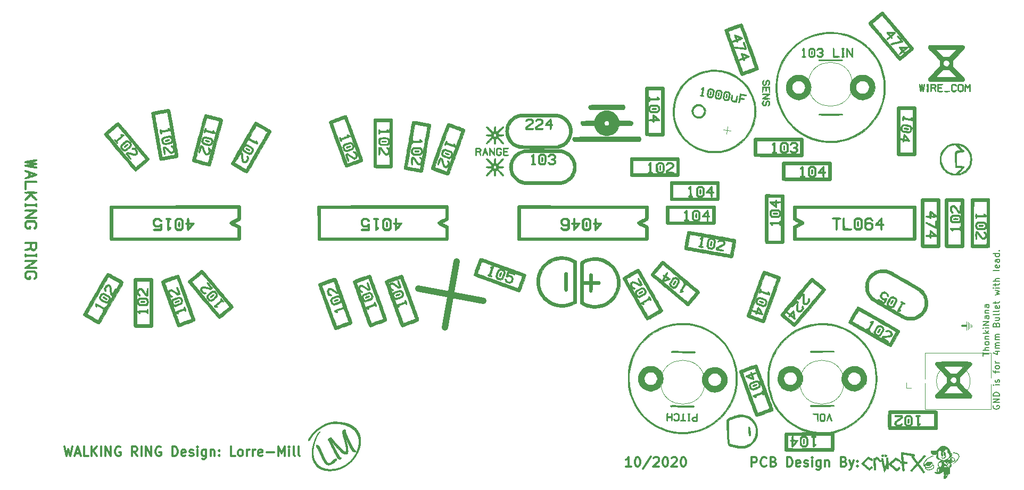
<source format=gbr>
%TF.GenerationSoftware,KiCad,Pcbnew,(5.1.6)-1*%
%TF.CreationDate,2021-02-23T20:11:17-06:00*%
%TF.ProjectId,WALKING RING,57414c4b-494e-4472-9052-494e472e6b69,rev?*%
%TF.SameCoordinates,Original*%
%TF.FileFunction,Legend,Top*%
%TF.FilePolarity,Positive*%
%FSLAX46Y46*%
G04 Gerber Fmt 4.6, Leading zero omitted, Abs format (unit mm)*
G04 Created by KiCad (PCBNEW (5.1.6)-1) date 2021-02-23 20:11:17*
%MOMM*%
%LPD*%
G01*
G04 APERTURE LIST*
%ADD10C,0.300000*%
%ADD11C,0.120000*%
%ADD12C,0.150000*%
%ADD13C,0.010000*%
%ADD14C,0.100000*%
%ADD15C,1.000000*%
G04 APERTURE END LIST*
D10*
X204930000Y-98090000D02*
X205560000Y-98090000D01*
D11*
X206310000Y-98340000D02*
X206310000Y-97850000D01*
X205650000Y-98730000D02*
X205650000Y-97400000D01*
X206520000Y-98250000D02*
X206520000Y-97970000D01*
X205870000Y-98640000D02*
X205870000Y-97490000D01*
X206090000Y-98470000D02*
X206090000Y-97660000D01*
D10*
X152311428Y-120508571D02*
X151454285Y-120508571D01*
X151882857Y-120508571D02*
X151882857Y-119008571D01*
X151740000Y-119222857D01*
X151597142Y-119365714D01*
X151454285Y-119437142D01*
X153240000Y-119008571D02*
X153382857Y-119008571D01*
X153525714Y-119080000D01*
X153597142Y-119151428D01*
X153668571Y-119294285D01*
X153740000Y-119580000D01*
X153740000Y-119937142D01*
X153668571Y-120222857D01*
X153597142Y-120365714D01*
X153525714Y-120437142D01*
X153382857Y-120508571D01*
X153240000Y-120508571D01*
X153097142Y-120437142D01*
X153025714Y-120365714D01*
X152954285Y-120222857D01*
X152882857Y-119937142D01*
X152882857Y-119580000D01*
X152954285Y-119294285D01*
X153025714Y-119151428D01*
X153097142Y-119080000D01*
X153240000Y-119008571D01*
X155454285Y-118937142D02*
X154168571Y-120865714D01*
X155882857Y-119151428D02*
X155954285Y-119080000D01*
X156097142Y-119008571D01*
X156454285Y-119008571D01*
X156597142Y-119080000D01*
X156668571Y-119151428D01*
X156740000Y-119294285D01*
X156740000Y-119437142D01*
X156668571Y-119651428D01*
X155811428Y-120508571D01*
X156740000Y-120508571D01*
X157668571Y-119008571D02*
X157811428Y-119008571D01*
X157954285Y-119080000D01*
X158025714Y-119151428D01*
X158097142Y-119294285D01*
X158168571Y-119580000D01*
X158168571Y-119937142D01*
X158097142Y-120222857D01*
X158025714Y-120365714D01*
X157954285Y-120437142D01*
X157811428Y-120508571D01*
X157668571Y-120508571D01*
X157525714Y-120437142D01*
X157454285Y-120365714D01*
X157382857Y-120222857D01*
X157311428Y-119937142D01*
X157311428Y-119580000D01*
X157382857Y-119294285D01*
X157454285Y-119151428D01*
X157525714Y-119080000D01*
X157668571Y-119008571D01*
X158740000Y-119151428D02*
X158811428Y-119080000D01*
X158954285Y-119008571D01*
X159311428Y-119008571D01*
X159454285Y-119080000D01*
X159525714Y-119151428D01*
X159597142Y-119294285D01*
X159597142Y-119437142D01*
X159525714Y-119651428D01*
X158668571Y-120508571D01*
X159597142Y-120508571D01*
X160525714Y-119008571D02*
X160668571Y-119008571D01*
X160811428Y-119080000D01*
X160882857Y-119151428D01*
X160954285Y-119294285D01*
X161025714Y-119580000D01*
X161025714Y-119937142D01*
X160954285Y-120222857D01*
X160882857Y-120365714D01*
X160811428Y-120437142D01*
X160668571Y-120508571D01*
X160525714Y-120508571D01*
X160382857Y-120437142D01*
X160311428Y-120365714D01*
X160240000Y-120222857D01*
X160168571Y-119937142D01*
X160168571Y-119580000D01*
X160240000Y-119294285D01*
X160311428Y-119151428D01*
X160382857Y-119080000D01*
X160525714Y-119008571D01*
D12*
X208237380Y-102876666D02*
X208237380Y-102305238D01*
X209237380Y-102590952D02*
X208237380Y-102590952D01*
X209237380Y-101971904D02*
X208237380Y-101971904D01*
X209237380Y-101543333D02*
X208713571Y-101543333D01*
X208618333Y-101590952D01*
X208570714Y-101686190D01*
X208570714Y-101829047D01*
X208618333Y-101924285D01*
X208665952Y-101971904D01*
X209237380Y-100924285D02*
X209189761Y-101019523D01*
X209142142Y-101067142D01*
X209046904Y-101114761D01*
X208761190Y-101114761D01*
X208665952Y-101067142D01*
X208618333Y-101019523D01*
X208570714Y-100924285D01*
X208570714Y-100781428D01*
X208618333Y-100686190D01*
X208665952Y-100638571D01*
X208761190Y-100590952D01*
X209046904Y-100590952D01*
X209142142Y-100638571D01*
X209189761Y-100686190D01*
X209237380Y-100781428D01*
X209237380Y-100924285D01*
X208570714Y-100162380D02*
X209237380Y-100162380D01*
X208665952Y-100162380D02*
X208618333Y-100114761D01*
X208570714Y-100019523D01*
X208570714Y-99876666D01*
X208618333Y-99781428D01*
X208713571Y-99733809D01*
X209237380Y-99733809D01*
X209237380Y-99257619D02*
X208237380Y-99257619D01*
X208856428Y-99162380D02*
X209237380Y-98876666D01*
X208570714Y-98876666D02*
X208951666Y-99257619D01*
X209237380Y-98448095D02*
X208570714Y-98448095D01*
X208237380Y-98448095D02*
X208285000Y-98495714D01*
X208332619Y-98448095D01*
X208285000Y-98400476D01*
X208237380Y-98448095D01*
X208332619Y-98448095D01*
X209237380Y-97971904D02*
X208237380Y-97971904D01*
X209237380Y-97400476D01*
X208237380Y-97400476D01*
X209237380Y-96495714D02*
X208713571Y-96495714D01*
X208618333Y-96543333D01*
X208570714Y-96638571D01*
X208570714Y-96829047D01*
X208618333Y-96924285D01*
X209189761Y-96495714D02*
X209237380Y-96590952D01*
X209237380Y-96829047D01*
X209189761Y-96924285D01*
X209094523Y-96971904D01*
X208999285Y-96971904D01*
X208904047Y-96924285D01*
X208856428Y-96829047D01*
X208856428Y-96590952D01*
X208808809Y-96495714D01*
X208570714Y-96019523D02*
X209237380Y-96019523D01*
X208665952Y-96019523D02*
X208618333Y-95971904D01*
X208570714Y-95876666D01*
X208570714Y-95733809D01*
X208618333Y-95638571D01*
X208713571Y-95590952D01*
X209237380Y-95590952D01*
X209237380Y-94686190D02*
X208713571Y-94686190D01*
X208618333Y-94733809D01*
X208570714Y-94829047D01*
X208570714Y-95019523D01*
X208618333Y-95114761D01*
X209189761Y-94686190D02*
X209237380Y-94781428D01*
X209237380Y-95019523D01*
X209189761Y-95114761D01*
X209094523Y-95162380D01*
X208999285Y-95162380D01*
X208904047Y-95114761D01*
X208856428Y-95019523D01*
X208856428Y-94781428D01*
X208808809Y-94686190D01*
X209935000Y-110781428D02*
X209887380Y-110876666D01*
X209887380Y-111019523D01*
X209935000Y-111162380D01*
X210030238Y-111257619D01*
X210125476Y-111305238D01*
X210315952Y-111352857D01*
X210458809Y-111352857D01*
X210649285Y-111305238D01*
X210744523Y-111257619D01*
X210839761Y-111162380D01*
X210887380Y-111019523D01*
X210887380Y-110924285D01*
X210839761Y-110781428D01*
X210792142Y-110733809D01*
X210458809Y-110733809D01*
X210458809Y-110924285D01*
X210887380Y-110305238D02*
X209887380Y-110305238D01*
X210887380Y-109733809D01*
X209887380Y-109733809D01*
X210887380Y-109257619D02*
X209887380Y-109257619D01*
X209887380Y-109019523D01*
X209935000Y-108876666D01*
X210030238Y-108781428D01*
X210125476Y-108733809D01*
X210315952Y-108686190D01*
X210458809Y-108686190D01*
X210649285Y-108733809D01*
X210744523Y-108781428D01*
X210839761Y-108876666D01*
X210887380Y-109019523D01*
X210887380Y-109257619D01*
X210887380Y-107495714D02*
X210220714Y-107495714D01*
X209887380Y-107495714D02*
X209935000Y-107543333D01*
X209982619Y-107495714D01*
X209935000Y-107448095D01*
X209887380Y-107495714D01*
X209982619Y-107495714D01*
X210839761Y-107067142D02*
X210887380Y-106971904D01*
X210887380Y-106781428D01*
X210839761Y-106686190D01*
X210744523Y-106638571D01*
X210696904Y-106638571D01*
X210601666Y-106686190D01*
X210554047Y-106781428D01*
X210554047Y-106924285D01*
X210506428Y-107019523D01*
X210411190Y-107067142D01*
X210363571Y-107067142D01*
X210268333Y-107019523D01*
X210220714Y-106924285D01*
X210220714Y-106781428D01*
X210268333Y-106686190D01*
X210220714Y-105590952D02*
X210220714Y-105210000D01*
X210887380Y-105448095D02*
X210030238Y-105448095D01*
X209935000Y-105400476D01*
X209887380Y-105305238D01*
X209887380Y-105210000D01*
X210887380Y-104733809D02*
X210839761Y-104829047D01*
X210792142Y-104876666D01*
X210696904Y-104924285D01*
X210411190Y-104924285D01*
X210315952Y-104876666D01*
X210268333Y-104829047D01*
X210220714Y-104733809D01*
X210220714Y-104590952D01*
X210268333Y-104495714D01*
X210315952Y-104448095D01*
X210411190Y-104400476D01*
X210696904Y-104400476D01*
X210792142Y-104448095D01*
X210839761Y-104495714D01*
X210887380Y-104590952D01*
X210887380Y-104733809D01*
X210887380Y-103971904D02*
X210220714Y-103971904D01*
X210411190Y-103971904D02*
X210315952Y-103924285D01*
X210268333Y-103876666D01*
X210220714Y-103781428D01*
X210220714Y-103686190D01*
X210220714Y-102162380D02*
X210887380Y-102162380D01*
X209839761Y-102400476D02*
X210554047Y-102638571D01*
X210554047Y-102019523D01*
X210887380Y-101638571D02*
X210220714Y-101638571D01*
X210315952Y-101638571D02*
X210268333Y-101590952D01*
X210220714Y-101495714D01*
X210220714Y-101352857D01*
X210268333Y-101257619D01*
X210363571Y-101210000D01*
X210887380Y-101210000D01*
X210363571Y-101210000D02*
X210268333Y-101162380D01*
X210220714Y-101067142D01*
X210220714Y-100924285D01*
X210268333Y-100829047D01*
X210363571Y-100781428D01*
X210887380Y-100781428D01*
X210887380Y-100305238D02*
X210220714Y-100305238D01*
X210315952Y-100305238D02*
X210268333Y-100257619D01*
X210220714Y-100162380D01*
X210220714Y-100019523D01*
X210268333Y-99924285D01*
X210363571Y-99876666D01*
X210887380Y-99876666D01*
X210363571Y-99876666D02*
X210268333Y-99829047D01*
X210220714Y-99733809D01*
X210220714Y-99590952D01*
X210268333Y-99495714D01*
X210363571Y-99448095D01*
X210887380Y-99448095D01*
X210363571Y-97876666D02*
X210411190Y-97733809D01*
X210458809Y-97686190D01*
X210554047Y-97638571D01*
X210696904Y-97638571D01*
X210792142Y-97686190D01*
X210839761Y-97733809D01*
X210887380Y-97829047D01*
X210887380Y-98210000D01*
X209887380Y-98210000D01*
X209887380Y-97876666D01*
X209935000Y-97781428D01*
X209982619Y-97733809D01*
X210077857Y-97686190D01*
X210173095Y-97686190D01*
X210268333Y-97733809D01*
X210315952Y-97781428D01*
X210363571Y-97876666D01*
X210363571Y-98210000D01*
X210220714Y-96781428D02*
X210887380Y-96781428D01*
X210220714Y-97210000D02*
X210744523Y-97210000D01*
X210839761Y-97162380D01*
X210887380Y-97067142D01*
X210887380Y-96924285D01*
X210839761Y-96829047D01*
X210792142Y-96781428D01*
X210887380Y-96162380D02*
X210839761Y-96257619D01*
X210744523Y-96305238D01*
X209887380Y-96305238D01*
X210887380Y-95638571D02*
X210839761Y-95733809D01*
X210744523Y-95781428D01*
X209887380Y-95781428D01*
X210839761Y-94876666D02*
X210887380Y-94971904D01*
X210887380Y-95162380D01*
X210839761Y-95257619D01*
X210744523Y-95305238D01*
X210363571Y-95305238D01*
X210268333Y-95257619D01*
X210220714Y-95162380D01*
X210220714Y-94971904D01*
X210268333Y-94876666D01*
X210363571Y-94829047D01*
X210458809Y-94829047D01*
X210554047Y-95305238D01*
X210220714Y-94543333D02*
X210220714Y-94162380D01*
X209887380Y-94400476D02*
X210744523Y-94400476D01*
X210839761Y-94352857D01*
X210887380Y-94257619D01*
X210887380Y-94162380D01*
X210220714Y-93162380D02*
X210887380Y-92971904D01*
X210411190Y-92781428D01*
X210887380Y-92590952D01*
X210220714Y-92400476D01*
X210887380Y-92019523D02*
X210220714Y-92019523D01*
X209887380Y-92019523D02*
X209935000Y-92067142D01*
X209982619Y-92019523D01*
X209935000Y-91971904D01*
X209887380Y-92019523D01*
X209982619Y-92019523D01*
X210220714Y-91686190D02*
X210220714Y-91305238D01*
X209887380Y-91543333D02*
X210744523Y-91543333D01*
X210839761Y-91495714D01*
X210887380Y-91400476D01*
X210887380Y-91305238D01*
X210887380Y-90971904D02*
X209887380Y-90971904D01*
X210887380Y-90543333D02*
X210363571Y-90543333D01*
X210268333Y-90590952D01*
X210220714Y-90686190D01*
X210220714Y-90829047D01*
X210268333Y-90924285D01*
X210315952Y-90971904D01*
X210887380Y-89162380D02*
X210839761Y-89257619D01*
X210744523Y-89305238D01*
X209887380Y-89305238D01*
X210839761Y-88400476D02*
X210887380Y-88495714D01*
X210887380Y-88686190D01*
X210839761Y-88781428D01*
X210744523Y-88829047D01*
X210363571Y-88829047D01*
X210268333Y-88781428D01*
X210220714Y-88686190D01*
X210220714Y-88495714D01*
X210268333Y-88400476D01*
X210363571Y-88352857D01*
X210458809Y-88352857D01*
X210554047Y-88829047D01*
X210887380Y-87495714D02*
X210363571Y-87495714D01*
X210268333Y-87543333D01*
X210220714Y-87638571D01*
X210220714Y-87829047D01*
X210268333Y-87924285D01*
X210839761Y-87495714D02*
X210887380Y-87590952D01*
X210887380Y-87829047D01*
X210839761Y-87924285D01*
X210744523Y-87971904D01*
X210649285Y-87971904D01*
X210554047Y-87924285D01*
X210506428Y-87829047D01*
X210506428Y-87590952D01*
X210458809Y-87495714D01*
X210887380Y-86590952D02*
X209887380Y-86590952D01*
X210839761Y-86590952D02*
X210887380Y-86686190D01*
X210887380Y-86876666D01*
X210839761Y-86971904D01*
X210792142Y-87019523D01*
X210696904Y-87067142D01*
X210411190Y-87067142D01*
X210315952Y-87019523D01*
X210268333Y-86971904D01*
X210220714Y-86876666D01*
X210220714Y-86686190D01*
X210268333Y-86590952D01*
X210792142Y-86114761D02*
X210839761Y-86067142D01*
X210887380Y-86114761D01*
X210839761Y-86162380D01*
X210792142Y-86114761D01*
X210887380Y-86114761D01*
D10*
X62100000Y-117328571D02*
X62457142Y-118828571D01*
X62742857Y-117757142D01*
X63028571Y-118828571D01*
X63385714Y-117328571D01*
X63885714Y-118400000D02*
X64600000Y-118400000D01*
X63742857Y-118828571D02*
X64242857Y-117328571D01*
X64742857Y-118828571D01*
X65957142Y-118828571D02*
X65242857Y-118828571D01*
X65242857Y-117328571D01*
X66457142Y-118828571D02*
X66457142Y-117328571D01*
X67314285Y-118828571D02*
X66671428Y-117971428D01*
X67314285Y-117328571D02*
X66457142Y-118185714D01*
X67957142Y-118828571D02*
X67957142Y-117328571D01*
X68671428Y-118828571D02*
X68671428Y-117328571D01*
X69528571Y-118828571D01*
X69528571Y-117328571D01*
X71028571Y-117400000D02*
X70885714Y-117328571D01*
X70671428Y-117328571D01*
X70457142Y-117400000D01*
X70314285Y-117542857D01*
X70242857Y-117685714D01*
X70171428Y-117971428D01*
X70171428Y-118185714D01*
X70242857Y-118471428D01*
X70314285Y-118614285D01*
X70457142Y-118757142D01*
X70671428Y-118828571D01*
X70814285Y-118828571D01*
X71028571Y-118757142D01*
X71100000Y-118685714D01*
X71100000Y-118185714D01*
X70814285Y-118185714D01*
X73742857Y-118828571D02*
X73242857Y-118114285D01*
X72885714Y-118828571D02*
X72885714Y-117328571D01*
X73457142Y-117328571D01*
X73600000Y-117400000D01*
X73671428Y-117471428D01*
X73742857Y-117614285D01*
X73742857Y-117828571D01*
X73671428Y-117971428D01*
X73600000Y-118042857D01*
X73457142Y-118114285D01*
X72885714Y-118114285D01*
X74385714Y-118828571D02*
X74385714Y-117328571D01*
X75100000Y-118828571D02*
X75100000Y-117328571D01*
X75957142Y-118828571D01*
X75957142Y-117328571D01*
X77457142Y-117400000D02*
X77314285Y-117328571D01*
X77100000Y-117328571D01*
X76885714Y-117400000D01*
X76742857Y-117542857D01*
X76671428Y-117685714D01*
X76600000Y-117971428D01*
X76600000Y-118185714D01*
X76671428Y-118471428D01*
X76742857Y-118614285D01*
X76885714Y-118757142D01*
X77100000Y-118828571D01*
X77242857Y-118828571D01*
X77457142Y-118757142D01*
X77528571Y-118685714D01*
X77528571Y-118185714D01*
X77242857Y-118185714D01*
X79314285Y-118828571D02*
X79314285Y-117328571D01*
X79671428Y-117328571D01*
X79885714Y-117400000D01*
X80028571Y-117542857D01*
X80100000Y-117685714D01*
X80171428Y-117971428D01*
X80171428Y-118185714D01*
X80100000Y-118471428D01*
X80028571Y-118614285D01*
X79885714Y-118757142D01*
X79671428Y-118828571D01*
X79314285Y-118828571D01*
X81385714Y-118757142D02*
X81242857Y-118828571D01*
X80957142Y-118828571D01*
X80814285Y-118757142D01*
X80742857Y-118614285D01*
X80742857Y-118042857D01*
X80814285Y-117900000D01*
X80957142Y-117828571D01*
X81242857Y-117828571D01*
X81385714Y-117900000D01*
X81457142Y-118042857D01*
X81457142Y-118185714D01*
X80742857Y-118328571D01*
X82028571Y-118757142D02*
X82171428Y-118828571D01*
X82457142Y-118828571D01*
X82600000Y-118757142D01*
X82671428Y-118614285D01*
X82671428Y-118542857D01*
X82600000Y-118400000D01*
X82457142Y-118328571D01*
X82242857Y-118328571D01*
X82100000Y-118257142D01*
X82028571Y-118114285D01*
X82028571Y-118042857D01*
X82100000Y-117900000D01*
X82242857Y-117828571D01*
X82457142Y-117828571D01*
X82600000Y-117900000D01*
X83314285Y-118828571D02*
X83314285Y-117828571D01*
X83314285Y-117328571D02*
X83242857Y-117400000D01*
X83314285Y-117471428D01*
X83385714Y-117400000D01*
X83314285Y-117328571D01*
X83314285Y-117471428D01*
X84671428Y-117828571D02*
X84671428Y-119042857D01*
X84600000Y-119185714D01*
X84528571Y-119257142D01*
X84385714Y-119328571D01*
X84171428Y-119328571D01*
X84028571Y-119257142D01*
X84671428Y-118757142D02*
X84528571Y-118828571D01*
X84242857Y-118828571D01*
X84100000Y-118757142D01*
X84028571Y-118685714D01*
X83957142Y-118542857D01*
X83957142Y-118114285D01*
X84028571Y-117971428D01*
X84100000Y-117900000D01*
X84242857Y-117828571D01*
X84528571Y-117828571D01*
X84671428Y-117900000D01*
X85385714Y-117828571D02*
X85385714Y-118828571D01*
X85385714Y-117971428D02*
X85457142Y-117900000D01*
X85600000Y-117828571D01*
X85814285Y-117828571D01*
X85957142Y-117900000D01*
X86028571Y-118042857D01*
X86028571Y-118828571D01*
X86742857Y-118685714D02*
X86814285Y-118757142D01*
X86742857Y-118828571D01*
X86671428Y-118757142D01*
X86742857Y-118685714D01*
X86742857Y-118828571D01*
X86742857Y-117900000D02*
X86814285Y-117971428D01*
X86742857Y-118042857D01*
X86671428Y-117971428D01*
X86742857Y-117900000D01*
X86742857Y-118042857D01*
X89314285Y-118828571D02*
X88600000Y-118828571D01*
X88600000Y-117328571D01*
X90028571Y-118828571D02*
X89885714Y-118757142D01*
X89814285Y-118685714D01*
X89742857Y-118542857D01*
X89742857Y-118114285D01*
X89814285Y-117971428D01*
X89885714Y-117900000D01*
X90028571Y-117828571D01*
X90242857Y-117828571D01*
X90385714Y-117900000D01*
X90457142Y-117971428D01*
X90528571Y-118114285D01*
X90528571Y-118542857D01*
X90457142Y-118685714D01*
X90385714Y-118757142D01*
X90242857Y-118828571D01*
X90028571Y-118828571D01*
X91171428Y-118828571D02*
X91171428Y-117828571D01*
X91171428Y-118114285D02*
X91242857Y-117971428D01*
X91314285Y-117900000D01*
X91457142Y-117828571D01*
X91600000Y-117828571D01*
X92100000Y-118828571D02*
X92100000Y-117828571D01*
X92100000Y-118114285D02*
X92171428Y-117971428D01*
X92242857Y-117900000D01*
X92385714Y-117828571D01*
X92528571Y-117828571D01*
X93600000Y-118757142D02*
X93457142Y-118828571D01*
X93171428Y-118828571D01*
X93028571Y-118757142D01*
X92957142Y-118614285D01*
X92957142Y-118042857D01*
X93028571Y-117900000D01*
X93171428Y-117828571D01*
X93457142Y-117828571D01*
X93600000Y-117900000D01*
X93671428Y-118042857D01*
X93671428Y-118185714D01*
X92957142Y-118328571D01*
X94314285Y-118257142D02*
X95457142Y-118257142D01*
X96171428Y-118828571D02*
X96171428Y-117328571D01*
X96671428Y-118400000D01*
X97171428Y-117328571D01*
X97171428Y-118828571D01*
X97885714Y-118828571D02*
X97885714Y-117828571D01*
X97885714Y-117328571D02*
X97814285Y-117400000D01*
X97885714Y-117471428D01*
X97957142Y-117400000D01*
X97885714Y-117328571D01*
X97885714Y-117471428D01*
X98814285Y-118828571D02*
X98671428Y-118757142D01*
X98600000Y-118614285D01*
X98600000Y-117328571D01*
X99600000Y-118828571D02*
X99457142Y-118757142D01*
X99385714Y-118614285D01*
X99385714Y-117328571D01*
X171451428Y-120518571D02*
X171451428Y-119018571D01*
X172022857Y-119018571D01*
X172165714Y-119090000D01*
X172237142Y-119161428D01*
X172308571Y-119304285D01*
X172308571Y-119518571D01*
X172237142Y-119661428D01*
X172165714Y-119732857D01*
X172022857Y-119804285D01*
X171451428Y-119804285D01*
X173808571Y-120375714D02*
X173737142Y-120447142D01*
X173522857Y-120518571D01*
X173380000Y-120518571D01*
X173165714Y-120447142D01*
X173022857Y-120304285D01*
X172951428Y-120161428D01*
X172880000Y-119875714D01*
X172880000Y-119661428D01*
X172951428Y-119375714D01*
X173022857Y-119232857D01*
X173165714Y-119090000D01*
X173380000Y-119018571D01*
X173522857Y-119018571D01*
X173737142Y-119090000D01*
X173808571Y-119161428D01*
X174951428Y-119732857D02*
X175165714Y-119804285D01*
X175237142Y-119875714D01*
X175308571Y-120018571D01*
X175308571Y-120232857D01*
X175237142Y-120375714D01*
X175165714Y-120447142D01*
X175022857Y-120518571D01*
X174451428Y-120518571D01*
X174451428Y-119018571D01*
X174951428Y-119018571D01*
X175094285Y-119090000D01*
X175165714Y-119161428D01*
X175237142Y-119304285D01*
X175237142Y-119447142D01*
X175165714Y-119590000D01*
X175094285Y-119661428D01*
X174951428Y-119732857D01*
X174451428Y-119732857D01*
X177094285Y-120518571D02*
X177094285Y-119018571D01*
X177451428Y-119018571D01*
X177665714Y-119090000D01*
X177808571Y-119232857D01*
X177880000Y-119375714D01*
X177951428Y-119661428D01*
X177951428Y-119875714D01*
X177880000Y-120161428D01*
X177808571Y-120304285D01*
X177665714Y-120447142D01*
X177451428Y-120518571D01*
X177094285Y-120518571D01*
X179165714Y-120447142D02*
X179022857Y-120518571D01*
X178737142Y-120518571D01*
X178594285Y-120447142D01*
X178522857Y-120304285D01*
X178522857Y-119732857D01*
X178594285Y-119590000D01*
X178737142Y-119518571D01*
X179022857Y-119518571D01*
X179165714Y-119590000D01*
X179237142Y-119732857D01*
X179237142Y-119875714D01*
X178522857Y-120018571D01*
X179808571Y-120447142D02*
X179951428Y-120518571D01*
X180237142Y-120518571D01*
X180380000Y-120447142D01*
X180451428Y-120304285D01*
X180451428Y-120232857D01*
X180380000Y-120090000D01*
X180237142Y-120018571D01*
X180022857Y-120018571D01*
X179880000Y-119947142D01*
X179808571Y-119804285D01*
X179808571Y-119732857D01*
X179880000Y-119590000D01*
X180022857Y-119518571D01*
X180237142Y-119518571D01*
X180380000Y-119590000D01*
X181094285Y-120518571D02*
X181094285Y-119518571D01*
X181094285Y-119018571D02*
X181022857Y-119090000D01*
X181094285Y-119161428D01*
X181165714Y-119090000D01*
X181094285Y-119018571D01*
X181094285Y-119161428D01*
X182451428Y-119518571D02*
X182451428Y-120732857D01*
X182380000Y-120875714D01*
X182308571Y-120947142D01*
X182165714Y-121018571D01*
X181951428Y-121018571D01*
X181808571Y-120947142D01*
X182451428Y-120447142D02*
X182308571Y-120518571D01*
X182022857Y-120518571D01*
X181880000Y-120447142D01*
X181808571Y-120375714D01*
X181737142Y-120232857D01*
X181737142Y-119804285D01*
X181808571Y-119661428D01*
X181880000Y-119590000D01*
X182022857Y-119518571D01*
X182308571Y-119518571D01*
X182451428Y-119590000D01*
X183165714Y-119518571D02*
X183165714Y-120518571D01*
X183165714Y-119661428D02*
X183237142Y-119590000D01*
X183380000Y-119518571D01*
X183594285Y-119518571D01*
X183737142Y-119590000D01*
X183808571Y-119732857D01*
X183808571Y-120518571D01*
X186165714Y-119732857D02*
X186380000Y-119804285D01*
X186451428Y-119875714D01*
X186522857Y-120018571D01*
X186522857Y-120232857D01*
X186451428Y-120375714D01*
X186380000Y-120447142D01*
X186237142Y-120518571D01*
X185665714Y-120518571D01*
X185665714Y-119018571D01*
X186165714Y-119018571D01*
X186308571Y-119090000D01*
X186380000Y-119161428D01*
X186451428Y-119304285D01*
X186451428Y-119447142D01*
X186380000Y-119590000D01*
X186308571Y-119661428D01*
X186165714Y-119732857D01*
X185665714Y-119732857D01*
X187022857Y-119518571D02*
X187380000Y-120518571D01*
X187737142Y-119518571D02*
X187380000Y-120518571D01*
X187237142Y-120875714D01*
X187165714Y-120947142D01*
X187022857Y-121018571D01*
X188308571Y-120375714D02*
X188380000Y-120447142D01*
X188308571Y-120518571D01*
X188237142Y-120447142D01*
X188308571Y-120375714D01*
X188308571Y-120518571D01*
X188308571Y-119590000D02*
X188380000Y-119661428D01*
X188308571Y-119732857D01*
X188237142Y-119661428D01*
X188308571Y-119590000D01*
X188308571Y-119732857D01*
D13*
%TO.C,G\u002A\u002A\u002A*%
G36*
X202057365Y-117226079D02*
G01*
X202142254Y-117232711D01*
X202212637Y-117248586D01*
X202286677Y-117277650D01*
X202372039Y-117318635D01*
X202577285Y-117447843D01*
X202752202Y-117614120D01*
X202891399Y-117810614D01*
X202989486Y-118030471D01*
X203020586Y-118143202D01*
X203042929Y-118238548D01*
X203061460Y-118294518D01*
X203082529Y-118321562D01*
X203112488Y-118330129D01*
X203134594Y-118330751D01*
X203205855Y-118352072D01*
X203254805Y-118409661D01*
X203281167Y-118493958D01*
X203284666Y-118595403D01*
X203265027Y-118704436D01*
X203221973Y-118811497D01*
X203155229Y-118907025D01*
X203151339Y-118911248D01*
X203085532Y-118968502D01*
X203011778Y-119013757D01*
X202947359Y-119037418D01*
X202923105Y-119037964D01*
X202891785Y-119051789D01*
X202836233Y-119094403D01*
X202766976Y-119157481D01*
X202746843Y-119177392D01*
X202617753Y-119289576D01*
X202479846Y-119379713D01*
X202441738Y-119399160D01*
X202281731Y-119474855D01*
X202378748Y-119474875D01*
X202456436Y-119468081D01*
X202519079Y-119451417D01*
X202524890Y-119448605D01*
X202572527Y-119436222D01*
X202655249Y-119426761D01*
X202757305Y-119421857D01*
X202785323Y-119421530D01*
X202996632Y-119420745D01*
X202995138Y-119302356D01*
X202995620Y-119288922D01*
X203031781Y-119288922D01*
X203044485Y-119337764D01*
X203074941Y-119397416D01*
X203111671Y-119449222D01*
X203143194Y-119474525D01*
X203146217Y-119474895D01*
X203141478Y-119453059D01*
X203125154Y-119396982D01*
X203110003Y-119348108D01*
X203079255Y-119265280D01*
X203054465Y-119226544D01*
X203037889Y-119233607D01*
X203031782Y-119288174D01*
X203031781Y-119288922D01*
X202995620Y-119288922D01*
X202997813Y-119227812D01*
X203011852Y-119189983D01*
X203042583Y-119175094D01*
X203044494Y-119174733D01*
X203099385Y-119152517D01*
X203120770Y-119134697D01*
X203216105Y-119055234D01*
X203327998Y-119019345D01*
X203445146Y-119028067D01*
X203556246Y-119082436D01*
X203570352Y-119093483D01*
X203653580Y-119182529D01*
X203720553Y-119292116D01*
X203761339Y-119403643D01*
X203769119Y-119465778D01*
X203745567Y-119551357D01*
X203680564Y-119619692D01*
X203582591Y-119663171D01*
X203540097Y-119671379D01*
X203448565Y-119697301D01*
X203372713Y-119741915D01*
X203368620Y-119745571D01*
X203315950Y-119786295D01*
X203274233Y-119805251D01*
X203271561Y-119805426D01*
X203232302Y-119820727D01*
X203176377Y-119858562D01*
X203163545Y-119868989D01*
X203106591Y-119910252D01*
X203061529Y-119931697D01*
X203055136Y-119932553D01*
X203048155Y-119948031D01*
X203074714Y-119988314D01*
X203087297Y-120002473D01*
X203178842Y-120115208D01*
X203224763Y-120213047D01*
X203224812Y-120304046D01*
X203178743Y-120396261D01*
X203086306Y-120497749D01*
X203071651Y-120511332D01*
X202935168Y-120636069D01*
X202926268Y-121097937D01*
X202924510Y-121244815D01*
X202925032Y-121372416D01*
X202927632Y-121472757D01*
X202932108Y-121537858D01*
X202937937Y-121559793D01*
X202956217Y-121567983D01*
X202935712Y-121588793D01*
X202885067Y-121616504D01*
X202812926Y-121645399D01*
X202803844Y-121648473D01*
X202719104Y-121685305D01*
X202669614Y-121725478D01*
X202662948Y-121738278D01*
X202639024Y-121783136D01*
X202592755Y-121849875D01*
X202547909Y-121907101D01*
X202490859Y-121984124D01*
X202470702Y-122031900D01*
X202476660Y-122045483D01*
X202484181Y-122076387D01*
X202462435Y-122130931D01*
X202418792Y-122197489D01*
X202360624Y-122264438D01*
X202308703Y-122310375D01*
X202210736Y-122362913D01*
X202118995Y-122370090D01*
X202040740Y-122332005D01*
X202016610Y-122306401D01*
X201985370Y-122246447D01*
X202041834Y-122246447D01*
X202048206Y-122259675D01*
X202062372Y-122278049D01*
X202108583Y-122310024D01*
X202167874Y-122322459D01*
X202216948Y-122312166D01*
X202228611Y-122300790D01*
X202218170Y-122288705D01*
X202179114Y-122291070D01*
X202112802Y-122287234D01*
X202071826Y-122268328D01*
X202059012Y-122258979D01*
X202269019Y-122258979D01*
X202281731Y-122271692D01*
X202294444Y-122258979D01*
X202281731Y-122246267D01*
X202269019Y-122258979D01*
X202059012Y-122258979D01*
X202041834Y-122246447D01*
X201985370Y-122246447D01*
X201978976Y-122234178D01*
X201964472Y-122160205D01*
X201964969Y-122157278D01*
X202019721Y-122157278D01*
X202022469Y-122200700D01*
X202030429Y-122204523D01*
X202031442Y-122202256D01*
X202036472Y-122151782D01*
X202032384Y-122125980D01*
X202024291Y-122115611D01*
X202019889Y-122149382D01*
X202019721Y-122157278D01*
X201964969Y-122157278D01*
X201978321Y-122078717D01*
X201985953Y-122056548D01*
X202126992Y-122056548D01*
X202153107Y-122081810D01*
X202201827Y-122110667D01*
X202229384Y-122118331D01*
X202233067Y-122105455D01*
X202207788Y-122081001D01*
X202421571Y-122081001D01*
X202434284Y-122093714D01*
X202446997Y-122081001D01*
X202434284Y-122068289D01*
X202421571Y-122081001D01*
X202207788Y-122081001D01*
X202206952Y-122080193D01*
X202158233Y-122051336D01*
X202130676Y-122043672D01*
X202126992Y-122056548D01*
X201985953Y-122056548D01*
X201999418Y-122017438D01*
X202040190Y-122017438D01*
X202049493Y-122038366D01*
X202057140Y-122034388D01*
X202060183Y-122004214D01*
X202057140Y-122000488D01*
X202042025Y-122003978D01*
X202040190Y-122017438D01*
X201999418Y-122017438D01*
X202012052Y-121980744D01*
X202179571Y-121980744D01*
X202212091Y-122012590D01*
X202218168Y-122017438D01*
X202270212Y-122052376D01*
X202306879Y-122067155D01*
X202307157Y-122067158D01*
X202307616Y-122054132D01*
X202275096Y-122022286D01*
X202269019Y-122017438D01*
X202216975Y-121982500D01*
X202180307Y-121967721D01*
X202180030Y-121967718D01*
X202179571Y-121980744D01*
X202012052Y-121980744D01*
X202012908Y-121978259D01*
X202024511Y-121953874D01*
X202065615Y-121953874D01*
X202078328Y-121966587D01*
X202091041Y-121953874D01*
X202078328Y-121941162D01*
X202065615Y-121953874D01*
X202024511Y-121953874D01*
X202059162Y-121881056D01*
X202093298Y-121830784D01*
X202191516Y-121830784D01*
X202217669Y-121888205D01*
X202232322Y-121910079D01*
X202291257Y-121959287D01*
X202364211Y-121960370D01*
X202449549Y-121913586D01*
X202500839Y-121867877D01*
X202561457Y-121800176D01*
X202594139Y-121748743D01*
X202596262Y-121719944D01*
X202565201Y-121720147D01*
X202561092Y-121721650D01*
X202516742Y-121731829D01*
X202439481Y-121743658D01*
X202357688Y-121753307D01*
X202257253Y-121768678D01*
X202203287Y-121792723D01*
X202191516Y-121830784D01*
X202093298Y-121830784D01*
X202107433Y-121809968D01*
X202129322Y-121778296D01*
X202117056Y-121754669D01*
X202071048Y-121727855D01*
X202020186Y-121690988D01*
X201990103Y-121638165D01*
X201978690Y-121559937D01*
X201980433Y-121521642D01*
X202167317Y-121521642D01*
X202180030Y-121534355D01*
X202192742Y-121521642D01*
X202180030Y-121508929D01*
X202167317Y-121521642D01*
X201980433Y-121521642D01*
X201982748Y-121470791D01*
X202192742Y-121470791D01*
X202205455Y-121483504D01*
X202218168Y-121470791D01*
X202294444Y-121470791D01*
X202307157Y-121483504D01*
X202319870Y-121470791D01*
X202307157Y-121458079D01*
X202294444Y-121470791D01*
X202218168Y-121470791D01*
X202205455Y-121458079D01*
X202192742Y-121470791D01*
X201982748Y-121470791D01*
X201983839Y-121446855D01*
X201992027Y-121373802D01*
X202002251Y-121285260D01*
X202008135Y-121219664D01*
X202008518Y-121190184D01*
X202008261Y-121189768D01*
X201985711Y-121200448D01*
X201928775Y-121233434D01*
X201845935Y-121283670D01*
X201745669Y-121346104D01*
X201740722Y-121349221D01*
X201628390Y-121418851D01*
X201550244Y-121463506D01*
X201498305Y-121486634D01*
X201464593Y-121491681D01*
X201441129Y-121482095D01*
X201438306Y-121479864D01*
X201410017Y-121460601D01*
X201408429Y-121479207D01*
X201416109Y-121505282D01*
X201424478Y-121547618D01*
X201401952Y-121554453D01*
X201375282Y-121547912D01*
X201338191Y-121540089D01*
X201345649Y-121551528D01*
X201352842Y-121556655D01*
X201364495Y-121581289D01*
X201333738Y-121604267D01*
X201268999Y-121622774D01*
X201178707Y-121633993D01*
X201115121Y-121636057D01*
X200989973Y-121625608D01*
X200864762Y-121597243D01*
X200794685Y-121571798D01*
X200997627Y-121571798D01*
X201023585Y-121575445D01*
X201088991Y-121577047D01*
X201099449Y-121577068D01*
X201169301Y-121575766D01*
X201200402Y-121572332D01*
X201187055Y-121567472D01*
X201182082Y-121566813D01*
X201092927Y-121562605D01*
X201016816Y-121566813D01*
X200997627Y-121571798D01*
X200794685Y-121571798D01*
X200749600Y-121555428D01*
X200726038Y-121542830D01*
X200853670Y-121542830D01*
X200857160Y-121557945D01*
X200870620Y-121559780D01*
X200891548Y-121550477D01*
X200887571Y-121542830D01*
X200857397Y-121539787D01*
X200853670Y-121542830D01*
X200726038Y-121542830D01*
X200686408Y-121521642D01*
X200768919Y-121521642D01*
X200781631Y-121534355D01*
X200794344Y-121521642D01*
X200781631Y-121508929D01*
X200768919Y-121521642D01*
X200686408Y-121521642D01*
X200654598Y-121504635D01*
X200589868Y-121449331D01*
X200565521Y-121393985D01*
X200565515Y-121393149D01*
X200576686Y-121369090D01*
X200603653Y-121369090D01*
X200665293Y-121439009D01*
X200714984Y-121492140D01*
X200739113Y-121508637D01*
X200743493Y-121500649D01*
X200726437Y-121480208D01*
X200684335Y-121440315D01*
X200673573Y-121430729D01*
X200664450Y-121422686D01*
X200884199Y-121422686D01*
X200908900Y-121458234D01*
X200949223Y-121492157D01*
X200970012Y-121493038D01*
X200960926Y-121464167D01*
X200957956Y-121460171D01*
X201019598Y-121460171D01*
X201027824Y-121476396D01*
X201067234Y-121492150D01*
X201128024Y-121492314D01*
X201183513Y-121477897D01*
X201196225Y-121470022D01*
X201178908Y-121463970D01*
X201126171Y-121456467D01*
X201102622Y-121454023D01*
X201039901Y-121451067D01*
X201019598Y-121460171D01*
X200957956Y-121460171D01*
X200947407Y-121445980D01*
X200908603Y-121413570D01*
X200888992Y-121407228D01*
X200884199Y-121422686D01*
X200664450Y-121422686D01*
X200603653Y-121369090D01*
X200576686Y-121369090D01*
X200587297Y-121346241D01*
X200650417Y-121323806D01*
X200751536Y-121326028D01*
X200887316Y-121353095D01*
X200952698Y-121371559D01*
X200977206Y-121375365D01*
X200980946Y-121358926D01*
X200963302Y-121311994D01*
X200946900Y-121275281D01*
X200903060Y-121132682D01*
X200904209Y-121075377D01*
X200946897Y-121075377D01*
X200960899Y-121173355D01*
X201000614Y-121234939D01*
X201057774Y-121254675D01*
X201114972Y-121272560D01*
X201173431Y-121315840D01*
X201175725Y-121318239D01*
X201228959Y-121367901D01*
X201258292Y-121374474D01*
X201266999Y-121335980D01*
X201260708Y-121266923D01*
X201255462Y-121183238D01*
X201270548Y-121128436D01*
X201288912Y-121103480D01*
X201317018Y-121054881D01*
X201311855Y-120999674D01*
X201270887Y-120928228D01*
X201228550Y-120874143D01*
X201155333Y-120786002D01*
X201051115Y-120890220D01*
X200984267Y-120966399D01*
X200952551Y-121030320D01*
X200946897Y-121075377D01*
X200904209Y-121075377D01*
X200905662Y-121003021D01*
X200932822Y-120926778D01*
X200955384Y-120860932D01*
X200957030Y-120807269D01*
X200961569Y-120748242D01*
X200977461Y-120718511D01*
X201025927Y-120682972D01*
X201109787Y-120643326D01*
X201214473Y-120604931D01*
X201325419Y-120573149D01*
X201425552Y-120553663D01*
X201493155Y-120542228D01*
X201538078Y-120522516D01*
X201574569Y-120483109D01*
X201575000Y-120482390D01*
X201773223Y-120482390D01*
X201951201Y-120524540D01*
X202075620Y-120553190D01*
X202167960Y-120571602D01*
X202245357Y-120582324D01*
X202324950Y-120587905D01*
X202392510Y-120590152D01*
X202470539Y-120590274D01*
X202508156Y-120583086D01*
X202515661Y-120565012D01*
X202510680Y-120549120D01*
X202488131Y-120490952D01*
X202468414Y-120437804D01*
X202435186Y-120386658D01*
X202373093Y-120359856D01*
X202350244Y-120355451D01*
X202208610Y-120340337D01*
X202105744Y-120349384D01*
X202035314Y-120383259D01*
X202028274Y-120389462D01*
X201967873Y-120427868D01*
X201888161Y-120457635D01*
X201874083Y-120460977D01*
X201773223Y-120482390D01*
X201575000Y-120482390D01*
X201592168Y-120453774D01*
X201735085Y-120453774D01*
X201747797Y-120466487D01*
X201760510Y-120453774D01*
X201747797Y-120441062D01*
X201735085Y-120453774D01*
X201592168Y-120453774D01*
X201616876Y-120412591D01*
X201628995Y-120390648D01*
X201658670Y-120316583D01*
X202528824Y-120316583D01*
X202530775Y-120430140D01*
X202566531Y-120512217D01*
X202642389Y-120574103D01*
X202684233Y-120595217D01*
X202755216Y-120626944D01*
X202797281Y-120638956D01*
X202828457Y-120631071D01*
X202866778Y-120603104D01*
X202879229Y-120593236D01*
X202919671Y-120556062D01*
X202921343Y-120532412D01*
X202904654Y-120518609D01*
X202828678Y-120464935D01*
X202938658Y-120464935D01*
X202940219Y-120487748D01*
X202967581Y-120513980D01*
X203002851Y-120504012D01*
X203056165Y-120454881D01*
X203057523Y-120453438D01*
X203096310Y-120400022D01*
X203092766Y-120364907D01*
X203090770Y-120362753D01*
X203056438Y-120358946D01*
X203008983Y-120383557D01*
X202964393Y-120423312D01*
X202938658Y-120464935D01*
X202828678Y-120464935D01*
X202814401Y-120454849D01*
X202762803Y-120405292D01*
X202752102Y-120381564D01*
X202764607Y-120371105D01*
X202782612Y-120385126D01*
X202839381Y-120413731D01*
X202905176Y-120393640D01*
X202964449Y-120343293D01*
X203006970Y-120294369D01*
X203015859Y-120264567D01*
X202995376Y-120239098D01*
X202994632Y-120238478D01*
X202962482Y-120198486D01*
X202956589Y-120177338D01*
X202971939Y-120179014D01*
X203010726Y-120212337D01*
X203054879Y-120259341D01*
X203152084Y-120370012D01*
X203168749Y-120303616D01*
X203167917Y-120221417D01*
X203147402Y-120163714D01*
X203100884Y-120097354D01*
X203033074Y-120027142D01*
X202957536Y-119964500D01*
X202887833Y-119920855D01*
X202842871Y-119907223D01*
X202747785Y-119931380D01*
X202662106Y-119997898D01*
X202592280Y-120098370D01*
X202544756Y-120224390D01*
X202528824Y-120316583D01*
X201658670Y-120316583D01*
X201693685Y-120229191D01*
X201708330Y-120068073D01*
X201673394Y-119901766D01*
X201670788Y-119894415D01*
X201647415Y-119818942D01*
X201635159Y-119759742D01*
X201711443Y-119759742D01*
X201731121Y-119848002D01*
X201735979Y-119857948D01*
X201770862Y-119900438D01*
X201799528Y-119899393D01*
X201809889Y-119860924D01*
X201989269Y-119860924D01*
X202011105Y-119913658D01*
X202067505Y-119975785D01*
X202162187Y-120054363D01*
X202211811Y-120092133D01*
X202302892Y-120159684D01*
X202378383Y-120214252D01*
X202429468Y-120249553D01*
X202446997Y-120259720D01*
X202463520Y-120239026D01*
X202494853Y-120183960D01*
X202534342Y-120106252D01*
X202535986Y-120102862D01*
X202600298Y-119990257D01*
X202667117Y-119917535D01*
X202701251Y-119894415D01*
X202760270Y-119853310D01*
X202782440Y-119811546D01*
X202782195Y-119773644D01*
X202775981Y-119732950D01*
X202761630Y-119711833D01*
X202727874Y-119707872D01*
X202663443Y-119718641D01*
X202595133Y-119733410D01*
X202495305Y-119758801D01*
X202442212Y-119783544D01*
X202432021Y-119812348D01*
X202460897Y-119849921D01*
X202484141Y-119869762D01*
X202537147Y-119917427D01*
X202549571Y-119941044D01*
X202525198Y-119941414D01*
X202467810Y-119919340D01*
X202381191Y-119875625D01*
X202303115Y-119831358D01*
X202079484Y-119699735D01*
X202034411Y-119755397D01*
X201998277Y-119810524D01*
X201989269Y-119860924D01*
X201809889Y-119860924D01*
X201811361Y-119855460D01*
X201826788Y-119773131D01*
X201865547Y-119680231D01*
X201916357Y-119600640D01*
X201945841Y-119570806D01*
X201978616Y-119543166D01*
X201977556Y-119530444D01*
X201935925Y-119526693D01*
X201895435Y-119526312D01*
X201815331Y-119533887D01*
X201765509Y-119562445D01*
X201749239Y-119582254D01*
X201717919Y-119662080D01*
X201711443Y-119759742D01*
X201635159Y-119759742D01*
X201634583Y-119756963D01*
X201633766Y-119745462D01*
X201625634Y-119718230D01*
X201597585Y-119710135D01*
X201543258Y-119722528D01*
X201456291Y-119756757D01*
X201347132Y-119806285D01*
X201254949Y-119852816D01*
X201197361Y-119893429D01*
X201161156Y-119939531D01*
X201139804Y-119985277D01*
X201105801Y-120125317D01*
X201116554Y-120254983D01*
X201169886Y-120366760D01*
X201263619Y-120453135D01*
X201277797Y-120461618D01*
X201335516Y-120501599D01*
X201351910Y-120530124D01*
X201324715Y-120542567D01*
X201317516Y-120542763D01*
X201268095Y-120524095D01*
X201204181Y-120476744D01*
X201140434Y-120413692D01*
X201091512Y-120347920D01*
X201085823Y-120337594D01*
X201063229Y-120267964D01*
X201050016Y-120177080D01*
X201048598Y-120140092D01*
X201056615Y-120047516D01*
X201086293Y-119965673D01*
X201131231Y-119890932D01*
X201217063Y-119788684D01*
X201327265Y-119693936D01*
X201444776Y-119619617D01*
X201539225Y-119581757D01*
X201596719Y-119558987D01*
X201626997Y-119532159D01*
X201627185Y-119531628D01*
X201611081Y-119506556D01*
X201571897Y-119479598D01*
X202788302Y-119479598D01*
X202789275Y-119489151D01*
X202816579Y-119503498D01*
X202858113Y-119547051D01*
X202892284Y-119635831D01*
X202901756Y-119673399D01*
X202924541Y-119758135D01*
X202948261Y-119824861D01*
X202962496Y-119851527D01*
X202992233Y-119868896D01*
X203012315Y-119845372D01*
X203019701Y-119790484D01*
X203011347Y-119713757D01*
X203009396Y-119704657D01*
X202968546Y-119580192D01*
X202943828Y-119546445D01*
X203139124Y-119546445D01*
X203143476Y-119565964D01*
X203154227Y-119618688D01*
X203158902Y-119690568D01*
X203158909Y-119693091D01*
X203163580Y-119750424D01*
X203183659Y-119774568D01*
X203228241Y-119767629D01*
X203306423Y-119731711D01*
X203312474Y-119728633D01*
X203373333Y-119693171D01*
X203409147Y-119663771D01*
X203413163Y-119655704D01*
X203435697Y-119639300D01*
X203492127Y-119624175D01*
X203516838Y-119620238D01*
X203618450Y-119591588D01*
X203688136Y-119540834D01*
X203717338Y-119474610D01*
X203717710Y-119464598D01*
X203697991Y-119366143D01*
X203647452Y-119265507D01*
X203576086Y-119174670D01*
X203493884Y-119105610D01*
X203410837Y-119070307D01*
X203386983Y-119068089D01*
X203285094Y-119086492D01*
X203205227Y-119135523D01*
X203155848Y-119205908D01*
X203145422Y-119288377D01*
X203154192Y-119323045D01*
X203167959Y-119350219D01*
X203188724Y-119352906D01*
X203228315Y-119328086D01*
X203273885Y-119292470D01*
X203375025Y-119211744D01*
X203279245Y-119313055D01*
X203183466Y-119414365D01*
X203241107Y-119468369D01*
X203289955Y-119503977D01*
X203331908Y-119502689D01*
X203349599Y-119494132D01*
X203384170Y-119477175D01*
X203379741Y-119490666D01*
X203365555Y-119508531D01*
X203343901Y-119550850D01*
X203362312Y-119589310D01*
X203377758Y-119620341D01*
X203359173Y-119627779D01*
X203316872Y-119612914D01*
X203261170Y-119577034D01*
X203260610Y-119576597D01*
X203199199Y-119537900D01*
X203155622Y-119527569D01*
X203139124Y-119546445D01*
X202943828Y-119546445D01*
X202912852Y-119504156D01*
X202842415Y-119476679D01*
X202834148Y-119476616D01*
X202788302Y-119479598D01*
X201571897Y-119479598D01*
X201558992Y-119470720D01*
X201482986Y-119429991D01*
X201395133Y-119390238D01*
X201307499Y-119357334D01*
X201232153Y-119337148D01*
X201224881Y-119335917D01*
X201105049Y-119298600D01*
X200996290Y-119230959D01*
X200905144Y-119141876D01*
X200838149Y-119040236D01*
X200801841Y-118934920D01*
X200801877Y-118930941D01*
X200853286Y-118930941D01*
X200876122Y-118988912D01*
X200915023Y-119056994D01*
X200962085Y-119120432D01*
X200988260Y-119147700D01*
X201048155Y-119195687D01*
X201118839Y-119243129D01*
X201183640Y-119279710D01*
X201225883Y-119295115D01*
X201226576Y-119295141D01*
X201216292Y-119280350D01*
X201176579Y-119241784D01*
X201130837Y-119200813D01*
X201067028Y-119135840D01*
X201029000Y-119078038D01*
X201022779Y-119053801D01*
X201006833Y-119014253D01*
X200967829Y-118966330D01*
X200919716Y-118922954D01*
X200876442Y-118897047D01*
X200854419Y-118897836D01*
X200853286Y-118930941D01*
X200801877Y-118930941D01*
X200802760Y-118834811D01*
X200820664Y-118786737D01*
X200853012Y-118746768D01*
X200880158Y-118740477D01*
X200888308Y-118768156D01*
X200884289Y-118785398D01*
X200886874Y-118832240D01*
X200905206Y-118847091D01*
X200924414Y-118848699D01*
X200928230Y-118826229D01*
X200916741Y-118769753D01*
X200906265Y-118729331D01*
X200885954Y-118642154D01*
X200873157Y-118566325D01*
X200870922Y-118537791D01*
X200863097Y-118495525D01*
X200833784Y-118493834D01*
X200826126Y-118496871D01*
X200648207Y-118553680D01*
X200474380Y-118573506D01*
X200312415Y-118557764D01*
X200170085Y-118507871D01*
X200055160Y-118425242D01*
X199993084Y-118345144D01*
X199944589Y-118243824D01*
X199933116Y-118158846D01*
X199941282Y-118129886D01*
X201051989Y-118129886D01*
X201053824Y-118177767D01*
X201068891Y-118259738D01*
X201088585Y-118347464D01*
X201113781Y-118500908D01*
X201112053Y-118642733D01*
X201108530Y-118673216D01*
X201096758Y-118846323D01*
X201113819Y-118985374D01*
X201162465Y-119099968D01*
X201245448Y-119199702D01*
X201264454Y-119217002D01*
X201369633Y-119299780D01*
X201477801Y-119362115D01*
X201600122Y-119407917D01*
X201747761Y-119441098D01*
X201931881Y-119465567D01*
X201990354Y-119471286D01*
X202035208Y-119467110D01*
X202110308Y-119452564D01*
X202175115Y-119436969D01*
X202398148Y-119357508D01*
X202591532Y-119244730D01*
X202749722Y-119102623D01*
X202834180Y-118983314D01*
X202912728Y-118983314D01*
X202927118Y-118991812D01*
X202959802Y-118978845D01*
X203015663Y-118946523D01*
X203034378Y-118934400D01*
X203117933Y-118854174D01*
X203185880Y-118743768D01*
X203227423Y-118623625D01*
X203235185Y-118554193D01*
X203230137Y-118484735D01*
X203212914Y-118462919D01*
X203180400Y-118488293D01*
X203142329Y-118540685D01*
X203101210Y-118633816D01*
X203100259Y-118702633D01*
X203102108Y-118758566D01*
X203079232Y-118801886D01*
X203023702Y-118850162D01*
X202962885Y-118903460D01*
X202923733Y-118951014D01*
X202912728Y-118983314D01*
X202834180Y-118983314D01*
X202863728Y-118941575D01*
X202904770Y-118857621D01*
X202916313Y-118811966D01*
X202996534Y-118811966D01*
X203005327Y-118826321D01*
X203020917Y-118822320D01*
X203053370Y-118798444D01*
X203057207Y-118787768D01*
X203065487Y-118747929D01*
X203072640Y-118726925D01*
X203073712Y-118692958D01*
X203062414Y-118686707D01*
X203037031Y-118708104D01*
X203011300Y-118759751D01*
X203010691Y-118761476D01*
X202996534Y-118811966D01*
X202916313Y-118811966D01*
X202921954Y-118789656D01*
X202920505Y-118711954D01*
X202916853Y-118679988D01*
X202892878Y-118548774D01*
X202863984Y-118476149D01*
X203058010Y-118476149D01*
X203058814Y-118546867D01*
X203124875Y-118471692D01*
X203163145Y-118418579D01*
X203165836Y-118389226D01*
X203161371Y-118386661D01*
X203102772Y-118388030D01*
X203065640Y-118429948D01*
X203058010Y-118476149D01*
X202863984Y-118476149D01*
X202855524Y-118454887D01*
X202798272Y-118385272D01*
X202752102Y-118350017D01*
X202677223Y-118287006D01*
X202628219Y-118209550D01*
X202600593Y-118106461D01*
X202589851Y-117966548D01*
X202589461Y-117945174D01*
X202586837Y-117747358D01*
X202416552Y-117708524D01*
X202321170Y-117688598D01*
X202238822Y-117674589D01*
X202190139Y-117669690D01*
X202151826Y-117672682D01*
X202154011Y-117690293D01*
X202178318Y-117718649D01*
X202211175Y-117779115D01*
X202204962Y-117832945D01*
X202162480Y-117865559D01*
X202149552Y-117868301D01*
X202099630Y-117897239D01*
X202086248Y-117929726D01*
X202055345Y-117980212D01*
X202002052Y-118010795D01*
X201946184Y-118041683D01*
X201926691Y-118090090D01*
X201925775Y-118111723D01*
X201908871Y-118174932D01*
X201863473Y-118205911D01*
X201797559Y-118207870D01*
X201719103Y-118184017D01*
X201636082Y-118137560D01*
X201556470Y-118071709D01*
X201488243Y-117989672D01*
X201449657Y-117920165D01*
X201420328Y-117869465D01*
X201394071Y-117847684D01*
X201393565Y-117847668D01*
X201345582Y-117865264D01*
X201281830Y-117909326D01*
X201218498Y-117966769D01*
X201171774Y-118024506D01*
X201168960Y-118029229D01*
X201129202Y-118079429D01*
X201089806Y-118101843D01*
X201087919Y-118101922D01*
X201063362Y-118107477D01*
X201051989Y-118129886D01*
X199941282Y-118129886D01*
X199957252Y-118073260D01*
X199968480Y-118050177D01*
X199998112Y-118005255D01*
X200037857Y-117975679D01*
X200096392Y-117959899D01*
X200182388Y-117956365D01*
X200304520Y-117963527D01*
X200402195Y-117972659D01*
X200529911Y-117984352D01*
X200652682Y-117993584D01*
X200753184Y-117999145D01*
X200797373Y-118000221D01*
X200918698Y-118000221D01*
X201013979Y-117818902D01*
X201079293Y-117717367D01*
X201233183Y-117717367D01*
X201251808Y-117705181D01*
X201255157Y-117701896D01*
X201275240Y-117668560D01*
X201272517Y-117656305D01*
X201253603Y-117663935D01*
X201240924Y-117687663D01*
X201233183Y-117717367D01*
X201079293Y-117717367D01*
X201148826Y-117609274D01*
X201151880Y-117606127D01*
X201277427Y-117606127D01*
X201290140Y-117618839D01*
X201302853Y-117606127D01*
X201290140Y-117593414D01*
X201353703Y-117593414D01*
X201363006Y-117614342D01*
X201370654Y-117610364D01*
X201373697Y-117580190D01*
X201370654Y-117576464D01*
X201355538Y-117579954D01*
X201353703Y-117593414D01*
X201290140Y-117593414D01*
X201277427Y-117606127D01*
X201151880Y-117606127D01*
X201310584Y-117442643D01*
X201499642Y-117318618D01*
X201524683Y-117306343D01*
X201612301Y-117267138D01*
X201684993Y-117242932D01*
X201760796Y-117230179D01*
X201857752Y-117225334D01*
X201939807Y-117224745D01*
X202057365Y-117226079D01*
G37*
X202057365Y-117226079D02*
X202142254Y-117232711D01*
X202212637Y-117248586D01*
X202286677Y-117277650D01*
X202372039Y-117318635D01*
X202577285Y-117447843D01*
X202752202Y-117614120D01*
X202891399Y-117810614D01*
X202989486Y-118030471D01*
X203020586Y-118143202D01*
X203042929Y-118238548D01*
X203061460Y-118294518D01*
X203082529Y-118321562D01*
X203112488Y-118330129D01*
X203134594Y-118330751D01*
X203205855Y-118352072D01*
X203254805Y-118409661D01*
X203281167Y-118493958D01*
X203284666Y-118595403D01*
X203265027Y-118704436D01*
X203221973Y-118811497D01*
X203155229Y-118907025D01*
X203151339Y-118911248D01*
X203085532Y-118968502D01*
X203011778Y-119013757D01*
X202947359Y-119037418D01*
X202923105Y-119037964D01*
X202891785Y-119051789D01*
X202836233Y-119094403D01*
X202766976Y-119157481D01*
X202746843Y-119177392D01*
X202617753Y-119289576D01*
X202479846Y-119379713D01*
X202441738Y-119399160D01*
X202281731Y-119474855D01*
X202378748Y-119474875D01*
X202456436Y-119468081D01*
X202519079Y-119451417D01*
X202524890Y-119448605D01*
X202572527Y-119436222D01*
X202655249Y-119426761D01*
X202757305Y-119421857D01*
X202785323Y-119421530D01*
X202996632Y-119420745D01*
X202995138Y-119302356D01*
X202995620Y-119288922D01*
X203031781Y-119288922D01*
X203044485Y-119337764D01*
X203074941Y-119397416D01*
X203111671Y-119449222D01*
X203143194Y-119474525D01*
X203146217Y-119474895D01*
X203141478Y-119453059D01*
X203125154Y-119396982D01*
X203110003Y-119348108D01*
X203079255Y-119265280D01*
X203054465Y-119226544D01*
X203037889Y-119233607D01*
X203031782Y-119288174D01*
X203031781Y-119288922D01*
X202995620Y-119288922D01*
X202997813Y-119227812D01*
X203011852Y-119189983D01*
X203042583Y-119175094D01*
X203044494Y-119174733D01*
X203099385Y-119152517D01*
X203120770Y-119134697D01*
X203216105Y-119055234D01*
X203327998Y-119019345D01*
X203445146Y-119028067D01*
X203556246Y-119082436D01*
X203570352Y-119093483D01*
X203653580Y-119182529D01*
X203720553Y-119292116D01*
X203761339Y-119403643D01*
X203769119Y-119465778D01*
X203745567Y-119551357D01*
X203680564Y-119619692D01*
X203582591Y-119663171D01*
X203540097Y-119671379D01*
X203448565Y-119697301D01*
X203372713Y-119741915D01*
X203368620Y-119745571D01*
X203315950Y-119786295D01*
X203274233Y-119805251D01*
X203271561Y-119805426D01*
X203232302Y-119820727D01*
X203176377Y-119858562D01*
X203163545Y-119868989D01*
X203106591Y-119910252D01*
X203061529Y-119931697D01*
X203055136Y-119932553D01*
X203048155Y-119948031D01*
X203074714Y-119988314D01*
X203087297Y-120002473D01*
X203178842Y-120115208D01*
X203224763Y-120213047D01*
X203224812Y-120304046D01*
X203178743Y-120396261D01*
X203086306Y-120497749D01*
X203071651Y-120511332D01*
X202935168Y-120636069D01*
X202926268Y-121097937D01*
X202924510Y-121244815D01*
X202925032Y-121372416D01*
X202927632Y-121472757D01*
X202932108Y-121537858D01*
X202937937Y-121559793D01*
X202956217Y-121567983D01*
X202935712Y-121588793D01*
X202885067Y-121616504D01*
X202812926Y-121645399D01*
X202803844Y-121648473D01*
X202719104Y-121685305D01*
X202669614Y-121725478D01*
X202662948Y-121738278D01*
X202639024Y-121783136D01*
X202592755Y-121849875D01*
X202547909Y-121907101D01*
X202490859Y-121984124D01*
X202470702Y-122031900D01*
X202476660Y-122045483D01*
X202484181Y-122076387D01*
X202462435Y-122130931D01*
X202418792Y-122197489D01*
X202360624Y-122264438D01*
X202308703Y-122310375D01*
X202210736Y-122362913D01*
X202118995Y-122370090D01*
X202040740Y-122332005D01*
X202016610Y-122306401D01*
X201985370Y-122246447D01*
X202041834Y-122246447D01*
X202048206Y-122259675D01*
X202062372Y-122278049D01*
X202108583Y-122310024D01*
X202167874Y-122322459D01*
X202216948Y-122312166D01*
X202228611Y-122300790D01*
X202218170Y-122288705D01*
X202179114Y-122291070D01*
X202112802Y-122287234D01*
X202071826Y-122268328D01*
X202059012Y-122258979D01*
X202269019Y-122258979D01*
X202281731Y-122271692D01*
X202294444Y-122258979D01*
X202281731Y-122246267D01*
X202269019Y-122258979D01*
X202059012Y-122258979D01*
X202041834Y-122246447D01*
X201985370Y-122246447D01*
X201978976Y-122234178D01*
X201964472Y-122160205D01*
X201964969Y-122157278D01*
X202019721Y-122157278D01*
X202022469Y-122200700D01*
X202030429Y-122204523D01*
X202031442Y-122202256D01*
X202036472Y-122151782D01*
X202032384Y-122125980D01*
X202024291Y-122115611D01*
X202019889Y-122149382D01*
X202019721Y-122157278D01*
X201964969Y-122157278D01*
X201978321Y-122078717D01*
X201985953Y-122056548D01*
X202126992Y-122056548D01*
X202153107Y-122081810D01*
X202201827Y-122110667D01*
X202229384Y-122118331D01*
X202233067Y-122105455D01*
X202207788Y-122081001D01*
X202421571Y-122081001D01*
X202434284Y-122093714D01*
X202446997Y-122081001D01*
X202434284Y-122068289D01*
X202421571Y-122081001D01*
X202207788Y-122081001D01*
X202206952Y-122080193D01*
X202158233Y-122051336D01*
X202130676Y-122043672D01*
X202126992Y-122056548D01*
X201985953Y-122056548D01*
X201999418Y-122017438D01*
X202040190Y-122017438D01*
X202049493Y-122038366D01*
X202057140Y-122034388D01*
X202060183Y-122004214D01*
X202057140Y-122000488D01*
X202042025Y-122003978D01*
X202040190Y-122017438D01*
X201999418Y-122017438D01*
X202012052Y-121980744D01*
X202179571Y-121980744D01*
X202212091Y-122012590D01*
X202218168Y-122017438D01*
X202270212Y-122052376D01*
X202306879Y-122067155D01*
X202307157Y-122067158D01*
X202307616Y-122054132D01*
X202275096Y-122022286D01*
X202269019Y-122017438D01*
X202216975Y-121982500D01*
X202180307Y-121967721D01*
X202180030Y-121967718D01*
X202179571Y-121980744D01*
X202012052Y-121980744D01*
X202012908Y-121978259D01*
X202024511Y-121953874D01*
X202065615Y-121953874D01*
X202078328Y-121966587D01*
X202091041Y-121953874D01*
X202078328Y-121941162D01*
X202065615Y-121953874D01*
X202024511Y-121953874D01*
X202059162Y-121881056D01*
X202093298Y-121830784D01*
X202191516Y-121830784D01*
X202217669Y-121888205D01*
X202232322Y-121910079D01*
X202291257Y-121959287D01*
X202364211Y-121960370D01*
X202449549Y-121913586D01*
X202500839Y-121867877D01*
X202561457Y-121800176D01*
X202594139Y-121748743D01*
X202596262Y-121719944D01*
X202565201Y-121720147D01*
X202561092Y-121721650D01*
X202516742Y-121731829D01*
X202439481Y-121743658D01*
X202357688Y-121753307D01*
X202257253Y-121768678D01*
X202203287Y-121792723D01*
X202191516Y-121830784D01*
X202093298Y-121830784D01*
X202107433Y-121809968D01*
X202129322Y-121778296D01*
X202117056Y-121754669D01*
X202071048Y-121727855D01*
X202020186Y-121690988D01*
X201990103Y-121638165D01*
X201978690Y-121559937D01*
X201980433Y-121521642D01*
X202167317Y-121521642D01*
X202180030Y-121534355D01*
X202192742Y-121521642D01*
X202180030Y-121508929D01*
X202167317Y-121521642D01*
X201980433Y-121521642D01*
X201982748Y-121470791D01*
X202192742Y-121470791D01*
X202205455Y-121483504D01*
X202218168Y-121470791D01*
X202294444Y-121470791D01*
X202307157Y-121483504D01*
X202319870Y-121470791D01*
X202307157Y-121458079D01*
X202294444Y-121470791D01*
X202218168Y-121470791D01*
X202205455Y-121458079D01*
X202192742Y-121470791D01*
X201982748Y-121470791D01*
X201983839Y-121446855D01*
X201992027Y-121373802D01*
X202002251Y-121285260D01*
X202008135Y-121219664D01*
X202008518Y-121190184D01*
X202008261Y-121189768D01*
X201985711Y-121200448D01*
X201928775Y-121233434D01*
X201845935Y-121283670D01*
X201745669Y-121346104D01*
X201740722Y-121349221D01*
X201628390Y-121418851D01*
X201550244Y-121463506D01*
X201498305Y-121486634D01*
X201464593Y-121491681D01*
X201441129Y-121482095D01*
X201438306Y-121479864D01*
X201410017Y-121460601D01*
X201408429Y-121479207D01*
X201416109Y-121505282D01*
X201424478Y-121547618D01*
X201401952Y-121554453D01*
X201375282Y-121547912D01*
X201338191Y-121540089D01*
X201345649Y-121551528D01*
X201352842Y-121556655D01*
X201364495Y-121581289D01*
X201333738Y-121604267D01*
X201268999Y-121622774D01*
X201178707Y-121633993D01*
X201115121Y-121636057D01*
X200989973Y-121625608D01*
X200864762Y-121597243D01*
X200794685Y-121571798D01*
X200997627Y-121571798D01*
X201023585Y-121575445D01*
X201088991Y-121577047D01*
X201099449Y-121577068D01*
X201169301Y-121575766D01*
X201200402Y-121572332D01*
X201187055Y-121567472D01*
X201182082Y-121566813D01*
X201092927Y-121562605D01*
X201016816Y-121566813D01*
X200997627Y-121571798D01*
X200794685Y-121571798D01*
X200749600Y-121555428D01*
X200726038Y-121542830D01*
X200853670Y-121542830D01*
X200857160Y-121557945D01*
X200870620Y-121559780D01*
X200891548Y-121550477D01*
X200887571Y-121542830D01*
X200857397Y-121539787D01*
X200853670Y-121542830D01*
X200726038Y-121542830D01*
X200686408Y-121521642D01*
X200768919Y-121521642D01*
X200781631Y-121534355D01*
X200794344Y-121521642D01*
X200781631Y-121508929D01*
X200768919Y-121521642D01*
X200686408Y-121521642D01*
X200654598Y-121504635D01*
X200589868Y-121449331D01*
X200565521Y-121393985D01*
X200565515Y-121393149D01*
X200576686Y-121369090D01*
X200603653Y-121369090D01*
X200665293Y-121439009D01*
X200714984Y-121492140D01*
X200739113Y-121508637D01*
X200743493Y-121500649D01*
X200726437Y-121480208D01*
X200684335Y-121440315D01*
X200673573Y-121430729D01*
X200664450Y-121422686D01*
X200884199Y-121422686D01*
X200908900Y-121458234D01*
X200949223Y-121492157D01*
X200970012Y-121493038D01*
X200960926Y-121464167D01*
X200957956Y-121460171D01*
X201019598Y-121460171D01*
X201027824Y-121476396D01*
X201067234Y-121492150D01*
X201128024Y-121492314D01*
X201183513Y-121477897D01*
X201196225Y-121470022D01*
X201178908Y-121463970D01*
X201126171Y-121456467D01*
X201102622Y-121454023D01*
X201039901Y-121451067D01*
X201019598Y-121460171D01*
X200957956Y-121460171D01*
X200947407Y-121445980D01*
X200908603Y-121413570D01*
X200888992Y-121407228D01*
X200884199Y-121422686D01*
X200664450Y-121422686D01*
X200603653Y-121369090D01*
X200576686Y-121369090D01*
X200587297Y-121346241D01*
X200650417Y-121323806D01*
X200751536Y-121326028D01*
X200887316Y-121353095D01*
X200952698Y-121371559D01*
X200977206Y-121375365D01*
X200980946Y-121358926D01*
X200963302Y-121311994D01*
X200946900Y-121275281D01*
X200903060Y-121132682D01*
X200904209Y-121075377D01*
X200946897Y-121075377D01*
X200960899Y-121173355D01*
X201000614Y-121234939D01*
X201057774Y-121254675D01*
X201114972Y-121272560D01*
X201173431Y-121315840D01*
X201175725Y-121318239D01*
X201228959Y-121367901D01*
X201258292Y-121374474D01*
X201266999Y-121335980D01*
X201260708Y-121266923D01*
X201255462Y-121183238D01*
X201270548Y-121128436D01*
X201288912Y-121103480D01*
X201317018Y-121054881D01*
X201311855Y-120999674D01*
X201270887Y-120928228D01*
X201228550Y-120874143D01*
X201155333Y-120786002D01*
X201051115Y-120890220D01*
X200984267Y-120966399D01*
X200952551Y-121030320D01*
X200946897Y-121075377D01*
X200904209Y-121075377D01*
X200905662Y-121003021D01*
X200932822Y-120926778D01*
X200955384Y-120860932D01*
X200957030Y-120807269D01*
X200961569Y-120748242D01*
X200977461Y-120718511D01*
X201025927Y-120682972D01*
X201109787Y-120643326D01*
X201214473Y-120604931D01*
X201325419Y-120573149D01*
X201425552Y-120553663D01*
X201493155Y-120542228D01*
X201538078Y-120522516D01*
X201574569Y-120483109D01*
X201575000Y-120482390D01*
X201773223Y-120482390D01*
X201951201Y-120524540D01*
X202075620Y-120553190D01*
X202167960Y-120571602D01*
X202245357Y-120582324D01*
X202324950Y-120587905D01*
X202392510Y-120590152D01*
X202470539Y-120590274D01*
X202508156Y-120583086D01*
X202515661Y-120565012D01*
X202510680Y-120549120D01*
X202488131Y-120490952D01*
X202468414Y-120437804D01*
X202435186Y-120386658D01*
X202373093Y-120359856D01*
X202350244Y-120355451D01*
X202208610Y-120340337D01*
X202105744Y-120349384D01*
X202035314Y-120383259D01*
X202028274Y-120389462D01*
X201967873Y-120427868D01*
X201888161Y-120457635D01*
X201874083Y-120460977D01*
X201773223Y-120482390D01*
X201575000Y-120482390D01*
X201592168Y-120453774D01*
X201735085Y-120453774D01*
X201747797Y-120466487D01*
X201760510Y-120453774D01*
X201747797Y-120441062D01*
X201735085Y-120453774D01*
X201592168Y-120453774D01*
X201616876Y-120412591D01*
X201628995Y-120390648D01*
X201658670Y-120316583D01*
X202528824Y-120316583D01*
X202530775Y-120430140D01*
X202566531Y-120512217D01*
X202642389Y-120574103D01*
X202684233Y-120595217D01*
X202755216Y-120626944D01*
X202797281Y-120638956D01*
X202828457Y-120631071D01*
X202866778Y-120603104D01*
X202879229Y-120593236D01*
X202919671Y-120556062D01*
X202921343Y-120532412D01*
X202904654Y-120518609D01*
X202828678Y-120464935D01*
X202938658Y-120464935D01*
X202940219Y-120487748D01*
X202967581Y-120513980D01*
X203002851Y-120504012D01*
X203056165Y-120454881D01*
X203057523Y-120453438D01*
X203096310Y-120400022D01*
X203092766Y-120364907D01*
X203090770Y-120362753D01*
X203056438Y-120358946D01*
X203008983Y-120383557D01*
X202964393Y-120423312D01*
X202938658Y-120464935D01*
X202828678Y-120464935D01*
X202814401Y-120454849D01*
X202762803Y-120405292D01*
X202752102Y-120381564D01*
X202764607Y-120371105D01*
X202782612Y-120385126D01*
X202839381Y-120413731D01*
X202905176Y-120393640D01*
X202964449Y-120343293D01*
X203006970Y-120294369D01*
X203015859Y-120264567D01*
X202995376Y-120239098D01*
X202994632Y-120238478D01*
X202962482Y-120198486D01*
X202956589Y-120177338D01*
X202971939Y-120179014D01*
X203010726Y-120212337D01*
X203054879Y-120259341D01*
X203152084Y-120370012D01*
X203168749Y-120303616D01*
X203167917Y-120221417D01*
X203147402Y-120163714D01*
X203100884Y-120097354D01*
X203033074Y-120027142D01*
X202957536Y-119964500D01*
X202887833Y-119920855D01*
X202842871Y-119907223D01*
X202747785Y-119931380D01*
X202662106Y-119997898D01*
X202592280Y-120098370D01*
X202544756Y-120224390D01*
X202528824Y-120316583D01*
X201658670Y-120316583D01*
X201693685Y-120229191D01*
X201708330Y-120068073D01*
X201673394Y-119901766D01*
X201670788Y-119894415D01*
X201647415Y-119818942D01*
X201635159Y-119759742D01*
X201711443Y-119759742D01*
X201731121Y-119848002D01*
X201735979Y-119857948D01*
X201770862Y-119900438D01*
X201799528Y-119899393D01*
X201809889Y-119860924D01*
X201989269Y-119860924D01*
X202011105Y-119913658D01*
X202067505Y-119975785D01*
X202162187Y-120054363D01*
X202211811Y-120092133D01*
X202302892Y-120159684D01*
X202378383Y-120214252D01*
X202429468Y-120249553D01*
X202446997Y-120259720D01*
X202463520Y-120239026D01*
X202494853Y-120183960D01*
X202534342Y-120106252D01*
X202535986Y-120102862D01*
X202600298Y-119990257D01*
X202667117Y-119917535D01*
X202701251Y-119894415D01*
X202760270Y-119853310D01*
X202782440Y-119811546D01*
X202782195Y-119773644D01*
X202775981Y-119732950D01*
X202761630Y-119711833D01*
X202727874Y-119707872D01*
X202663443Y-119718641D01*
X202595133Y-119733410D01*
X202495305Y-119758801D01*
X202442212Y-119783544D01*
X202432021Y-119812348D01*
X202460897Y-119849921D01*
X202484141Y-119869762D01*
X202537147Y-119917427D01*
X202549571Y-119941044D01*
X202525198Y-119941414D01*
X202467810Y-119919340D01*
X202381191Y-119875625D01*
X202303115Y-119831358D01*
X202079484Y-119699735D01*
X202034411Y-119755397D01*
X201998277Y-119810524D01*
X201989269Y-119860924D01*
X201809889Y-119860924D01*
X201811361Y-119855460D01*
X201826788Y-119773131D01*
X201865547Y-119680231D01*
X201916357Y-119600640D01*
X201945841Y-119570806D01*
X201978616Y-119543166D01*
X201977556Y-119530444D01*
X201935925Y-119526693D01*
X201895435Y-119526312D01*
X201815331Y-119533887D01*
X201765509Y-119562445D01*
X201749239Y-119582254D01*
X201717919Y-119662080D01*
X201711443Y-119759742D01*
X201635159Y-119759742D01*
X201634583Y-119756963D01*
X201633766Y-119745462D01*
X201625634Y-119718230D01*
X201597585Y-119710135D01*
X201543258Y-119722528D01*
X201456291Y-119756757D01*
X201347132Y-119806285D01*
X201254949Y-119852816D01*
X201197361Y-119893429D01*
X201161156Y-119939531D01*
X201139804Y-119985277D01*
X201105801Y-120125317D01*
X201116554Y-120254983D01*
X201169886Y-120366760D01*
X201263619Y-120453135D01*
X201277797Y-120461618D01*
X201335516Y-120501599D01*
X201351910Y-120530124D01*
X201324715Y-120542567D01*
X201317516Y-120542763D01*
X201268095Y-120524095D01*
X201204181Y-120476744D01*
X201140434Y-120413692D01*
X201091512Y-120347920D01*
X201085823Y-120337594D01*
X201063229Y-120267964D01*
X201050016Y-120177080D01*
X201048598Y-120140092D01*
X201056615Y-120047516D01*
X201086293Y-119965673D01*
X201131231Y-119890932D01*
X201217063Y-119788684D01*
X201327265Y-119693936D01*
X201444776Y-119619617D01*
X201539225Y-119581757D01*
X201596719Y-119558987D01*
X201626997Y-119532159D01*
X201627185Y-119531628D01*
X201611081Y-119506556D01*
X201571897Y-119479598D01*
X202788302Y-119479598D01*
X202789275Y-119489151D01*
X202816579Y-119503498D01*
X202858113Y-119547051D01*
X202892284Y-119635831D01*
X202901756Y-119673399D01*
X202924541Y-119758135D01*
X202948261Y-119824861D01*
X202962496Y-119851527D01*
X202992233Y-119868896D01*
X203012315Y-119845372D01*
X203019701Y-119790484D01*
X203011347Y-119713757D01*
X203009396Y-119704657D01*
X202968546Y-119580192D01*
X202943828Y-119546445D01*
X203139124Y-119546445D01*
X203143476Y-119565964D01*
X203154227Y-119618688D01*
X203158902Y-119690568D01*
X203158909Y-119693091D01*
X203163580Y-119750424D01*
X203183659Y-119774568D01*
X203228241Y-119767629D01*
X203306423Y-119731711D01*
X203312474Y-119728633D01*
X203373333Y-119693171D01*
X203409147Y-119663771D01*
X203413163Y-119655704D01*
X203435697Y-119639300D01*
X203492127Y-119624175D01*
X203516838Y-119620238D01*
X203618450Y-119591588D01*
X203688136Y-119540834D01*
X203717338Y-119474610D01*
X203717710Y-119464598D01*
X203697991Y-119366143D01*
X203647452Y-119265507D01*
X203576086Y-119174670D01*
X203493884Y-119105610D01*
X203410837Y-119070307D01*
X203386983Y-119068089D01*
X203285094Y-119086492D01*
X203205227Y-119135523D01*
X203155848Y-119205908D01*
X203145422Y-119288377D01*
X203154192Y-119323045D01*
X203167959Y-119350219D01*
X203188724Y-119352906D01*
X203228315Y-119328086D01*
X203273885Y-119292470D01*
X203375025Y-119211744D01*
X203279245Y-119313055D01*
X203183466Y-119414365D01*
X203241107Y-119468369D01*
X203289955Y-119503977D01*
X203331908Y-119502689D01*
X203349599Y-119494132D01*
X203384170Y-119477175D01*
X203379741Y-119490666D01*
X203365555Y-119508531D01*
X203343901Y-119550850D01*
X203362312Y-119589310D01*
X203377758Y-119620341D01*
X203359173Y-119627779D01*
X203316872Y-119612914D01*
X203261170Y-119577034D01*
X203260610Y-119576597D01*
X203199199Y-119537900D01*
X203155622Y-119527569D01*
X203139124Y-119546445D01*
X202943828Y-119546445D01*
X202912852Y-119504156D01*
X202842415Y-119476679D01*
X202834148Y-119476616D01*
X202788302Y-119479598D01*
X201571897Y-119479598D01*
X201558992Y-119470720D01*
X201482986Y-119429991D01*
X201395133Y-119390238D01*
X201307499Y-119357334D01*
X201232153Y-119337148D01*
X201224881Y-119335917D01*
X201105049Y-119298600D01*
X200996290Y-119230959D01*
X200905144Y-119141876D01*
X200838149Y-119040236D01*
X200801841Y-118934920D01*
X200801877Y-118930941D01*
X200853286Y-118930941D01*
X200876122Y-118988912D01*
X200915023Y-119056994D01*
X200962085Y-119120432D01*
X200988260Y-119147700D01*
X201048155Y-119195687D01*
X201118839Y-119243129D01*
X201183640Y-119279710D01*
X201225883Y-119295115D01*
X201226576Y-119295141D01*
X201216292Y-119280350D01*
X201176579Y-119241784D01*
X201130837Y-119200813D01*
X201067028Y-119135840D01*
X201029000Y-119078038D01*
X201022779Y-119053801D01*
X201006833Y-119014253D01*
X200967829Y-118966330D01*
X200919716Y-118922954D01*
X200876442Y-118897047D01*
X200854419Y-118897836D01*
X200853286Y-118930941D01*
X200801877Y-118930941D01*
X200802760Y-118834811D01*
X200820664Y-118786737D01*
X200853012Y-118746768D01*
X200880158Y-118740477D01*
X200888308Y-118768156D01*
X200884289Y-118785398D01*
X200886874Y-118832240D01*
X200905206Y-118847091D01*
X200924414Y-118848699D01*
X200928230Y-118826229D01*
X200916741Y-118769753D01*
X200906265Y-118729331D01*
X200885954Y-118642154D01*
X200873157Y-118566325D01*
X200870922Y-118537791D01*
X200863097Y-118495525D01*
X200833784Y-118493834D01*
X200826126Y-118496871D01*
X200648207Y-118553680D01*
X200474380Y-118573506D01*
X200312415Y-118557764D01*
X200170085Y-118507871D01*
X200055160Y-118425242D01*
X199993084Y-118345144D01*
X199944589Y-118243824D01*
X199933116Y-118158846D01*
X199941282Y-118129886D01*
X201051989Y-118129886D01*
X201053824Y-118177767D01*
X201068891Y-118259738D01*
X201088585Y-118347464D01*
X201113781Y-118500908D01*
X201112053Y-118642733D01*
X201108530Y-118673216D01*
X201096758Y-118846323D01*
X201113819Y-118985374D01*
X201162465Y-119099968D01*
X201245448Y-119199702D01*
X201264454Y-119217002D01*
X201369633Y-119299780D01*
X201477801Y-119362115D01*
X201600122Y-119407917D01*
X201747761Y-119441098D01*
X201931881Y-119465567D01*
X201990354Y-119471286D01*
X202035208Y-119467110D01*
X202110308Y-119452564D01*
X202175115Y-119436969D01*
X202398148Y-119357508D01*
X202591532Y-119244730D01*
X202749722Y-119102623D01*
X202834180Y-118983314D01*
X202912728Y-118983314D01*
X202927118Y-118991812D01*
X202959802Y-118978845D01*
X203015663Y-118946523D01*
X203034378Y-118934400D01*
X203117933Y-118854174D01*
X203185880Y-118743768D01*
X203227423Y-118623625D01*
X203235185Y-118554193D01*
X203230137Y-118484735D01*
X203212914Y-118462919D01*
X203180400Y-118488293D01*
X203142329Y-118540685D01*
X203101210Y-118633816D01*
X203100259Y-118702633D01*
X203102108Y-118758566D01*
X203079232Y-118801886D01*
X203023702Y-118850162D01*
X202962885Y-118903460D01*
X202923733Y-118951014D01*
X202912728Y-118983314D01*
X202834180Y-118983314D01*
X202863728Y-118941575D01*
X202904770Y-118857621D01*
X202916313Y-118811966D01*
X202996534Y-118811966D01*
X203005327Y-118826321D01*
X203020917Y-118822320D01*
X203053370Y-118798444D01*
X203057207Y-118787768D01*
X203065487Y-118747929D01*
X203072640Y-118726925D01*
X203073712Y-118692958D01*
X203062414Y-118686707D01*
X203037031Y-118708104D01*
X203011300Y-118759751D01*
X203010691Y-118761476D01*
X202996534Y-118811966D01*
X202916313Y-118811966D01*
X202921954Y-118789656D01*
X202920505Y-118711954D01*
X202916853Y-118679988D01*
X202892878Y-118548774D01*
X202863984Y-118476149D01*
X203058010Y-118476149D01*
X203058814Y-118546867D01*
X203124875Y-118471692D01*
X203163145Y-118418579D01*
X203165836Y-118389226D01*
X203161371Y-118386661D01*
X203102772Y-118388030D01*
X203065640Y-118429948D01*
X203058010Y-118476149D01*
X202863984Y-118476149D01*
X202855524Y-118454887D01*
X202798272Y-118385272D01*
X202752102Y-118350017D01*
X202677223Y-118287006D01*
X202628219Y-118209550D01*
X202600593Y-118106461D01*
X202589851Y-117966548D01*
X202589461Y-117945174D01*
X202586837Y-117747358D01*
X202416552Y-117708524D01*
X202321170Y-117688598D01*
X202238822Y-117674589D01*
X202190139Y-117669690D01*
X202151826Y-117672682D01*
X202154011Y-117690293D01*
X202178318Y-117718649D01*
X202211175Y-117779115D01*
X202204962Y-117832945D01*
X202162480Y-117865559D01*
X202149552Y-117868301D01*
X202099630Y-117897239D01*
X202086248Y-117929726D01*
X202055345Y-117980212D01*
X202002052Y-118010795D01*
X201946184Y-118041683D01*
X201926691Y-118090090D01*
X201925775Y-118111723D01*
X201908871Y-118174932D01*
X201863473Y-118205911D01*
X201797559Y-118207870D01*
X201719103Y-118184017D01*
X201636082Y-118137560D01*
X201556470Y-118071709D01*
X201488243Y-117989672D01*
X201449657Y-117920165D01*
X201420328Y-117869465D01*
X201394071Y-117847684D01*
X201393565Y-117847668D01*
X201345582Y-117865264D01*
X201281830Y-117909326D01*
X201218498Y-117966769D01*
X201171774Y-118024506D01*
X201168960Y-118029229D01*
X201129202Y-118079429D01*
X201089806Y-118101843D01*
X201087919Y-118101922D01*
X201063362Y-118107477D01*
X201051989Y-118129886D01*
X199941282Y-118129886D01*
X199957252Y-118073260D01*
X199968480Y-118050177D01*
X199998112Y-118005255D01*
X200037857Y-117975679D01*
X200096392Y-117959899D01*
X200182388Y-117956365D01*
X200304520Y-117963527D01*
X200402195Y-117972659D01*
X200529911Y-117984352D01*
X200652682Y-117993584D01*
X200753184Y-117999145D01*
X200797373Y-118000221D01*
X200918698Y-118000221D01*
X201013979Y-117818902D01*
X201079293Y-117717367D01*
X201233183Y-117717367D01*
X201251808Y-117705181D01*
X201255157Y-117701896D01*
X201275240Y-117668560D01*
X201272517Y-117656305D01*
X201253603Y-117663935D01*
X201240924Y-117687663D01*
X201233183Y-117717367D01*
X201079293Y-117717367D01*
X201148826Y-117609274D01*
X201151880Y-117606127D01*
X201277427Y-117606127D01*
X201290140Y-117618839D01*
X201302853Y-117606127D01*
X201290140Y-117593414D01*
X201353703Y-117593414D01*
X201363006Y-117614342D01*
X201370654Y-117610364D01*
X201373697Y-117580190D01*
X201370654Y-117576464D01*
X201355538Y-117579954D01*
X201353703Y-117593414D01*
X201290140Y-117593414D01*
X201277427Y-117606127D01*
X201151880Y-117606127D01*
X201310584Y-117442643D01*
X201499642Y-117318618D01*
X201524683Y-117306343D01*
X201612301Y-117267138D01*
X201684993Y-117242932D01*
X201760796Y-117230179D01*
X201857752Y-117225334D01*
X201939807Y-117224745D01*
X202057365Y-117226079D01*
G36*
X195229707Y-118195500D02*
G01*
X195301057Y-118205084D01*
X195412077Y-118221432D01*
X195557523Y-118243734D01*
X195732153Y-118271179D01*
X195930724Y-118302957D01*
X196147993Y-118338260D01*
X196268618Y-118358069D01*
X196494676Y-118395233D01*
X196705645Y-118429732D01*
X196896136Y-118460697D01*
X197060761Y-118487263D01*
X197194134Y-118508561D01*
X197290867Y-118523723D01*
X197345571Y-118531883D01*
X197355555Y-118533069D01*
X197380238Y-118557050D01*
X197386250Y-118623044D01*
X197373163Y-118725601D01*
X197371358Y-118734822D01*
X197359762Y-118781594D01*
X197339870Y-118803191D01*
X197297131Y-118805989D01*
X197227694Y-118797781D01*
X197100009Y-118780843D01*
X197178099Y-118892684D01*
X197259801Y-119008078D01*
X197351155Y-119134412D01*
X197447298Y-119265258D01*
X197543370Y-119394189D01*
X197634508Y-119514778D01*
X197715850Y-119620598D01*
X197782535Y-119705221D01*
X197829702Y-119762221D01*
X197852488Y-119785169D01*
X197853318Y-119785336D01*
X197874710Y-119766386D01*
X197925605Y-119714263D01*
X198001598Y-119633692D01*
X198098286Y-119529399D01*
X198211266Y-119406108D01*
X198336133Y-119268545D01*
X198372581Y-119228163D01*
X198500153Y-119087880D01*
X198617501Y-118961184D01*
X198720171Y-118852701D01*
X198803706Y-118767056D01*
X198863650Y-118708875D01*
X198895547Y-118682784D01*
X198898865Y-118681864D01*
X198931892Y-118703573D01*
X198983505Y-118748919D01*
X199005918Y-118770853D01*
X199086260Y-118851972D01*
X198555562Y-119436757D01*
X198424854Y-119581948D01*
X198306425Y-119715740D01*
X198204332Y-119833372D01*
X198122631Y-119930080D01*
X198065379Y-120001102D01*
X198036634Y-120041678D01*
X198034107Y-120048827D01*
X198050964Y-120075427D01*
X198094277Y-120137707D01*
X198160292Y-120230441D01*
X198245257Y-120348404D01*
X198345419Y-120486370D01*
X198457025Y-120639114D01*
X198505716Y-120705472D01*
X198639099Y-120886916D01*
X198744808Y-121031861D01*
X198824836Y-121145113D01*
X198881170Y-121231475D01*
X198915802Y-121295753D01*
X198930723Y-121342751D01*
X198927922Y-121377273D01*
X198909389Y-121404124D01*
X198877115Y-121428109D01*
X198833090Y-121454032D01*
X198819165Y-121462152D01*
X198747481Y-121504363D01*
X198292124Y-120882976D01*
X198177932Y-120728169D01*
X198073023Y-120587902D01*
X197981209Y-120467117D01*
X197906302Y-120370756D01*
X197852113Y-120303761D01*
X197822453Y-120271073D01*
X197818353Y-120268692D01*
X197796801Y-120288901D01*
X197746484Y-120341655D01*
X197672434Y-120421505D01*
X197579680Y-120523002D01*
X197473253Y-120640695D01*
X197412797Y-120708028D01*
X197297962Y-120836040D01*
X197191317Y-120954549D01*
X197098623Y-121057182D01*
X197025642Y-121137568D01*
X196978135Y-121189333D01*
X196966437Y-121201765D01*
X196907217Y-121263269D01*
X196806231Y-121172035D01*
X196705246Y-121080800D01*
X197170078Y-120563884D01*
X197292417Y-120427337D01*
X197403166Y-120302768D01*
X197497869Y-120195265D01*
X197572071Y-120109918D01*
X197621317Y-120051815D01*
X197641150Y-120026046D01*
X197641301Y-120025662D01*
X197628548Y-120000308D01*
X197589343Y-119939673D01*
X197527542Y-119849306D01*
X197447000Y-119734759D01*
X197351572Y-119601583D01*
X197245597Y-119455985D01*
X196843504Y-118907613D01*
X196928009Y-118837066D01*
X197012514Y-118766518D01*
X196926602Y-118750445D01*
X196878677Y-118742048D01*
X196788294Y-118726740D01*
X196663182Y-118705811D01*
X196511069Y-118680548D01*
X196339683Y-118652239D01*
X196179629Y-118625925D01*
X195977606Y-118593133D01*
X195820226Y-118568581D01*
X195702049Y-118551704D01*
X195617636Y-118541933D01*
X195561549Y-118538703D01*
X195528348Y-118541445D01*
X195512593Y-118549595D01*
X195509416Y-118556077D01*
X195508294Y-118592878D01*
X195510707Y-118670946D01*
X195516053Y-118780867D01*
X195523731Y-118913224D01*
X195533141Y-119058602D01*
X195543682Y-119207587D01*
X195554754Y-119350763D01*
X195565755Y-119478715D01*
X195573119Y-119554436D01*
X195588000Y-119697541D01*
X195891420Y-119715650D01*
X196194840Y-119733760D01*
X196187234Y-119864938D01*
X196179629Y-119996117D01*
X195890815Y-119987329D01*
X195602000Y-119978542D01*
X195617169Y-120127169D01*
X195625586Y-120207978D01*
X195637998Y-120325026D01*
X195652878Y-120464001D01*
X195668698Y-120610592D01*
X195672373Y-120644465D01*
X195687007Y-120779572D01*
X195699933Y-120899556D01*
X195710023Y-120993905D01*
X195716151Y-121052112D01*
X195717190Y-121062404D01*
X195698401Y-121110932D01*
X195631485Y-121163449D01*
X195620270Y-121170043D01*
X195555820Y-121205041D01*
X195510336Y-121226109D01*
X195500479Y-121228831D01*
X195482634Y-121211737D01*
X195464323Y-121157736D01*
X195445042Y-121063984D01*
X195424288Y-120927638D01*
X195401556Y-120745852D01*
X195379688Y-120547676D01*
X195363548Y-120392286D01*
X195349459Y-120251928D01*
X195338261Y-120135347D01*
X195330791Y-120051286D01*
X195327888Y-120008491D01*
X195327878Y-120007385D01*
X195320735Y-119977679D01*
X195291063Y-119962869D01*
X195226492Y-119958147D01*
X195200750Y-119957978D01*
X195073623Y-119957978D01*
X195073623Y-119678299D01*
X195309003Y-119678299D01*
X195294089Y-119557528D01*
X195286568Y-119485451D01*
X195277286Y-119379226D01*
X195266774Y-119246840D01*
X195255565Y-119096281D01*
X195244191Y-118935539D01*
X195233183Y-118772601D01*
X195223073Y-118615456D01*
X195214393Y-118472092D01*
X195207676Y-118350497D01*
X195203452Y-118258661D01*
X195202254Y-118204570D01*
X195203270Y-118193489D01*
X195229707Y-118195500D01*
G37*
X195229707Y-118195500D02*
X195301057Y-118205084D01*
X195412077Y-118221432D01*
X195557523Y-118243734D01*
X195732153Y-118271179D01*
X195930724Y-118302957D01*
X196147993Y-118338260D01*
X196268618Y-118358069D01*
X196494676Y-118395233D01*
X196705645Y-118429732D01*
X196896136Y-118460697D01*
X197060761Y-118487263D01*
X197194134Y-118508561D01*
X197290867Y-118523723D01*
X197345571Y-118531883D01*
X197355555Y-118533069D01*
X197380238Y-118557050D01*
X197386250Y-118623044D01*
X197373163Y-118725601D01*
X197371358Y-118734822D01*
X197359762Y-118781594D01*
X197339870Y-118803191D01*
X197297131Y-118805989D01*
X197227694Y-118797781D01*
X197100009Y-118780843D01*
X197178099Y-118892684D01*
X197259801Y-119008078D01*
X197351155Y-119134412D01*
X197447298Y-119265258D01*
X197543370Y-119394189D01*
X197634508Y-119514778D01*
X197715850Y-119620598D01*
X197782535Y-119705221D01*
X197829702Y-119762221D01*
X197852488Y-119785169D01*
X197853318Y-119785336D01*
X197874710Y-119766386D01*
X197925605Y-119714263D01*
X198001598Y-119633692D01*
X198098286Y-119529399D01*
X198211266Y-119406108D01*
X198336133Y-119268545D01*
X198372581Y-119228163D01*
X198500153Y-119087880D01*
X198617501Y-118961184D01*
X198720171Y-118852701D01*
X198803706Y-118767056D01*
X198863650Y-118708875D01*
X198895547Y-118682784D01*
X198898865Y-118681864D01*
X198931892Y-118703573D01*
X198983505Y-118748919D01*
X199005918Y-118770853D01*
X199086260Y-118851972D01*
X198555562Y-119436757D01*
X198424854Y-119581948D01*
X198306425Y-119715740D01*
X198204332Y-119833372D01*
X198122631Y-119930080D01*
X198065379Y-120001102D01*
X198036634Y-120041678D01*
X198034107Y-120048827D01*
X198050964Y-120075427D01*
X198094277Y-120137707D01*
X198160292Y-120230441D01*
X198245257Y-120348404D01*
X198345419Y-120486370D01*
X198457025Y-120639114D01*
X198505716Y-120705472D01*
X198639099Y-120886916D01*
X198744808Y-121031861D01*
X198824836Y-121145113D01*
X198881170Y-121231475D01*
X198915802Y-121295753D01*
X198930723Y-121342751D01*
X198927922Y-121377273D01*
X198909389Y-121404124D01*
X198877115Y-121428109D01*
X198833090Y-121454032D01*
X198819165Y-121462152D01*
X198747481Y-121504363D01*
X198292124Y-120882976D01*
X198177932Y-120728169D01*
X198073023Y-120587902D01*
X197981209Y-120467117D01*
X197906302Y-120370756D01*
X197852113Y-120303761D01*
X197822453Y-120271073D01*
X197818353Y-120268692D01*
X197796801Y-120288901D01*
X197746484Y-120341655D01*
X197672434Y-120421505D01*
X197579680Y-120523002D01*
X197473253Y-120640695D01*
X197412797Y-120708028D01*
X197297962Y-120836040D01*
X197191317Y-120954549D01*
X197098623Y-121057182D01*
X197025642Y-121137568D01*
X196978135Y-121189333D01*
X196966437Y-121201765D01*
X196907217Y-121263269D01*
X196806231Y-121172035D01*
X196705246Y-121080800D01*
X197170078Y-120563884D01*
X197292417Y-120427337D01*
X197403166Y-120302768D01*
X197497869Y-120195265D01*
X197572071Y-120109918D01*
X197621317Y-120051815D01*
X197641150Y-120026046D01*
X197641301Y-120025662D01*
X197628548Y-120000308D01*
X197589343Y-119939673D01*
X197527542Y-119849306D01*
X197447000Y-119734759D01*
X197351572Y-119601583D01*
X197245597Y-119455985D01*
X196843504Y-118907613D01*
X196928009Y-118837066D01*
X197012514Y-118766518D01*
X196926602Y-118750445D01*
X196878677Y-118742048D01*
X196788294Y-118726740D01*
X196663182Y-118705811D01*
X196511069Y-118680548D01*
X196339683Y-118652239D01*
X196179629Y-118625925D01*
X195977606Y-118593133D01*
X195820226Y-118568581D01*
X195702049Y-118551704D01*
X195617636Y-118541933D01*
X195561549Y-118538703D01*
X195528348Y-118541445D01*
X195512593Y-118549595D01*
X195509416Y-118556077D01*
X195508294Y-118592878D01*
X195510707Y-118670946D01*
X195516053Y-118780867D01*
X195523731Y-118913224D01*
X195533141Y-119058602D01*
X195543682Y-119207587D01*
X195554754Y-119350763D01*
X195565755Y-119478715D01*
X195573119Y-119554436D01*
X195588000Y-119697541D01*
X195891420Y-119715650D01*
X196194840Y-119733760D01*
X196187234Y-119864938D01*
X196179629Y-119996117D01*
X195890815Y-119987329D01*
X195602000Y-119978542D01*
X195617169Y-120127169D01*
X195625586Y-120207978D01*
X195637998Y-120325026D01*
X195652878Y-120464001D01*
X195668698Y-120610592D01*
X195672373Y-120644465D01*
X195687007Y-120779572D01*
X195699933Y-120899556D01*
X195710023Y-120993905D01*
X195716151Y-121052112D01*
X195717190Y-121062404D01*
X195698401Y-121110932D01*
X195631485Y-121163449D01*
X195620270Y-121170043D01*
X195555820Y-121205041D01*
X195510336Y-121226109D01*
X195500479Y-121228831D01*
X195482634Y-121211737D01*
X195464323Y-121157736D01*
X195445042Y-121063984D01*
X195424288Y-120927638D01*
X195401556Y-120745852D01*
X195379688Y-120547676D01*
X195363548Y-120392286D01*
X195349459Y-120251928D01*
X195338261Y-120135347D01*
X195330791Y-120051286D01*
X195327888Y-120008491D01*
X195327878Y-120007385D01*
X195320735Y-119977679D01*
X195291063Y-119962869D01*
X195226492Y-119958147D01*
X195200750Y-119957978D01*
X195073623Y-119957978D01*
X195073623Y-119678299D01*
X195309003Y-119678299D01*
X195294089Y-119557528D01*
X195286568Y-119485451D01*
X195277286Y-119379226D01*
X195266774Y-119246840D01*
X195255565Y-119096281D01*
X195244191Y-118935539D01*
X195233183Y-118772601D01*
X195223073Y-118615456D01*
X195214393Y-118472092D01*
X195207676Y-118350497D01*
X195203452Y-118258661D01*
X195202254Y-118204570D01*
X195203270Y-118193489D01*
X195229707Y-118195500D01*
G36*
X193100044Y-119051091D02*
G01*
X193111839Y-119055465D01*
X193116794Y-119083886D01*
X193123368Y-119157226D01*
X193131202Y-119269589D01*
X193139940Y-119415083D01*
X193149225Y-119587812D01*
X193158699Y-119781883D01*
X193166716Y-119961115D01*
X193204855Y-120850149D01*
X193151166Y-120863595D01*
X193087803Y-120870678D01*
X193011326Y-120868811D01*
X192961750Y-120861533D01*
X192934651Y-120843049D01*
X192921123Y-120800101D01*
X192912462Y-120721666D01*
X192899749Y-120582751D01*
X192749963Y-120912357D01*
X192678952Y-121068364D01*
X192625986Y-121183483D01*
X192588134Y-121263147D01*
X192562468Y-121312792D01*
X192546056Y-121337853D01*
X192535971Y-121343764D01*
X192529281Y-121335961D01*
X192525997Y-121327818D01*
X192517691Y-121296210D01*
X192499336Y-121220387D01*
X192472186Y-121105709D01*
X192437492Y-120957541D01*
X192396510Y-120781244D01*
X192350491Y-120582183D01*
X192300689Y-120365718D01*
X192275318Y-120255073D01*
X192215840Y-119994104D01*
X192167440Y-119778492D01*
X192129336Y-119604142D01*
X192100746Y-119466963D01*
X192080889Y-119362862D01*
X192068983Y-119287747D01*
X192064247Y-119237523D01*
X192065899Y-119208100D01*
X192072951Y-119195508D01*
X192122849Y-119175088D01*
X192190015Y-119158791D01*
X192253772Y-119150332D01*
X192293442Y-119153425D01*
X192296318Y-119155381D01*
X192305585Y-119182980D01*
X192324516Y-119253628D01*
X192351497Y-119360787D01*
X192384914Y-119497923D01*
X192423151Y-119658498D01*
X192464595Y-119835977D01*
X192466876Y-119845842D01*
X192623138Y-120522007D01*
X192755182Y-120240498D01*
X192887226Y-119958988D01*
X192853878Y-119075022D01*
X192974489Y-119056935D01*
X193048510Y-119049503D01*
X193100044Y-119051091D01*
G37*
X193100044Y-119051091D02*
X193111839Y-119055465D01*
X193116794Y-119083886D01*
X193123368Y-119157226D01*
X193131202Y-119269589D01*
X193139940Y-119415083D01*
X193149225Y-119587812D01*
X193158699Y-119781883D01*
X193166716Y-119961115D01*
X193204855Y-120850149D01*
X193151166Y-120863595D01*
X193087803Y-120870678D01*
X193011326Y-120868811D01*
X192961750Y-120861533D01*
X192934651Y-120843049D01*
X192921123Y-120800101D01*
X192912462Y-120721666D01*
X192899749Y-120582751D01*
X192749963Y-120912357D01*
X192678952Y-121068364D01*
X192625986Y-121183483D01*
X192588134Y-121263147D01*
X192562468Y-121312792D01*
X192546056Y-121337853D01*
X192535971Y-121343764D01*
X192529281Y-121335961D01*
X192525997Y-121327818D01*
X192517691Y-121296210D01*
X192499336Y-121220387D01*
X192472186Y-121105709D01*
X192437492Y-120957541D01*
X192396510Y-120781244D01*
X192350491Y-120582183D01*
X192300689Y-120365718D01*
X192275318Y-120255073D01*
X192215840Y-119994104D01*
X192167440Y-119778492D01*
X192129336Y-119604142D01*
X192100746Y-119466963D01*
X192080889Y-119362862D01*
X192068983Y-119287747D01*
X192064247Y-119237523D01*
X192065899Y-119208100D01*
X192072951Y-119195508D01*
X192122849Y-119175088D01*
X192190015Y-119158791D01*
X192253772Y-119150332D01*
X192293442Y-119153425D01*
X192296318Y-119155381D01*
X192305585Y-119182980D01*
X192324516Y-119253628D01*
X192351497Y-119360787D01*
X192384914Y-119497923D01*
X192423151Y-119658498D01*
X192464595Y-119835977D01*
X192466876Y-119845842D01*
X192623138Y-120522007D01*
X192755182Y-120240498D01*
X192887226Y-119958988D01*
X192853878Y-119075022D01*
X192974489Y-119056935D01*
X193048510Y-119049503D01*
X193100044Y-119051091D01*
G36*
X194702616Y-119244743D02*
G01*
X194825477Y-119315486D01*
X194931155Y-119378645D01*
X195012356Y-119429673D01*
X195061787Y-119464022D01*
X195073623Y-119476063D01*
X195062352Y-119506315D01*
X195034712Y-119562771D01*
X194999965Y-119627714D01*
X194967372Y-119683430D01*
X194956912Y-119699309D01*
X194934075Y-119690460D01*
X194875682Y-119660377D01*
X194790056Y-119613530D01*
X194685516Y-119554390D01*
X194662757Y-119541299D01*
X194374424Y-119374991D01*
X194012112Y-119736076D01*
X193902196Y-119846315D01*
X193805857Y-119944271D01*
X193728473Y-120024364D01*
X193675423Y-120081013D01*
X193652085Y-120108640D01*
X193651458Y-120110202D01*
X193670412Y-120130518D01*
X193721158Y-120176997D01*
X193796465Y-120243204D01*
X193889100Y-120322701D01*
X193912068Y-120342164D01*
X194028618Y-120440801D01*
X194150139Y-120543820D01*
X194261610Y-120638479D01*
X194342221Y-120707094D01*
X194513421Y-120853103D01*
X194706833Y-120698715D01*
X194900244Y-120544327D01*
X194955755Y-120613465D01*
X195003414Y-120673375D01*
X195041480Y-120722115D01*
X195042165Y-120723010D01*
X195049615Y-120743253D01*
X195039403Y-120769570D01*
X195006354Y-120807444D01*
X194945292Y-120862358D01*
X194851042Y-120939797D01*
X194796214Y-120983620D01*
X194695483Y-121063181D01*
X194609611Y-121129947D01*
X194546063Y-121178194D01*
X194512307Y-121202198D01*
X194509005Y-121203824D01*
X194487880Y-121187939D01*
X194432749Y-121142869D01*
X194348238Y-121072498D01*
X194238973Y-120980705D01*
X194109581Y-120871373D01*
X193964689Y-120748384D01*
X193868211Y-120666216D01*
X193237776Y-120128607D01*
X193784692Y-119581690D01*
X194331609Y-119034774D01*
X194702616Y-119244743D01*
G37*
X194702616Y-119244743D02*
X194825477Y-119315486D01*
X194931155Y-119378645D01*
X195012356Y-119429673D01*
X195061787Y-119464022D01*
X195073623Y-119476063D01*
X195062352Y-119506315D01*
X195034712Y-119562771D01*
X194999965Y-119627714D01*
X194967372Y-119683430D01*
X194956912Y-119699309D01*
X194934075Y-119690460D01*
X194875682Y-119660377D01*
X194790056Y-119613530D01*
X194685516Y-119554390D01*
X194662757Y-119541299D01*
X194374424Y-119374991D01*
X194012112Y-119736076D01*
X193902196Y-119846315D01*
X193805857Y-119944271D01*
X193728473Y-120024364D01*
X193675423Y-120081013D01*
X193652085Y-120108640D01*
X193651458Y-120110202D01*
X193670412Y-120130518D01*
X193721158Y-120176997D01*
X193796465Y-120243204D01*
X193889100Y-120322701D01*
X193912068Y-120342164D01*
X194028618Y-120440801D01*
X194150139Y-120543820D01*
X194261610Y-120638479D01*
X194342221Y-120707094D01*
X194513421Y-120853103D01*
X194706833Y-120698715D01*
X194900244Y-120544327D01*
X194955755Y-120613465D01*
X195003414Y-120673375D01*
X195041480Y-120722115D01*
X195042165Y-120723010D01*
X195049615Y-120743253D01*
X195039403Y-120769570D01*
X195006354Y-120807444D01*
X194945292Y-120862358D01*
X194851042Y-120939797D01*
X194796214Y-120983620D01*
X194695483Y-121063181D01*
X194609611Y-121129947D01*
X194546063Y-121178194D01*
X194512307Y-121202198D01*
X194509005Y-121203824D01*
X194487880Y-121187939D01*
X194432749Y-121142869D01*
X194348238Y-121072498D01*
X194238973Y-120980705D01*
X194109581Y-120871373D01*
X193964689Y-120748384D01*
X193868211Y-120666216D01*
X193237776Y-120128607D01*
X193784692Y-119581690D01*
X194331609Y-119034774D01*
X194702616Y-119244743D01*
G36*
X190329443Y-119117616D02*
G01*
X190452153Y-119187691D01*
X190557735Y-119249183D01*
X190638923Y-119297763D01*
X190688451Y-119329102D01*
X190700450Y-119338690D01*
X190688803Y-119371412D01*
X190660613Y-119428459D01*
X190626006Y-119491264D01*
X190595110Y-119541261D01*
X190580043Y-119559457D01*
X190551931Y-119551865D01*
X190489096Y-119522692D01*
X190400478Y-119476422D01*
X190295016Y-119417541D01*
X190280931Y-119409423D01*
X190001251Y-119247653D01*
X189633277Y-119614942D01*
X189508805Y-119739892D01*
X189416954Y-119834296D01*
X189353797Y-119902965D01*
X189315407Y-119950708D01*
X189297856Y-119982336D01*
X189297217Y-120002660D01*
X189306986Y-120014599D01*
X189338422Y-120040486D01*
X189401938Y-120093927D01*
X189491003Y-120169385D01*
X189599086Y-120261326D01*
X189719657Y-120364212D01*
X189745098Y-120385961D01*
X190141527Y-120724955D01*
X190335004Y-120570515D01*
X190528482Y-120416074D01*
X190613703Y-120523768D01*
X190662658Y-120591675D01*
X190679152Y-120633898D01*
X190667905Y-120659575D01*
X190632049Y-120689726D01*
X190569373Y-120740249D01*
X190488938Y-120804065D01*
X190399803Y-120874095D01*
X190311029Y-120943262D01*
X190231677Y-121004485D01*
X190170807Y-121050688D01*
X190137480Y-121074792D01*
X190133994Y-121076697D01*
X190113380Y-121060813D01*
X190058738Y-121015746D01*
X189974676Y-120945377D01*
X189865800Y-120853586D01*
X189736719Y-120744253D01*
X189592038Y-120621259D01*
X189495376Y-120538865D01*
X188865051Y-120001032D01*
X189411743Y-119454339D01*
X189958436Y-118907647D01*
X190329443Y-119117616D01*
G37*
X190329443Y-119117616D02*
X190452153Y-119187691D01*
X190557735Y-119249183D01*
X190638923Y-119297763D01*
X190688451Y-119329102D01*
X190700450Y-119338690D01*
X190688803Y-119371412D01*
X190660613Y-119428459D01*
X190626006Y-119491264D01*
X190595110Y-119541261D01*
X190580043Y-119559457D01*
X190551931Y-119551865D01*
X190489096Y-119522692D01*
X190400478Y-119476422D01*
X190295016Y-119417541D01*
X190280931Y-119409423D01*
X190001251Y-119247653D01*
X189633277Y-119614942D01*
X189508805Y-119739892D01*
X189416954Y-119834296D01*
X189353797Y-119902965D01*
X189315407Y-119950708D01*
X189297856Y-119982336D01*
X189297217Y-120002660D01*
X189306986Y-120014599D01*
X189338422Y-120040486D01*
X189401938Y-120093927D01*
X189491003Y-120169385D01*
X189599086Y-120261326D01*
X189719657Y-120364212D01*
X189745098Y-120385961D01*
X190141527Y-120724955D01*
X190335004Y-120570515D01*
X190528482Y-120416074D01*
X190613703Y-120523768D01*
X190662658Y-120591675D01*
X190679152Y-120633898D01*
X190667905Y-120659575D01*
X190632049Y-120689726D01*
X190569373Y-120740249D01*
X190488938Y-120804065D01*
X190399803Y-120874095D01*
X190311029Y-120943262D01*
X190231677Y-121004485D01*
X190170807Y-121050688D01*
X190137480Y-121074792D01*
X190133994Y-121076697D01*
X190113380Y-121060813D01*
X190058738Y-121015746D01*
X189974676Y-120945377D01*
X189865800Y-120853586D01*
X189736719Y-120744253D01*
X189592038Y-120621259D01*
X189495376Y-120538865D01*
X188865051Y-120001032D01*
X189411743Y-119454339D01*
X189958436Y-118907647D01*
X190329443Y-119117616D01*
G36*
X191433780Y-118969401D02*
G01*
X191502372Y-119030775D01*
X191587313Y-119109828D01*
X191681510Y-119199585D01*
X191777867Y-119293072D01*
X191869289Y-119383317D01*
X191948683Y-119463345D01*
X192008954Y-119526183D01*
X192043006Y-119564856D01*
X192047998Y-119573157D01*
X192031227Y-119600497D01*
X191988627Y-119648582D01*
X191960444Y-119676908D01*
X191872890Y-119761768D01*
X191615995Y-119519427D01*
X191359100Y-119277085D01*
X191113310Y-119538459D01*
X191151546Y-120270553D01*
X191161004Y-120457961D01*
X191168962Y-120628211D01*
X191175171Y-120774879D01*
X191179382Y-120891539D01*
X191181344Y-120971764D01*
X191180808Y-121009129D01*
X191180302Y-121010988D01*
X191151738Y-121019210D01*
X191089817Y-121030706D01*
X191049860Y-121036888D01*
X190969514Y-121044094D01*
X190927848Y-121035032D01*
X190917228Y-121021076D01*
X190912893Y-120988721D01*
X190905775Y-120911599D01*
X190896330Y-120795688D01*
X190885014Y-120646969D01*
X190872283Y-120471422D01*
X190858594Y-120275027D01*
X190845813Y-120085106D01*
X190828777Y-119818553D01*
X190816213Y-119600526D01*
X190808045Y-119428906D01*
X190804199Y-119301572D01*
X190804598Y-119216403D01*
X190809168Y-119171279D01*
X190813180Y-119162927D01*
X190853021Y-119152465D01*
X190923357Y-119148136D01*
X190963936Y-119148873D01*
X191030393Y-119149565D01*
X191078789Y-119139254D01*
X191124437Y-119110157D01*
X191182652Y-119054489D01*
X191214183Y-119021681D01*
X191340783Y-118888967D01*
X191433780Y-118969401D01*
G37*
X191433780Y-118969401D02*
X191502372Y-119030775D01*
X191587313Y-119109828D01*
X191681510Y-119199585D01*
X191777867Y-119293072D01*
X191869289Y-119383317D01*
X191948683Y-119463345D01*
X192008954Y-119526183D01*
X192043006Y-119564856D01*
X192047998Y-119573157D01*
X192031227Y-119600497D01*
X191988627Y-119648582D01*
X191960444Y-119676908D01*
X191872890Y-119761768D01*
X191615995Y-119519427D01*
X191359100Y-119277085D01*
X191113310Y-119538459D01*
X191151546Y-120270553D01*
X191161004Y-120457961D01*
X191168962Y-120628211D01*
X191175171Y-120774879D01*
X191179382Y-120891539D01*
X191181344Y-120971764D01*
X191180808Y-121009129D01*
X191180302Y-121010988D01*
X191151738Y-121019210D01*
X191089817Y-121030706D01*
X191049860Y-121036888D01*
X190969514Y-121044094D01*
X190927848Y-121035032D01*
X190917228Y-121021076D01*
X190912893Y-120988721D01*
X190905775Y-120911599D01*
X190896330Y-120795688D01*
X190885014Y-120646969D01*
X190872283Y-120471422D01*
X190858594Y-120275027D01*
X190845813Y-120085106D01*
X190828777Y-119818553D01*
X190816213Y-119600526D01*
X190808045Y-119428906D01*
X190804199Y-119301572D01*
X190804598Y-119216403D01*
X190809168Y-119171279D01*
X190813180Y-119162927D01*
X190853021Y-119152465D01*
X190923357Y-119148136D01*
X190963936Y-119148873D01*
X191030393Y-119149565D01*
X191078789Y-119139254D01*
X191124437Y-119110157D01*
X191182652Y-119054489D01*
X191214183Y-119021681D01*
X191340783Y-118888967D01*
X191433780Y-118969401D01*
G36*
X199876812Y-119738711D02*
G01*
X200025074Y-119778336D01*
X200143783Y-119854586D01*
X200167597Y-119877711D01*
X200240914Y-119984159D01*
X200265851Y-120096472D01*
X200243997Y-120211088D01*
X200176941Y-120324447D01*
X200066274Y-120432989D01*
X199913583Y-120533151D01*
X199863395Y-120559269D01*
X199705185Y-120621509D01*
X199539165Y-120659064D01*
X199379401Y-120670337D01*
X199239957Y-120653731D01*
X199186186Y-120636155D01*
X199090841Y-120596209D01*
X199090936Y-120664831D01*
X199113614Y-120770699D01*
X199176731Y-120856389D01*
X199273390Y-120920304D01*
X199396693Y-120960843D01*
X199539744Y-120976407D01*
X199695644Y-120965397D01*
X199857498Y-120926213D01*
X199987974Y-120872848D01*
X200102797Y-120806209D01*
X200206596Y-120727422D01*
X200290367Y-120645186D01*
X200345106Y-120568200D01*
X200362112Y-120511382D01*
X200355002Y-120445202D01*
X200338560Y-120371317D01*
X200328164Y-120310239D01*
X200336261Y-120276160D01*
X200337319Y-120275405D01*
X200359072Y-120285431D01*
X200380142Y-120331674D01*
X200397031Y-120399580D01*
X200406242Y-120474594D01*
X200404280Y-120542161D01*
X200403100Y-120549225D01*
X200360648Y-120647294D01*
X200272284Y-120747071D01*
X200142588Y-120844250D01*
X200010961Y-120917818D01*
X199906792Y-120966058D01*
X199820565Y-120995278D01*
X199729823Y-121011076D01*
X199612110Y-121019050D01*
X199603430Y-121019413D01*
X199488000Y-121022101D01*
X199405617Y-121017120D01*
X199338728Y-121001826D01*
X199269776Y-120973571D01*
X199256106Y-120967056D01*
X199137782Y-120888406D01*
X199065603Y-120789250D01*
X199040037Y-120670243D01*
X199039990Y-120664471D01*
X199029120Y-120589186D01*
X199002950Y-120528939D01*
X199002660Y-120528554D01*
X198968777Y-120445103D01*
X198966672Y-120336376D01*
X198970915Y-120318394D01*
X199017256Y-120318394D01*
X199023078Y-120421415D01*
X199074472Y-120504320D01*
X199172355Y-120570023D01*
X199175525Y-120571526D01*
X199247538Y-120599199D01*
X199322814Y-120611435D01*
X199421262Y-120610747D01*
X199464186Y-120607969D01*
X199575041Y-120594720D01*
X199682912Y-120573488D01*
X199756578Y-120551586D01*
X199910997Y-120477193D01*
X200037828Y-120388408D01*
X200133425Y-120290698D01*
X200194143Y-120189525D01*
X200216340Y-120090355D01*
X200196369Y-119998651D01*
X200160034Y-119946677D01*
X200106071Y-119902876D01*
X200070965Y-119904535D01*
X200057128Y-119951373D01*
X200057007Y-119958594D01*
X200036142Y-120019131D01*
X199980493Y-120092293D01*
X199900477Y-120167408D01*
X199806509Y-120233808D01*
X199766903Y-120255764D01*
X199593944Y-120315974D01*
X199472222Y-120332874D01*
X199375079Y-120336678D01*
X199308884Y-120329168D01*
X199254308Y-120306638D01*
X199219046Y-120284333D01*
X199158685Y-120230996D01*
X199118931Y-120173695D01*
X199114375Y-120161096D01*
X199102506Y-120123807D01*
X199090159Y-120122868D01*
X199069289Y-120162592D01*
X199056089Y-120192347D01*
X199017256Y-120318394D01*
X198970915Y-120318394D01*
X198995128Y-120215789D01*
X199039830Y-120118485D01*
X199134303Y-119994220D01*
X199425042Y-119994220D01*
X199431037Y-120007487D01*
X199445296Y-120008829D01*
X199479773Y-119990363D01*
X199484755Y-119983695D01*
X199480662Y-119969247D01*
X199460830Y-119973703D01*
X199425042Y-119994220D01*
X199134303Y-119994220D01*
X199155197Y-119966738D01*
X199171052Y-119954401D01*
X199399594Y-119954401D01*
X199418258Y-119957978D01*
X199450753Y-119940468D01*
X199475465Y-119915678D01*
X199496088Y-119887491D01*
X199481428Y-119889364D01*
X199453153Y-119903860D01*
X199405343Y-119935336D01*
X199399594Y-119954401D01*
X199171052Y-119954401D01*
X199304802Y-119850333D01*
X199483750Y-119772138D01*
X199687147Y-119735022D01*
X199694942Y-119734483D01*
X199876812Y-119738711D01*
G37*
X199876812Y-119738711D02*
X200025074Y-119778336D01*
X200143783Y-119854586D01*
X200167597Y-119877711D01*
X200240914Y-119984159D01*
X200265851Y-120096472D01*
X200243997Y-120211088D01*
X200176941Y-120324447D01*
X200066274Y-120432989D01*
X199913583Y-120533151D01*
X199863395Y-120559269D01*
X199705185Y-120621509D01*
X199539165Y-120659064D01*
X199379401Y-120670337D01*
X199239957Y-120653731D01*
X199186186Y-120636155D01*
X199090841Y-120596209D01*
X199090936Y-120664831D01*
X199113614Y-120770699D01*
X199176731Y-120856389D01*
X199273390Y-120920304D01*
X199396693Y-120960843D01*
X199539744Y-120976407D01*
X199695644Y-120965397D01*
X199857498Y-120926213D01*
X199987974Y-120872848D01*
X200102797Y-120806209D01*
X200206596Y-120727422D01*
X200290367Y-120645186D01*
X200345106Y-120568200D01*
X200362112Y-120511382D01*
X200355002Y-120445202D01*
X200338560Y-120371317D01*
X200328164Y-120310239D01*
X200336261Y-120276160D01*
X200337319Y-120275405D01*
X200359072Y-120285431D01*
X200380142Y-120331674D01*
X200397031Y-120399580D01*
X200406242Y-120474594D01*
X200404280Y-120542161D01*
X200403100Y-120549225D01*
X200360648Y-120647294D01*
X200272284Y-120747071D01*
X200142588Y-120844250D01*
X200010961Y-120917818D01*
X199906792Y-120966058D01*
X199820565Y-120995278D01*
X199729823Y-121011076D01*
X199612110Y-121019050D01*
X199603430Y-121019413D01*
X199488000Y-121022101D01*
X199405617Y-121017120D01*
X199338728Y-121001826D01*
X199269776Y-120973571D01*
X199256106Y-120967056D01*
X199137782Y-120888406D01*
X199065603Y-120789250D01*
X199040037Y-120670243D01*
X199039990Y-120664471D01*
X199029120Y-120589186D01*
X199002950Y-120528939D01*
X199002660Y-120528554D01*
X198968777Y-120445103D01*
X198966672Y-120336376D01*
X198970915Y-120318394D01*
X199017256Y-120318394D01*
X199023078Y-120421415D01*
X199074472Y-120504320D01*
X199172355Y-120570023D01*
X199175525Y-120571526D01*
X199247538Y-120599199D01*
X199322814Y-120611435D01*
X199421262Y-120610747D01*
X199464186Y-120607969D01*
X199575041Y-120594720D01*
X199682912Y-120573488D01*
X199756578Y-120551586D01*
X199910997Y-120477193D01*
X200037828Y-120388408D01*
X200133425Y-120290698D01*
X200194143Y-120189525D01*
X200216340Y-120090355D01*
X200196369Y-119998651D01*
X200160034Y-119946677D01*
X200106071Y-119902876D01*
X200070965Y-119904535D01*
X200057128Y-119951373D01*
X200057007Y-119958594D01*
X200036142Y-120019131D01*
X199980493Y-120092293D01*
X199900477Y-120167408D01*
X199806509Y-120233808D01*
X199766903Y-120255764D01*
X199593944Y-120315974D01*
X199472222Y-120332874D01*
X199375079Y-120336678D01*
X199308884Y-120329168D01*
X199254308Y-120306638D01*
X199219046Y-120284333D01*
X199158685Y-120230996D01*
X199118931Y-120173695D01*
X199114375Y-120161096D01*
X199102506Y-120123807D01*
X199090159Y-120122868D01*
X199069289Y-120162592D01*
X199056089Y-120192347D01*
X199017256Y-120318394D01*
X198970915Y-120318394D01*
X198995128Y-120215789D01*
X199039830Y-120118485D01*
X199134303Y-119994220D01*
X199425042Y-119994220D01*
X199431037Y-120007487D01*
X199445296Y-120008829D01*
X199479773Y-119990363D01*
X199484755Y-119983695D01*
X199480662Y-119969247D01*
X199460830Y-119973703D01*
X199425042Y-119994220D01*
X199134303Y-119994220D01*
X199155197Y-119966738D01*
X199171052Y-119954401D01*
X199399594Y-119954401D01*
X199418258Y-119957978D01*
X199450753Y-119940468D01*
X199475465Y-119915678D01*
X199496088Y-119887491D01*
X199481428Y-119889364D01*
X199453153Y-119903860D01*
X199405343Y-119935336D01*
X199399594Y-119954401D01*
X199171052Y-119954401D01*
X199304802Y-119850333D01*
X199483750Y-119772138D01*
X199687147Y-119735022D01*
X199694942Y-119734483D01*
X199876812Y-119738711D01*
G36*
X200274659Y-118778793D02*
G01*
X200255570Y-118797479D01*
X200225678Y-118811296D01*
X199939515Y-118933579D01*
X199696984Y-119056787D01*
X199490985Y-119185319D01*
X199314417Y-119323575D01*
X199169246Y-119465994D01*
X199016611Y-119659073D01*
X198914147Y-119851050D01*
X198861248Y-120043554D01*
X198857308Y-120238213D01*
X198863699Y-120286164D01*
X198876500Y-120380870D01*
X198875865Y-120427838D01*
X198861364Y-120428488D01*
X198833549Y-120386032D01*
X198816757Y-120329437D01*
X198805470Y-120240027D01*
X198801960Y-120142794D01*
X198805770Y-120039350D01*
X198819549Y-119956306D01*
X198848776Y-119871998D01*
X198896112Y-119770445D01*
X199028611Y-119552362D01*
X199202016Y-119354301D01*
X199390317Y-119193576D01*
X199493690Y-119122480D01*
X199624811Y-119042650D01*
X199769581Y-118961685D01*
X199913904Y-118887185D01*
X200043681Y-118826748D01*
X200139861Y-118789536D01*
X200208512Y-118772719D01*
X200256209Y-118769840D01*
X200274659Y-118778793D01*
G37*
X200274659Y-118778793D02*
X200255570Y-118797479D01*
X200225678Y-118811296D01*
X199939515Y-118933579D01*
X199696984Y-119056787D01*
X199490985Y-119185319D01*
X199314417Y-119323575D01*
X199169246Y-119465994D01*
X199016611Y-119659073D01*
X198914147Y-119851050D01*
X198861248Y-120043554D01*
X198857308Y-120238213D01*
X198863699Y-120286164D01*
X198876500Y-120380870D01*
X198875865Y-120427838D01*
X198861364Y-120428488D01*
X198833549Y-120386032D01*
X198816757Y-120329437D01*
X198805470Y-120240027D01*
X198801960Y-120142794D01*
X198805770Y-120039350D01*
X198819549Y-119956306D01*
X198848776Y-119871998D01*
X198896112Y-119770445D01*
X199028611Y-119552362D01*
X199202016Y-119354301D01*
X199390317Y-119193576D01*
X199493690Y-119122480D01*
X199624811Y-119042650D01*
X199769581Y-118961685D01*
X199913904Y-118887185D01*
X200043681Y-118826748D01*
X200139861Y-118789536D01*
X200208512Y-118772719D01*
X200256209Y-118769840D01*
X200274659Y-118778793D01*
G36*
X204421776Y-118850285D02*
G01*
X204424462Y-118866695D01*
X204417193Y-118953179D01*
X204381383Y-119065524D01*
X204322282Y-119191590D01*
X204245142Y-119319240D01*
X204203772Y-119376824D01*
X204106841Y-119493430D01*
X203985145Y-119624265D01*
X203853288Y-119754747D01*
X203725874Y-119870292D01*
X203639592Y-119940200D01*
X203569969Y-119986420D01*
X203524745Y-120005844D01*
X203509520Y-119999749D01*
X203529896Y-119969408D01*
X203578428Y-119926273D01*
X203695794Y-119826701D01*
X203821694Y-119709338D01*
X203946918Y-119583809D01*
X204062258Y-119459736D01*
X204158505Y-119346740D01*
X204226448Y-119254446D01*
X204235737Y-119239474D01*
X204291900Y-119134814D01*
X204342969Y-119022464D01*
X204373125Y-118940961D01*
X204397588Y-118867213D01*
X204412798Y-118838444D01*
X204421776Y-118850285D01*
G37*
X204421776Y-118850285D02*
X204424462Y-118866695D01*
X204417193Y-118953179D01*
X204381383Y-119065524D01*
X204322282Y-119191590D01*
X204245142Y-119319240D01*
X204203772Y-119376824D01*
X204106841Y-119493430D01*
X203985145Y-119624265D01*
X203853288Y-119754747D01*
X203725874Y-119870292D01*
X203639592Y-119940200D01*
X203569969Y-119986420D01*
X203524745Y-120005844D01*
X203509520Y-119999749D01*
X203529896Y-119969408D01*
X203578428Y-119926273D01*
X203695794Y-119826701D01*
X203821694Y-119709338D01*
X203946918Y-119583809D01*
X204062258Y-119459736D01*
X204158505Y-119346740D01*
X204226448Y-119254446D01*
X204235737Y-119239474D01*
X204291900Y-119134814D01*
X204342969Y-119022464D01*
X204373125Y-118940961D01*
X204397588Y-118867213D01*
X204412798Y-118838444D01*
X204421776Y-118850285D01*
G36*
X192389207Y-118573546D02*
G01*
X192399306Y-118616317D01*
X192403604Y-118700674D01*
X192403954Y-118747551D01*
X192402457Y-118851232D01*
X192392627Y-118911825D01*
X192366458Y-118937092D01*
X192315943Y-118934795D01*
X192233471Y-118912811D01*
X192147138Y-118866545D01*
X192090109Y-118793237D01*
X192073423Y-118721231D01*
X192083330Y-118684508D01*
X192120258Y-118655270D01*
X192195021Y-118625440D01*
X192206907Y-118621484D01*
X192287113Y-118594893D01*
X192349633Y-118573771D01*
X192372172Y-118565869D01*
X192389207Y-118573546D01*
G37*
X192389207Y-118573546D02*
X192399306Y-118616317D01*
X192403604Y-118700674D01*
X192403954Y-118747551D01*
X192402457Y-118851232D01*
X192392627Y-118911825D01*
X192366458Y-118937092D01*
X192315943Y-118934795D01*
X192233471Y-118912811D01*
X192147138Y-118866545D01*
X192090109Y-118793237D01*
X192073423Y-118721231D01*
X192083330Y-118684508D01*
X192120258Y-118655270D01*
X192195021Y-118625440D01*
X192206907Y-118621484D01*
X192287113Y-118594893D01*
X192349633Y-118573771D01*
X192372172Y-118565869D01*
X192389207Y-118573546D01*
G36*
X192768275Y-118622206D02*
G01*
X192857611Y-118631497D01*
X192923642Y-118639304D01*
X192953431Y-118644084D01*
X192953943Y-118644363D01*
X192956666Y-118681145D01*
X192940919Y-118743217D01*
X192913319Y-118811640D01*
X192880486Y-118867472D01*
X192872757Y-118876686D01*
X192807733Y-118924814D01*
X192738916Y-118942962D01*
X192680614Y-118930684D01*
X192647138Y-118887535D01*
X192646185Y-118883754D01*
X192632707Y-118822805D01*
X192614976Y-118740739D01*
X192609572Y-118715402D01*
X192585950Y-118604256D01*
X192768275Y-118622206D01*
G37*
X192768275Y-118622206D02*
X192857611Y-118631497D01*
X192923642Y-118639304D01*
X192953431Y-118644084D01*
X192953943Y-118644363D01*
X192956666Y-118681145D01*
X192940919Y-118743217D01*
X192913319Y-118811640D01*
X192880486Y-118867472D01*
X192872757Y-118876686D01*
X192807733Y-118924814D01*
X192738916Y-118942962D01*
X192680614Y-118930684D01*
X192647138Y-118887535D01*
X192646185Y-118883754D01*
X192632707Y-118822805D01*
X192614976Y-118740739D01*
X192609572Y-118715402D01*
X192585950Y-118604256D01*
X192768275Y-118622206D01*
G36*
X204357584Y-118579425D02*
G01*
X204380083Y-118611840D01*
X204398368Y-118661921D01*
X204397165Y-118695198D01*
X204379473Y-118698946D01*
X204363278Y-118683139D01*
X204331110Y-118630056D01*
X204316743Y-118583449D01*
X204324904Y-118560053D01*
X204328382Y-118559580D01*
X204357584Y-118579425D01*
G37*
X204357584Y-118579425D02*
X204380083Y-118611840D01*
X204398368Y-118661921D01*
X204397165Y-118695198D01*
X204379473Y-118698946D01*
X204363278Y-118683139D01*
X204331110Y-118630056D01*
X204316743Y-118583449D01*
X204324904Y-118560053D01*
X204328382Y-118559580D01*
X204357584Y-118579425D01*
G36*
X203659824Y-118264422D02*
G01*
X203766814Y-118284568D01*
X203882946Y-118313321D01*
X203998643Y-118348254D01*
X204104333Y-118386940D01*
X204190440Y-118426951D01*
X204247392Y-118465861D01*
X204255024Y-118473992D01*
X204276737Y-118508096D01*
X204262097Y-118515912D01*
X204208822Y-118497137D01*
X204125075Y-118456808D01*
X204030268Y-118417155D01*
X203907629Y-118377527D01*
X203775174Y-118342599D01*
X203650920Y-118317048D01*
X203552886Y-118305550D01*
X203541362Y-118305326D01*
X203499468Y-118294876D01*
X203489439Y-118279900D01*
X203511562Y-118259661D01*
X203571549Y-118255310D01*
X203659824Y-118264422D01*
G37*
X203659824Y-118264422D02*
X203766814Y-118284568D01*
X203882946Y-118313321D01*
X203998643Y-118348254D01*
X204104333Y-118386940D01*
X204190440Y-118426951D01*
X204247392Y-118465861D01*
X204255024Y-118473992D01*
X204276737Y-118508096D01*
X204262097Y-118515912D01*
X204208822Y-118497137D01*
X204125075Y-118456808D01*
X204030268Y-118417155D01*
X203907629Y-118377527D01*
X203775174Y-118342599D01*
X203650920Y-118317048D01*
X203552886Y-118305550D01*
X203541362Y-118305326D01*
X203499468Y-118294876D01*
X203489439Y-118279900D01*
X203511562Y-118259661D01*
X203571549Y-118255310D01*
X203659824Y-118264422D01*
G36*
X202343770Y-118797404D02*
G01*
X202345295Y-118810178D01*
X202328317Y-118850585D01*
X202284570Y-118912723D01*
X202224836Y-118984031D01*
X202159894Y-119051949D01*
X202100525Y-119103918D01*
X202082476Y-119116376D01*
X201962956Y-119161662D01*
X201833383Y-119160698D01*
X201747797Y-119134131D01*
X201697722Y-119105386D01*
X201646425Y-119066426D01*
X201605297Y-119027687D01*
X201585729Y-118999606D01*
X201592469Y-118991812D01*
X201623261Y-119002874D01*
X201683030Y-119031250D01*
X201729691Y-119055376D01*
X201809916Y-119092098D01*
X201881705Y-119115057D01*
X201909859Y-119118939D01*
X202000153Y-119096020D01*
X202098481Y-119031436D01*
X202195881Y-118931450D01*
X202216986Y-118904400D01*
X202280546Y-118826825D01*
X202323374Y-118790743D01*
X202343770Y-118797404D01*
G37*
X202343770Y-118797404D02*
X202345295Y-118810178D01*
X202328317Y-118850585D01*
X202284570Y-118912723D01*
X202224836Y-118984031D01*
X202159894Y-119051949D01*
X202100525Y-119103918D01*
X202082476Y-119116376D01*
X201962956Y-119161662D01*
X201833383Y-119160698D01*
X201747797Y-119134131D01*
X201697722Y-119105386D01*
X201646425Y-119066426D01*
X201605297Y-119027687D01*
X201585729Y-118999606D01*
X201592469Y-118991812D01*
X201623261Y-119002874D01*
X201683030Y-119031250D01*
X201729691Y-119055376D01*
X201809916Y-119092098D01*
X201881705Y-119115057D01*
X201909859Y-119118939D01*
X202000153Y-119096020D01*
X202098481Y-119031436D01*
X202195881Y-118931450D01*
X202216986Y-118904400D01*
X202280546Y-118826825D01*
X202323374Y-118790743D01*
X202343770Y-118797404D01*
G36*
X201724671Y-118237897D02*
G01*
X201768107Y-118310447D01*
X201800179Y-118418190D01*
X201818238Y-118555944D01*
X201821034Y-118623144D01*
X201824074Y-118801122D01*
X201743805Y-118808913D01*
X201698291Y-118810067D01*
X201667931Y-118795485D01*
X201642347Y-118754568D01*
X201611162Y-118676717D01*
X201609172Y-118671405D01*
X201576591Y-118556070D01*
X201561689Y-118440160D01*
X201564324Y-118336308D01*
X201584351Y-118257147D01*
X201614314Y-118219099D01*
X201672523Y-118205720D01*
X201724671Y-118237897D01*
G37*
X201724671Y-118237897D02*
X201768107Y-118310447D01*
X201800179Y-118418190D01*
X201818238Y-118555944D01*
X201821034Y-118623144D01*
X201824074Y-118801122D01*
X201743805Y-118808913D01*
X201698291Y-118810067D01*
X201667931Y-118795485D01*
X201642347Y-118754568D01*
X201611162Y-118676717D01*
X201609172Y-118671405D01*
X201576591Y-118556070D01*
X201561689Y-118440160D01*
X201564324Y-118336308D01*
X201584351Y-118257147D01*
X201614314Y-118219099D01*
X201672523Y-118205720D01*
X201724671Y-118237897D01*
G36*
X202125759Y-118132779D02*
G01*
X202170596Y-118192104D01*
X202192166Y-118252335D01*
X202233422Y-118425968D01*
X202251473Y-118557585D01*
X202245907Y-118650632D01*
X202216313Y-118708549D01*
X202162278Y-118734780D01*
X202134106Y-118737169D01*
X202090547Y-118712622D01*
X202045273Y-118640052D01*
X202038618Y-118625512D01*
X202007445Y-118534144D01*
X201982194Y-118423648D01*
X201973205Y-118361824D01*
X201966429Y-118273069D01*
X201971425Y-118217548D01*
X201991374Y-118178375D01*
X202012068Y-118155470D01*
X202071531Y-118119822D01*
X202125759Y-118132779D01*
G37*
X202125759Y-118132779D02*
X202170596Y-118192104D01*
X202192166Y-118252335D01*
X202233422Y-118425968D01*
X202251473Y-118557585D01*
X202245907Y-118650632D01*
X202216313Y-118708549D01*
X202162278Y-118734780D01*
X202134106Y-118737169D01*
X202090547Y-118712622D01*
X202045273Y-118640052D01*
X202038618Y-118625512D01*
X202007445Y-118534144D01*
X201982194Y-118423648D01*
X201973205Y-118361824D01*
X201966429Y-118273069D01*
X201971425Y-118217548D01*
X201991374Y-118178375D01*
X202012068Y-118155470D01*
X202071531Y-118119822D01*
X202125759Y-118132779D01*
D11*
%TO.C,REF\u002A\u002A*%
X168150174Y-67017376D02*
X166919165Y-66800315D01*
X167426139Y-67524350D02*
X167643200Y-66293341D01*
D14*
X164000000Y-107060000D02*
G75*
G03*
X164000000Y-107060000I-3500000J0D01*
G01*
X187490000Y-59600000D02*
G75*
G03*
X187490000Y-59600000I-3500000J0D01*
G01*
D13*
%TO.C,G\u002A\u002A\u002A*%
G36*
X57758764Y-86948835D02*
G01*
X57738878Y-87032750D01*
X57702669Y-87082388D01*
X57674711Y-87097918D01*
X57616057Y-87097160D01*
X57548129Y-87065287D01*
X57493551Y-87014215D01*
X57479236Y-87002084D01*
X57452508Y-86992610D01*
X57407690Y-86985479D01*
X57339102Y-86980374D01*
X57241067Y-86976978D01*
X57107904Y-86974975D01*
X56933937Y-86974050D01*
X56768926Y-86973873D01*
X56074044Y-86973873D01*
X56005280Y-87043793D01*
X55934809Y-87100700D01*
X55878966Y-87111026D01*
X55835573Y-87073673D01*
X55802453Y-86987542D01*
X55790923Y-86935735D01*
X55778819Y-86842285D01*
X55776053Y-86751925D01*
X55777263Y-86732332D01*
X55801399Y-86636200D01*
X55847179Y-86577156D01*
X55906648Y-86558878D01*
X55971854Y-86585045D01*
X56010948Y-86624274D01*
X56065956Y-86694194D01*
X57447017Y-86694194D01*
X57515782Y-86624274D01*
X57584611Y-86568965D01*
X57643533Y-86559365D01*
X57702778Y-86594490D01*
X57713984Y-86605205D01*
X57743407Y-86646172D01*
X57759134Y-86704148D01*
X57764646Y-86794036D01*
X57764835Y-86822992D01*
X57758764Y-86948835D01*
G37*
X57758764Y-86948835D02*
X57738878Y-87032750D01*
X57702669Y-87082388D01*
X57674711Y-87097918D01*
X57616057Y-87097160D01*
X57548129Y-87065287D01*
X57493551Y-87014215D01*
X57479236Y-87002084D01*
X57452508Y-86992610D01*
X57407690Y-86985479D01*
X57339102Y-86980374D01*
X57241067Y-86976978D01*
X57107904Y-86974975D01*
X56933937Y-86974050D01*
X56768926Y-86973873D01*
X56074044Y-86973873D01*
X56005280Y-87043793D01*
X55934809Y-87100700D01*
X55878966Y-87111026D01*
X55835573Y-87073673D01*
X55802453Y-86987542D01*
X55790923Y-86935735D01*
X55778819Y-86842285D01*
X55776053Y-86751925D01*
X55777263Y-86732332D01*
X55801399Y-86636200D01*
X55847179Y-86577156D01*
X55906648Y-86558878D01*
X55971854Y-86585045D01*
X56010948Y-86624274D01*
X56065956Y-86694194D01*
X57447017Y-86694194D01*
X57515782Y-86624274D01*
X57584611Y-86568965D01*
X57643533Y-86559365D01*
X57702778Y-86594490D01*
X57713984Y-86605205D01*
X57743407Y-86646172D01*
X57759134Y-86704148D01*
X57764646Y-86794036D01*
X57764835Y-86822992D01*
X57758764Y-86948835D01*
G36*
X57753989Y-72263604D02*
G01*
X57720341Y-72313783D01*
X57691468Y-72337357D01*
X57641388Y-72360253D01*
X57564917Y-72383736D01*
X57456872Y-72409071D01*
X57312073Y-72437525D01*
X57125335Y-72470364D01*
X56981343Y-72494278D01*
X56893260Y-72509783D01*
X56830056Y-72523046D01*
X56803399Y-72531569D01*
X56803365Y-72532391D01*
X56829874Y-72539405D01*
X56897461Y-72553537D01*
X56997138Y-72573004D01*
X57119917Y-72596026D01*
X57180050Y-72607024D01*
X57318194Y-72632871D01*
X57444906Y-72657993D01*
X57548628Y-72679997D01*
X57617800Y-72696491D01*
X57631547Y-72700467D01*
X57711850Y-72742850D01*
X57751657Y-72797805D01*
X57752061Y-72854001D01*
X57714153Y-72900106D01*
X57639024Y-72924791D01*
X57609788Y-72926326D01*
X57533630Y-72921997D01*
X57420624Y-72909844D01*
X57278004Y-72891115D01*
X57113004Y-72867059D01*
X56932859Y-72838925D01*
X56744804Y-72807962D01*
X56556075Y-72775419D01*
X56373904Y-72742544D01*
X56205528Y-72710588D01*
X56058180Y-72680798D01*
X55939096Y-72654423D01*
X55855511Y-72632714D01*
X55814658Y-72616917D01*
X55813856Y-72616296D01*
X55784335Y-72562950D01*
X55793208Y-72498280D01*
X55819503Y-72459875D01*
X55859567Y-72435758D01*
X55935434Y-72409498D01*
X56050636Y-72380214D01*
X56208703Y-72347027D01*
X56413165Y-72309056D01*
X56452237Y-72302159D01*
X56562285Y-72280555D01*
X56636880Y-72261028D01*
X56670216Y-72245287D01*
X56668354Y-72238563D01*
X56635751Y-72229262D01*
X56563943Y-72213235D01*
X56463807Y-72192560D01*
X56346220Y-72169315D01*
X56222060Y-72145579D01*
X56102203Y-72123431D01*
X55997527Y-72104948D01*
X55918910Y-72092208D01*
X55877228Y-72087292D01*
X55876635Y-72087287D01*
X55848742Y-72071405D01*
X55821606Y-72047333D01*
X55785375Y-71980688D01*
X55792704Y-71908538D01*
X55801110Y-71892871D01*
X55835913Y-71868288D01*
X55899705Y-71842822D01*
X55921492Y-71836438D01*
X55979036Y-71823555D01*
X56076788Y-71804480D01*
X56207082Y-71780498D01*
X56362252Y-71752895D01*
X56534632Y-71722956D01*
X56716555Y-71691966D01*
X56900356Y-71661211D01*
X57078370Y-71631975D01*
X57242929Y-71605545D01*
X57386369Y-71583205D01*
X57501022Y-71566241D01*
X57579224Y-71555938D01*
X57609879Y-71553353D01*
X57689424Y-71575099D01*
X57725255Y-71609861D01*
X57755205Y-71662305D01*
X57761170Y-71705592D01*
X57738829Y-71742123D01*
X57683860Y-71774299D01*
X57591941Y-71804521D01*
X57458752Y-71835192D01*
X57279969Y-71868712D01*
X57249970Y-71873957D01*
X57114604Y-71898485D01*
X56998796Y-71921404D01*
X56910954Y-71940893D01*
X56859487Y-71955132D01*
X56849520Y-71960661D01*
X56873214Y-71970576D01*
X56938780Y-71987108D01*
X57037940Y-72008445D01*
X57162419Y-72032777D01*
X57262013Y-72050945D01*
X57447402Y-72085994D01*
X57586157Y-72118175D01*
X57682236Y-72149757D01*
X57739597Y-72183010D01*
X57762195Y-72220202D01*
X57753989Y-72263604D01*
G37*
X57753989Y-72263604D02*
X57720341Y-72313783D01*
X57691468Y-72337357D01*
X57641388Y-72360253D01*
X57564917Y-72383736D01*
X57456872Y-72409071D01*
X57312073Y-72437525D01*
X57125335Y-72470364D01*
X56981343Y-72494278D01*
X56893260Y-72509783D01*
X56830056Y-72523046D01*
X56803399Y-72531569D01*
X56803365Y-72532391D01*
X56829874Y-72539405D01*
X56897461Y-72553537D01*
X56997138Y-72573004D01*
X57119917Y-72596026D01*
X57180050Y-72607024D01*
X57318194Y-72632871D01*
X57444906Y-72657993D01*
X57548628Y-72679997D01*
X57617800Y-72696491D01*
X57631547Y-72700467D01*
X57711850Y-72742850D01*
X57751657Y-72797805D01*
X57752061Y-72854001D01*
X57714153Y-72900106D01*
X57639024Y-72924791D01*
X57609788Y-72926326D01*
X57533630Y-72921997D01*
X57420624Y-72909844D01*
X57278004Y-72891115D01*
X57113004Y-72867059D01*
X56932859Y-72838925D01*
X56744804Y-72807962D01*
X56556075Y-72775419D01*
X56373904Y-72742544D01*
X56205528Y-72710588D01*
X56058180Y-72680798D01*
X55939096Y-72654423D01*
X55855511Y-72632714D01*
X55814658Y-72616917D01*
X55813856Y-72616296D01*
X55784335Y-72562950D01*
X55793208Y-72498280D01*
X55819503Y-72459875D01*
X55859567Y-72435758D01*
X55935434Y-72409498D01*
X56050636Y-72380214D01*
X56208703Y-72347027D01*
X56413165Y-72309056D01*
X56452237Y-72302159D01*
X56562285Y-72280555D01*
X56636880Y-72261028D01*
X56670216Y-72245287D01*
X56668354Y-72238563D01*
X56635751Y-72229262D01*
X56563943Y-72213235D01*
X56463807Y-72192560D01*
X56346220Y-72169315D01*
X56222060Y-72145579D01*
X56102203Y-72123431D01*
X55997527Y-72104948D01*
X55918910Y-72092208D01*
X55877228Y-72087292D01*
X55876635Y-72087287D01*
X55848742Y-72071405D01*
X55821606Y-72047333D01*
X55785375Y-71980688D01*
X55792704Y-71908538D01*
X55801110Y-71892871D01*
X55835913Y-71868288D01*
X55899705Y-71842822D01*
X55921492Y-71836438D01*
X55979036Y-71823555D01*
X56076788Y-71804480D01*
X56207082Y-71780498D01*
X56362252Y-71752895D01*
X56534632Y-71722956D01*
X56716555Y-71691966D01*
X56900356Y-71661211D01*
X57078370Y-71631975D01*
X57242929Y-71605545D01*
X57386369Y-71583205D01*
X57501022Y-71566241D01*
X57579224Y-71555938D01*
X57609879Y-71553353D01*
X57689424Y-71575099D01*
X57725255Y-71609861D01*
X57755205Y-71662305D01*
X57761170Y-71705592D01*
X57738829Y-71742123D01*
X57683860Y-71774299D01*
X57591941Y-71804521D01*
X57458752Y-71835192D01*
X57279969Y-71868712D01*
X57249970Y-71873957D01*
X57114604Y-71898485D01*
X56998796Y-71921404D01*
X56910954Y-71940893D01*
X56859487Y-71955132D01*
X56849520Y-71960661D01*
X56873214Y-71970576D01*
X56938780Y-71987108D01*
X57037940Y-72008445D01*
X57162419Y-72032777D01*
X57262013Y-72050945D01*
X57447402Y-72085994D01*
X57586157Y-72118175D01*
X57682236Y-72149757D01*
X57739597Y-72183010D01*
X57762195Y-72220202D01*
X57753989Y-72263604D01*
G36*
X57719970Y-74047850D02*
G01*
X57670196Y-74082440D01*
X57571822Y-74119735D01*
X57442071Y-74166273D01*
X57287782Y-74219837D01*
X57115796Y-74278209D01*
X56932952Y-74339171D01*
X56746089Y-74400506D01*
X56562047Y-74459997D01*
X56387665Y-74515426D01*
X56229783Y-74564576D01*
X56095240Y-74605229D01*
X55990877Y-74635169D01*
X55923532Y-74652177D01*
X55903385Y-74655255D01*
X55849721Y-74636232D01*
X55801949Y-74592328D01*
X55781652Y-74543884D01*
X55794540Y-74497239D01*
X55836958Y-74453236D01*
X55914532Y-74408307D01*
X56032892Y-74358886D01*
X56126542Y-74325347D01*
X56404575Y-74229707D01*
X56411734Y-73965068D01*
X56418893Y-73700428D01*
X56166106Y-73617570D01*
X55993397Y-73553962D01*
X55871192Y-73492804D01*
X55799213Y-73433850D01*
X55777184Y-73376852D01*
X55804828Y-73321561D01*
X55820145Y-73307413D01*
X55847866Y-73292463D01*
X55888355Y-73286540D01*
X55946566Y-73290802D01*
X56027451Y-73306404D01*
X56135964Y-73334501D01*
X56277059Y-73376251D01*
X56455690Y-73432808D01*
X56676809Y-73505328D01*
X56696967Y-73512015D01*
X56709680Y-73516260D01*
X56709680Y-73797817D01*
X56702650Y-73959569D01*
X56700765Y-74042674D01*
X56702739Y-74101040D01*
X56707694Y-74121321D01*
X56745040Y-74113486D01*
X56813485Y-74093157D01*
X56899243Y-74065094D01*
X56988531Y-74034059D01*
X57067564Y-74004814D01*
X57122558Y-73982120D01*
X57139899Y-73972027D01*
X57123286Y-73955396D01*
X57068174Y-73927801D01*
X56984470Y-73893862D01*
X56931154Y-73874624D01*
X56709680Y-73797817D01*
X56709680Y-73516260D01*
X56953864Y-73597812D01*
X57166235Y-73670036D01*
X57338099Y-73730255D01*
X57473473Y-73780040D01*
X57576376Y-73820961D01*
X57650826Y-73854589D01*
X57700841Y-73882494D01*
X57730438Y-73906246D01*
X57740423Y-73919811D01*
X57750561Y-73985920D01*
X57719970Y-74047850D01*
G37*
X57719970Y-74047850D02*
X57670196Y-74082440D01*
X57571822Y-74119735D01*
X57442071Y-74166273D01*
X57287782Y-74219837D01*
X57115796Y-74278209D01*
X56932952Y-74339171D01*
X56746089Y-74400506D01*
X56562047Y-74459997D01*
X56387665Y-74515426D01*
X56229783Y-74564576D01*
X56095240Y-74605229D01*
X55990877Y-74635169D01*
X55923532Y-74652177D01*
X55903385Y-74655255D01*
X55849721Y-74636232D01*
X55801949Y-74592328D01*
X55781652Y-74543884D01*
X55794540Y-74497239D01*
X55836958Y-74453236D01*
X55914532Y-74408307D01*
X56032892Y-74358886D01*
X56126542Y-74325347D01*
X56404575Y-74229707D01*
X56411734Y-73965068D01*
X56418893Y-73700428D01*
X56166106Y-73617570D01*
X55993397Y-73553962D01*
X55871192Y-73492804D01*
X55799213Y-73433850D01*
X55777184Y-73376852D01*
X55804828Y-73321561D01*
X55820145Y-73307413D01*
X55847866Y-73292463D01*
X55888355Y-73286540D01*
X55946566Y-73290802D01*
X56027451Y-73306404D01*
X56135964Y-73334501D01*
X56277059Y-73376251D01*
X56455690Y-73432808D01*
X56676809Y-73505328D01*
X56696967Y-73512015D01*
X56709680Y-73516260D01*
X56709680Y-73797817D01*
X56702650Y-73959569D01*
X56700765Y-74042674D01*
X56702739Y-74101040D01*
X56707694Y-74121321D01*
X56745040Y-74113486D01*
X56813485Y-74093157D01*
X56899243Y-74065094D01*
X56988531Y-74034059D01*
X57067564Y-74004814D01*
X57122558Y-73982120D01*
X57139899Y-73972027D01*
X57123286Y-73955396D01*
X57068174Y-73927801D01*
X56984470Y-73893862D01*
X56931154Y-73874624D01*
X56709680Y-73797817D01*
X56709680Y-73516260D01*
X56953864Y-73597812D01*
X57166235Y-73670036D01*
X57338099Y-73730255D01*
X57473473Y-73780040D01*
X57576376Y-73820961D01*
X57650826Y-73854589D01*
X57700841Y-73882494D01*
X57730438Y-73906246D01*
X57740423Y-73919811D01*
X57750561Y-73985920D01*
X57719970Y-74047850D01*
G36*
X57740993Y-75160804D02*
G01*
X57724421Y-75182889D01*
X57697415Y-75200719D01*
X57654933Y-75214729D01*
X57591930Y-75225353D01*
X57503366Y-75233026D01*
X57384197Y-75238185D01*
X57229381Y-75241262D01*
X57033875Y-75242694D01*
X56792636Y-75242914D01*
X56788946Y-75242911D01*
X56048619Y-75242215D01*
X56048619Y-75761642D01*
X56048384Y-75937114D01*
X56047221Y-76068946D01*
X56044440Y-76164352D01*
X56039352Y-76230544D01*
X56031267Y-76274732D01*
X56019496Y-76304129D01*
X56003350Y-76325947D01*
X55993725Y-76335964D01*
X55931696Y-76376086D01*
X55876848Y-76375301D01*
X55849251Y-76365790D01*
X55830543Y-76347447D01*
X55818126Y-76310783D01*
X55809401Y-76246305D01*
X55801767Y-76144523D01*
X55798259Y-76088329D01*
X55792108Y-75955155D01*
X55788076Y-75799506D01*
X55786142Y-75633363D01*
X55786288Y-75468710D01*
X55788494Y-75317529D01*
X55792741Y-75191803D01*
X55799008Y-75103516D01*
X55799866Y-75096240D01*
X55819595Y-75032815D01*
X55865695Y-75002255D01*
X55874859Y-74999711D01*
X55917294Y-74995370D01*
X56002303Y-74991732D01*
X56122552Y-74988793D01*
X56270706Y-74986552D01*
X56439430Y-74985004D01*
X56621389Y-74984147D01*
X56809247Y-74983976D01*
X56995671Y-74984490D01*
X57173325Y-74985684D01*
X57334874Y-74987556D01*
X57472983Y-74990103D01*
X57580318Y-74993321D01*
X57649542Y-74997206D01*
X57671878Y-75000493D01*
X57728257Y-75043924D01*
X57752015Y-75107398D01*
X57740993Y-75160804D01*
G37*
X57740993Y-75160804D02*
X57724421Y-75182889D01*
X57697415Y-75200719D01*
X57654933Y-75214729D01*
X57591930Y-75225353D01*
X57503366Y-75233026D01*
X57384197Y-75238185D01*
X57229381Y-75241262D01*
X57033875Y-75242694D01*
X56792636Y-75242914D01*
X56788946Y-75242911D01*
X56048619Y-75242215D01*
X56048619Y-75761642D01*
X56048384Y-75937114D01*
X56047221Y-76068946D01*
X56044440Y-76164352D01*
X56039352Y-76230544D01*
X56031267Y-76274732D01*
X56019496Y-76304129D01*
X56003350Y-76325947D01*
X55993725Y-76335964D01*
X55931696Y-76376086D01*
X55876848Y-76375301D01*
X55849251Y-76365790D01*
X55830543Y-76347447D01*
X55818126Y-76310783D01*
X55809401Y-76246305D01*
X55801767Y-76144523D01*
X55798259Y-76088329D01*
X55792108Y-75955155D01*
X55788076Y-75799506D01*
X55786142Y-75633363D01*
X55786288Y-75468710D01*
X55788494Y-75317529D01*
X55792741Y-75191803D01*
X55799008Y-75103516D01*
X55799866Y-75096240D01*
X55819595Y-75032815D01*
X55865695Y-75002255D01*
X55874859Y-74999711D01*
X55917294Y-74995370D01*
X56002303Y-74991732D01*
X56122552Y-74988793D01*
X56270706Y-74986552D01*
X56439430Y-74985004D01*
X56621389Y-74984147D01*
X56809247Y-74983976D01*
X56995671Y-74984490D01*
X57173325Y-74985684D01*
X57334874Y-74987556D01*
X57472983Y-74990103D01*
X57580318Y-74993321D01*
X57649542Y-74997206D01*
X57671878Y-75000493D01*
X57728257Y-75043924D01*
X57752015Y-75107398D01*
X57740993Y-75160804D01*
G36*
X57756474Y-76839752D02*
G01*
X57720189Y-76891344D01*
X57699990Y-76912423D01*
X57673388Y-76927620D01*
X57632041Y-76938144D01*
X57567606Y-76945207D01*
X57471742Y-76950019D01*
X57336105Y-76953792D01*
X57281601Y-76955006D01*
X57144124Y-76958116D01*
X57024212Y-76961081D01*
X56931263Y-76963650D01*
X56874670Y-76965571D01*
X56862522Y-76966251D01*
X56872330Y-76984145D01*
X56913533Y-77032855D01*
X56981471Y-77107336D01*
X57071487Y-77202543D01*
X57178921Y-77313433D01*
X57246572Y-77382132D01*
X57367897Y-77505764D01*
X57480082Y-77622198D01*
X57577081Y-77724991D01*
X57652849Y-77807701D01*
X57701338Y-77863885D01*
X57712650Y-77878800D01*
X57747737Y-77935465D01*
X57754609Y-77973247D01*
X57735621Y-78013898D01*
X57728464Y-78024996D01*
X57673405Y-78077099D01*
X57607041Y-78080523D01*
X57529069Y-78036836D01*
X57477041Y-78001408D01*
X57440578Y-77986006D01*
X57439848Y-77985986D01*
X57415142Y-77968552D01*
X57361327Y-77920086D01*
X57284405Y-77846340D01*
X57190379Y-77753063D01*
X57088019Y-77648860D01*
X56760764Y-77311735D01*
X56419798Y-77662260D01*
X56264596Y-77818116D01*
X56137696Y-77936459D01*
X56035541Y-78019407D01*
X55954572Y-78069080D01*
X55891231Y-78087599D01*
X55841963Y-78077082D01*
X55803208Y-78039649D01*
X55798465Y-78032455D01*
X55785989Y-78008635D01*
X55784583Y-77983139D01*
X55797841Y-77944800D01*
X55829355Y-77882457D01*
X55871669Y-77804995D01*
X55901560Y-77765861D01*
X55961532Y-77698922D01*
X56044776Y-77611370D01*
X56144482Y-77510399D01*
X56232738Y-77423613D01*
X56557128Y-77108808D01*
X56474877Y-77024226D01*
X56423693Y-76976074D01*
X56378069Y-76951845D01*
X56317936Y-76944750D01*
X56246049Y-76946842D01*
X56071166Y-76951106D01*
X55942965Y-76944131D01*
X55858469Y-76925612D01*
X55821606Y-76903589D01*
X55785350Y-76838764D01*
X55794569Y-76772528D01*
X55823662Y-76736897D01*
X55867447Y-76721698D01*
X55955604Y-76708558D01*
X56081690Y-76697694D01*
X56239260Y-76689321D01*
X56421869Y-76683656D01*
X56623073Y-76680917D01*
X56836427Y-76681318D01*
X57055488Y-76685078D01*
X57216156Y-76690100D01*
X57386360Y-76696996D01*
X57512817Y-76703627D01*
X57602619Y-76710879D01*
X57662856Y-76719639D01*
X57700621Y-76730793D01*
X57723003Y-76745227D01*
X57731021Y-76754465D01*
X57759503Y-76801778D01*
X57756474Y-76839752D01*
G37*
X57756474Y-76839752D02*
X57720189Y-76891344D01*
X57699990Y-76912423D01*
X57673388Y-76927620D01*
X57632041Y-76938144D01*
X57567606Y-76945207D01*
X57471742Y-76950019D01*
X57336105Y-76953792D01*
X57281601Y-76955006D01*
X57144124Y-76958116D01*
X57024212Y-76961081D01*
X56931263Y-76963650D01*
X56874670Y-76965571D01*
X56862522Y-76966251D01*
X56872330Y-76984145D01*
X56913533Y-77032855D01*
X56981471Y-77107336D01*
X57071487Y-77202543D01*
X57178921Y-77313433D01*
X57246572Y-77382132D01*
X57367897Y-77505764D01*
X57480082Y-77622198D01*
X57577081Y-77724991D01*
X57652849Y-77807701D01*
X57701338Y-77863885D01*
X57712650Y-77878800D01*
X57747737Y-77935465D01*
X57754609Y-77973247D01*
X57735621Y-78013898D01*
X57728464Y-78024996D01*
X57673405Y-78077099D01*
X57607041Y-78080523D01*
X57529069Y-78036836D01*
X57477041Y-78001408D01*
X57440578Y-77986006D01*
X57439848Y-77985986D01*
X57415142Y-77968552D01*
X57361327Y-77920086D01*
X57284405Y-77846340D01*
X57190379Y-77753063D01*
X57088019Y-77648860D01*
X56760764Y-77311735D01*
X56419798Y-77662260D01*
X56264596Y-77818116D01*
X56137696Y-77936459D01*
X56035541Y-78019407D01*
X55954572Y-78069080D01*
X55891231Y-78087599D01*
X55841963Y-78077082D01*
X55803208Y-78039649D01*
X55798465Y-78032455D01*
X55785989Y-78008635D01*
X55784583Y-77983139D01*
X55797841Y-77944800D01*
X55829355Y-77882457D01*
X55871669Y-77804995D01*
X55901560Y-77765861D01*
X55961532Y-77698922D01*
X56044776Y-77611370D01*
X56144482Y-77510399D01*
X56232738Y-77423613D01*
X56557128Y-77108808D01*
X56474877Y-77024226D01*
X56423693Y-76976074D01*
X56378069Y-76951845D01*
X56317936Y-76944750D01*
X56246049Y-76946842D01*
X56071166Y-76951106D01*
X55942965Y-76944131D01*
X55858469Y-76925612D01*
X55821606Y-76903589D01*
X55785350Y-76838764D01*
X55794569Y-76772528D01*
X55823662Y-76736897D01*
X55867447Y-76721698D01*
X55955604Y-76708558D01*
X56081690Y-76697694D01*
X56239260Y-76689321D01*
X56421869Y-76683656D01*
X56623073Y-76680917D01*
X56836427Y-76681318D01*
X57055488Y-76685078D01*
X57216156Y-76690100D01*
X57386360Y-76696996D01*
X57512817Y-76703627D01*
X57602619Y-76710879D01*
X57662856Y-76719639D01*
X57700621Y-76730793D01*
X57723003Y-76745227D01*
X57731021Y-76754465D01*
X57759503Y-76801778D01*
X57756474Y-76839752D01*
G36*
X57761893Y-78924684D02*
G01*
X57750848Y-78999861D01*
X57728378Y-79047111D01*
X57691158Y-79077787D01*
X57685568Y-79080880D01*
X57621435Y-79089031D01*
X57550127Y-79059337D01*
X57493551Y-79005206D01*
X57479274Y-78993107D01*
X57452612Y-78983651D01*
X57407905Y-78976525D01*
X57339490Y-78971416D01*
X57241707Y-78968010D01*
X57108894Y-78965993D01*
X56935390Y-78965053D01*
X56764865Y-78964864D01*
X56065921Y-78964864D01*
X56010930Y-79034784D01*
X55946900Y-79091181D01*
X55884089Y-79100599D01*
X55831330Y-79065152D01*
X55814091Y-79021649D01*
X55798736Y-78943106D01*
X55788227Y-78845325D01*
X55787251Y-78829967D01*
X55783059Y-78727265D01*
X55786343Y-78662008D01*
X55799182Y-78621078D01*
X55823656Y-78591356D01*
X55825321Y-78589839D01*
X55890892Y-78550430D01*
X55951365Y-78559568D01*
X56010948Y-78615265D01*
X56065956Y-78685185D01*
X57447017Y-78685185D01*
X57515782Y-78615265D01*
X57584611Y-78559956D01*
X57643533Y-78550356D01*
X57702778Y-78585481D01*
X57713984Y-78596196D01*
X57743798Y-78638013D01*
X57759519Y-78697423D01*
X57764735Y-78789532D01*
X57764835Y-78810232D01*
X57761893Y-78924684D01*
G37*
X57761893Y-78924684D02*
X57750848Y-78999861D01*
X57728378Y-79047111D01*
X57691158Y-79077787D01*
X57685568Y-79080880D01*
X57621435Y-79089031D01*
X57550127Y-79059337D01*
X57493551Y-79005206D01*
X57479274Y-78993107D01*
X57452612Y-78983651D01*
X57407905Y-78976525D01*
X57339490Y-78971416D01*
X57241707Y-78968010D01*
X57108894Y-78965993D01*
X56935390Y-78965053D01*
X56764865Y-78964864D01*
X56065921Y-78964864D01*
X56010930Y-79034784D01*
X55946900Y-79091181D01*
X55884089Y-79100599D01*
X55831330Y-79065152D01*
X55814091Y-79021649D01*
X55798736Y-78943106D01*
X55788227Y-78845325D01*
X55787251Y-78829967D01*
X55783059Y-78727265D01*
X55786343Y-78662008D01*
X55799182Y-78621078D01*
X55823656Y-78591356D01*
X55825321Y-78589839D01*
X55890892Y-78550430D01*
X55951365Y-78559568D01*
X56010948Y-78615265D01*
X56065956Y-78685185D01*
X57447017Y-78685185D01*
X57515782Y-78615265D01*
X57584611Y-78559956D01*
X57643533Y-78550356D01*
X57702778Y-78585481D01*
X57713984Y-78596196D01*
X57743798Y-78638013D01*
X57759519Y-78697423D01*
X57764735Y-78789532D01*
X57764835Y-78810232D01*
X57761893Y-78924684D01*
G36*
X57743592Y-79716378D02*
G01*
X57701073Y-79762494D01*
X57668390Y-79792172D01*
X57619523Y-79831150D01*
X57535227Y-79893595D01*
X57422316Y-79974662D01*
X57287603Y-80069510D01*
X57137901Y-80173293D01*
X56990639Y-80273967D01*
X56840762Y-80376547D01*
X56706499Y-80470030D01*
X56593103Y-80550629D01*
X56505822Y-80614559D01*
X56449908Y-80658034D01*
X56430612Y-80677270D01*
X56430778Y-80677620D01*
X56459165Y-80681920D01*
X56531026Y-80686267D01*
X56638984Y-80690403D01*
X56775664Y-80694072D01*
X56933690Y-80697018D01*
X57022187Y-80698183D01*
X57191564Y-80700669D01*
X57346369Y-80704015D01*
X57478498Y-80707959D01*
X57579847Y-80712241D01*
X57642312Y-80716598D01*
X57656043Y-80718625D01*
X57713576Y-80751380D01*
X57739570Y-80783083D01*
X57752231Y-80849502D01*
X57719537Y-80904852D01*
X57646876Y-80941414D01*
X57625684Y-80946241D01*
X57574005Y-80951016D01*
X57479536Y-80954983D01*
X57350321Y-80958141D01*
X57194400Y-80960487D01*
X57019818Y-80962020D01*
X56834618Y-80962737D01*
X56646842Y-80962636D01*
X56464532Y-80961716D01*
X56295732Y-80959975D01*
X56148485Y-80957410D01*
X56030832Y-80954019D01*
X55950818Y-80949802D01*
X55923022Y-80946657D01*
X55833296Y-80916901D01*
X55791259Y-80871240D01*
X55796811Y-80811148D01*
X55849854Y-80738100D01*
X55942467Y-80659274D01*
X56000706Y-80617651D01*
X56093434Y-80552902D01*
X56212970Y-80470319D01*
X56351635Y-80375197D01*
X56501748Y-80272826D01*
X56601610Y-80205050D01*
X56763714Y-80095114D01*
X56887735Y-80010237D01*
X56977702Y-79946977D01*
X57037647Y-79901894D01*
X57071598Y-79871548D01*
X57083587Y-79852496D01*
X57077644Y-79841300D01*
X57057800Y-79834517D01*
X57039831Y-79830935D01*
X56962950Y-79824377D01*
X56863648Y-79825876D01*
X56803616Y-79830791D01*
X56722593Y-79835363D01*
X56611968Y-79835280D01*
X56481274Y-79831239D01*
X56340046Y-79823937D01*
X56197816Y-79814073D01*
X56064118Y-79802345D01*
X55948486Y-79789449D01*
X55860454Y-79776083D01*
X55809555Y-79762946D01*
X55801401Y-79757451D01*
X55783191Y-79690731D01*
X55800064Y-79625638D01*
X55801110Y-79624071D01*
X55839112Y-79592980D01*
X55869282Y-79578457D01*
X55906868Y-79573823D01*
X55987878Y-79569873D01*
X56104966Y-79566612D01*
X56250787Y-79564046D01*
X56417996Y-79562180D01*
X56599245Y-79561021D01*
X56787190Y-79560574D01*
X56974485Y-79560845D01*
X57153784Y-79561840D01*
X57317740Y-79563565D01*
X57459009Y-79566025D01*
X57570245Y-79569226D01*
X57644101Y-79573173D01*
X57671792Y-79577037D01*
X57718401Y-79612091D01*
X57743824Y-79646886D01*
X57755608Y-79682146D01*
X57743592Y-79716378D01*
G37*
X57743592Y-79716378D02*
X57701073Y-79762494D01*
X57668390Y-79792172D01*
X57619523Y-79831150D01*
X57535227Y-79893595D01*
X57422316Y-79974662D01*
X57287603Y-80069510D01*
X57137901Y-80173293D01*
X56990639Y-80273967D01*
X56840762Y-80376547D01*
X56706499Y-80470030D01*
X56593103Y-80550629D01*
X56505822Y-80614559D01*
X56449908Y-80658034D01*
X56430612Y-80677270D01*
X56430778Y-80677620D01*
X56459165Y-80681920D01*
X56531026Y-80686267D01*
X56638984Y-80690403D01*
X56775664Y-80694072D01*
X56933690Y-80697018D01*
X57022187Y-80698183D01*
X57191564Y-80700669D01*
X57346369Y-80704015D01*
X57478498Y-80707959D01*
X57579847Y-80712241D01*
X57642312Y-80716598D01*
X57656043Y-80718625D01*
X57713576Y-80751380D01*
X57739570Y-80783083D01*
X57752231Y-80849502D01*
X57719537Y-80904852D01*
X57646876Y-80941414D01*
X57625684Y-80946241D01*
X57574005Y-80951016D01*
X57479536Y-80954983D01*
X57350321Y-80958141D01*
X57194400Y-80960487D01*
X57019818Y-80962020D01*
X56834618Y-80962737D01*
X56646842Y-80962636D01*
X56464532Y-80961716D01*
X56295732Y-80959975D01*
X56148485Y-80957410D01*
X56030832Y-80954019D01*
X55950818Y-80949802D01*
X55923022Y-80946657D01*
X55833296Y-80916901D01*
X55791259Y-80871240D01*
X55796811Y-80811148D01*
X55849854Y-80738100D01*
X55942467Y-80659274D01*
X56000706Y-80617651D01*
X56093434Y-80552902D01*
X56212970Y-80470319D01*
X56351635Y-80375197D01*
X56501748Y-80272826D01*
X56601610Y-80205050D01*
X56763714Y-80095114D01*
X56887735Y-80010237D01*
X56977702Y-79946977D01*
X57037647Y-79901894D01*
X57071598Y-79871548D01*
X57083587Y-79852496D01*
X57077644Y-79841300D01*
X57057800Y-79834517D01*
X57039831Y-79830935D01*
X56962950Y-79824377D01*
X56863648Y-79825876D01*
X56803616Y-79830791D01*
X56722593Y-79835363D01*
X56611968Y-79835280D01*
X56481274Y-79831239D01*
X56340046Y-79823937D01*
X56197816Y-79814073D01*
X56064118Y-79802345D01*
X55948486Y-79789449D01*
X55860454Y-79776083D01*
X55809555Y-79762946D01*
X55801401Y-79757451D01*
X55783191Y-79690731D01*
X55800064Y-79625638D01*
X55801110Y-79624071D01*
X55839112Y-79592980D01*
X55869282Y-79578457D01*
X55906868Y-79573823D01*
X55987878Y-79569873D01*
X56104966Y-79566612D01*
X56250787Y-79564046D01*
X56417996Y-79562180D01*
X56599245Y-79561021D01*
X56787190Y-79560574D01*
X56974485Y-79560845D01*
X57153784Y-79561840D01*
X57317740Y-79563565D01*
X57459009Y-79566025D01*
X57570245Y-79569226D01*
X57644101Y-79573173D01*
X57671792Y-79577037D01*
X57718401Y-79612091D01*
X57743824Y-79646886D01*
X57755608Y-79682146D01*
X57743592Y-79716378D01*
G36*
X57635015Y-82443812D02*
G01*
X57521079Y-82558062D01*
X57420385Y-82631625D01*
X57335653Y-82663452D01*
X57269604Y-82652494D01*
X57226522Y-82601243D01*
X57212922Y-82555176D01*
X57223143Y-82509692D01*
X57261768Y-82445953D01*
X57265686Y-82440274D01*
X57326852Y-82360593D01*
X57393991Y-82285015D01*
X57409359Y-82269710D01*
X57446091Y-82231653D01*
X57468518Y-82194778D01*
X57480158Y-82145528D01*
X57484529Y-82070343D01*
X57485156Y-81977569D01*
X57485156Y-81758046D01*
X57373349Y-81641358D01*
X57261542Y-81524669D01*
X56766503Y-81524361D01*
X56271464Y-81524052D01*
X56051068Y-81748618D01*
X56049707Y-81978814D01*
X56050090Y-82089658D01*
X56054623Y-82162107D01*
X56066002Y-82208597D01*
X56086925Y-82241564D01*
X56112046Y-82266287D01*
X56188997Y-82331799D01*
X56248836Y-82369619D01*
X56309741Y-82388670D01*
X56378244Y-82396962D01*
X56449083Y-82400598D01*
X56480687Y-82393423D01*
X56484228Y-82371339D01*
X56480894Y-82359295D01*
X56480527Y-82305932D01*
X56498743Y-82234432D01*
X56504550Y-82219529D01*
X56534754Y-82159457D01*
X56568746Y-82135461D01*
X56624800Y-82134874D01*
X56626442Y-82135030D01*
X56682819Y-82147264D01*
X56716790Y-82179971D01*
X56743258Y-82244744D01*
X56761573Y-82335375D01*
X56764333Y-82435559D01*
X56753190Y-82529841D01*
X56729796Y-82602762D01*
X56701374Y-82636480D01*
X56647987Y-82651248D01*
X56556928Y-82662635D01*
X56441318Y-82669721D01*
X56314276Y-82671586D01*
X56230599Y-82669512D01*
X56168933Y-82664354D01*
X56119825Y-82650103D01*
X56070704Y-82619367D01*
X56008998Y-82564757D01*
X55944563Y-82501353D01*
X55781652Y-82338442D01*
X55781652Y-81607745D01*
X55955534Y-81435196D01*
X56129415Y-81262647D01*
X56760368Y-81262443D01*
X57391320Y-81262239D01*
X57578078Y-81447750D01*
X57764835Y-81633261D01*
X57764835Y-82298157D01*
X57635015Y-82443812D01*
G37*
X57635015Y-82443812D02*
X57521079Y-82558062D01*
X57420385Y-82631625D01*
X57335653Y-82663452D01*
X57269604Y-82652494D01*
X57226522Y-82601243D01*
X57212922Y-82555176D01*
X57223143Y-82509692D01*
X57261768Y-82445953D01*
X57265686Y-82440274D01*
X57326852Y-82360593D01*
X57393991Y-82285015D01*
X57409359Y-82269710D01*
X57446091Y-82231653D01*
X57468518Y-82194778D01*
X57480158Y-82145528D01*
X57484529Y-82070343D01*
X57485156Y-81977569D01*
X57485156Y-81758046D01*
X57373349Y-81641358D01*
X57261542Y-81524669D01*
X56766503Y-81524361D01*
X56271464Y-81524052D01*
X56051068Y-81748618D01*
X56049707Y-81978814D01*
X56050090Y-82089658D01*
X56054623Y-82162107D01*
X56066002Y-82208597D01*
X56086925Y-82241564D01*
X56112046Y-82266287D01*
X56188997Y-82331799D01*
X56248836Y-82369619D01*
X56309741Y-82388670D01*
X56378244Y-82396962D01*
X56449083Y-82400598D01*
X56480687Y-82393423D01*
X56484228Y-82371339D01*
X56480894Y-82359295D01*
X56480527Y-82305932D01*
X56498743Y-82234432D01*
X56504550Y-82219529D01*
X56534754Y-82159457D01*
X56568746Y-82135461D01*
X56624800Y-82134874D01*
X56626442Y-82135030D01*
X56682819Y-82147264D01*
X56716790Y-82179971D01*
X56743258Y-82244744D01*
X56761573Y-82335375D01*
X56764333Y-82435559D01*
X56753190Y-82529841D01*
X56729796Y-82602762D01*
X56701374Y-82636480D01*
X56647987Y-82651248D01*
X56556928Y-82662635D01*
X56441318Y-82669721D01*
X56314276Y-82671586D01*
X56230599Y-82669512D01*
X56168933Y-82664354D01*
X56119825Y-82650103D01*
X56070704Y-82619367D01*
X56008998Y-82564757D01*
X55944563Y-82501353D01*
X55781652Y-82338442D01*
X55781652Y-81607745D01*
X55955534Y-81435196D01*
X56129415Y-81262647D01*
X56760368Y-81262443D01*
X57391320Y-81262239D01*
X57578078Y-81447750D01*
X57764835Y-81633261D01*
X57764835Y-82298157D01*
X57635015Y-82443812D01*
G36*
X57594729Y-85913350D02*
G01*
X57511533Y-85996701D01*
X57450680Y-86050090D01*
X57400259Y-86081139D01*
X57348358Y-86097468D01*
X57294465Y-86105433D01*
X57135997Y-86111296D01*
X57010108Y-86086196D01*
X56906807Y-86026985D01*
X56841966Y-85962826D01*
X56745422Y-85849434D01*
X56397021Y-85960856D01*
X56223903Y-86015299D01*
X56092064Y-86054037D01*
X55994809Y-86078220D01*
X55925440Y-86089001D01*
X55877261Y-86087528D01*
X55843575Y-86074953D01*
X55824158Y-86059293D01*
X55787028Y-86010710D01*
X55780405Y-85965704D01*
X55807665Y-85921621D01*
X55872185Y-85875806D01*
X55977339Y-85825602D01*
X56126505Y-85768354D01*
X56247085Y-85726639D01*
X56620691Y-85600961D01*
X56620691Y-84977978D01*
X56410931Y-84976861D01*
X56250818Y-84972697D01*
X56102773Y-84962690D01*
X55975421Y-84947963D01*
X55877385Y-84929637D01*
X55817288Y-84908835D01*
X55804210Y-84897932D01*
X55783157Y-84825884D01*
X55808481Y-84760884D01*
X55823632Y-84745906D01*
X55865962Y-84731714D01*
X55951443Y-84719653D01*
X56072865Y-84709729D01*
X56223018Y-84701949D01*
X56394693Y-84696321D01*
X56580680Y-84692851D01*
X56773770Y-84691546D01*
X56966752Y-84692413D01*
X56995716Y-84692888D01*
X56995716Y-84967081D01*
X56963063Y-84974168D01*
X56939171Y-85002093D01*
X56922627Y-85057283D01*
X56912022Y-85146163D01*
X56905944Y-85275160D01*
X56903718Y-85385981D01*
X56900371Y-85628719D01*
X57002108Y-85728062D01*
X57099387Y-85801633D01*
X57192876Y-85825611D01*
X57287190Y-85799921D01*
X57386941Y-85724486D01*
X57389810Y-85721703D01*
X57485156Y-85628719D01*
X57485156Y-84977978D01*
X57269039Y-84973437D01*
X57162090Y-84971120D01*
X57069013Y-84968976D01*
X57005975Y-84967383D01*
X56995716Y-84967081D01*
X56995716Y-84692888D01*
X57152417Y-84695458D01*
X57323556Y-84700689D01*
X57472958Y-84708113D01*
X57593414Y-84717737D01*
X57677715Y-84729567D01*
X57718650Y-84743610D01*
X57719156Y-84744089D01*
X57732095Y-84772990D01*
X57742275Y-84833984D01*
X57750069Y-84931757D01*
X57755851Y-85070994D01*
X57759995Y-85256374D01*
X57767867Y-85735755D01*
X57594729Y-85913350D01*
G37*
X57594729Y-85913350D02*
X57511533Y-85996701D01*
X57450680Y-86050090D01*
X57400259Y-86081139D01*
X57348358Y-86097468D01*
X57294465Y-86105433D01*
X57135997Y-86111296D01*
X57010108Y-86086196D01*
X56906807Y-86026985D01*
X56841966Y-85962826D01*
X56745422Y-85849434D01*
X56397021Y-85960856D01*
X56223903Y-86015299D01*
X56092064Y-86054037D01*
X55994809Y-86078220D01*
X55925440Y-86089001D01*
X55877261Y-86087528D01*
X55843575Y-86074953D01*
X55824158Y-86059293D01*
X55787028Y-86010710D01*
X55780405Y-85965704D01*
X55807665Y-85921621D01*
X55872185Y-85875806D01*
X55977339Y-85825602D01*
X56126505Y-85768354D01*
X56247085Y-85726639D01*
X56620691Y-85600961D01*
X56620691Y-84977978D01*
X56410931Y-84976861D01*
X56250818Y-84972697D01*
X56102773Y-84962690D01*
X55975421Y-84947963D01*
X55877385Y-84929637D01*
X55817288Y-84908835D01*
X55804210Y-84897932D01*
X55783157Y-84825884D01*
X55808481Y-84760884D01*
X55823632Y-84745906D01*
X55865962Y-84731714D01*
X55951443Y-84719653D01*
X56072865Y-84709729D01*
X56223018Y-84701949D01*
X56394693Y-84696321D01*
X56580680Y-84692851D01*
X56773770Y-84691546D01*
X56966752Y-84692413D01*
X56995716Y-84692888D01*
X56995716Y-84967081D01*
X56963063Y-84974168D01*
X56939171Y-85002093D01*
X56922627Y-85057283D01*
X56912022Y-85146163D01*
X56905944Y-85275160D01*
X56903718Y-85385981D01*
X56900371Y-85628719D01*
X57002108Y-85728062D01*
X57099387Y-85801633D01*
X57192876Y-85825611D01*
X57287190Y-85799921D01*
X57386941Y-85724486D01*
X57389810Y-85721703D01*
X57485156Y-85628719D01*
X57485156Y-84977978D01*
X57269039Y-84973437D01*
X57162090Y-84971120D01*
X57069013Y-84968976D01*
X57005975Y-84967383D01*
X56995716Y-84967081D01*
X56995716Y-84692888D01*
X57152417Y-84695458D01*
X57323556Y-84700689D01*
X57472958Y-84708113D01*
X57593414Y-84717737D01*
X57677715Y-84729567D01*
X57718650Y-84743610D01*
X57719156Y-84744089D01*
X57732095Y-84772990D01*
X57742275Y-84833984D01*
X57750069Y-84931757D01*
X57755851Y-85070994D01*
X57759995Y-85256374D01*
X57767867Y-85735755D01*
X57594729Y-85913350D01*
G36*
X57744165Y-87728110D02*
G01*
X57684838Y-87778952D01*
X57590883Y-87851578D01*
X57466325Y-87943059D01*
X57315193Y-88050467D01*
X57141514Y-88170873D01*
X56949314Y-88301350D01*
X56839604Y-88374723D01*
X56384744Y-88677377D01*
X57027583Y-88690090D01*
X57670422Y-88702802D01*
X57720223Y-88769547D01*
X57753213Y-88840843D01*
X57738293Y-88898498D01*
X57677269Y-88939547D01*
X57605860Y-88957149D01*
X57554198Y-88960808D01*
X57458786Y-88963669D01*
X57326722Y-88965672D01*
X57165101Y-88966756D01*
X56981021Y-88966861D01*
X56781578Y-88965925D01*
X56678770Y-88965053D01*
X56449788Y-88962564D01*
X56266354Y-88959842D01*
X56123164Y-88956583D01*
X56014916Y-88952478D01*
X55936306Y-88947224D01*
X55882032Y-88940514D01*
X55846790Y-88932041D01*
X55825277Y-88921501D01*
X55818049Y-88915397D01*
X55789098Y-88855221D01*
X55793657Y-88819446D01*
X55803867Y-88797337D01*
X55823655Y-88771597D01*
X55857036Y-88739218D01*
X55908023Y-88697194D01*
X55980632Y-88642516D01*
X56078876Y-88572177D01*
X56206771Y-88483171D01*
X56368330Y-88372488D01*
X56567568Y-88237123D01*
X56603145Y-88213018D01*
X57132246Y-87854623D01*
X57022665Y-87840957D01*
X56964353Y-87836406D01*
X56864683Y-87831574D01*
X56733141Y-87826793D01*
X56579216Y-87822400D01*
X56412396Y-87818728D01*
X56370551Y-87817975D01*
X56183195Y-87814121D01*
X56040898Y-87809526D01*
X55937872Y-87803725D01*
X55868325Y-87796253D01*
X55826467Y-87786648D01*
X55806509Y-87774443D01*
X55805225Y-87772647D01*
X55783935Y-87716763D01*
X55800163Y-87660909D01*
X55830233Y-87618682D01*
X55878814Y-87558658D01*
X56768396Y-87551372D01*
X57657979Y-87544085D01*
X57711407Y-87612008D01*
X57747808Y-87664228D01*
X57764690Y-87700167D01*
X57764835Y-87701978D01*
X57744165Y-87728110D01*
G37*
X57744165Y-87728110D02*
X57684838Y-87778952D01*
X57590883Y-87851578D01*
X57466325Y-87943059D01*
X57315193Y-88050467D01*
X57141514Y-88170873D01*
X56949314Y-88301350D01*
X56839604Y-88374723D01*
X56384744Y-88677377D01*
X57027583Y-88690090D01*
X57670422Y-88702802D01*
X57720223Y-88769547D01*
X57753213Y-88840843D01*
X57738293Y-88898498D01*
X57677269Y-88939547D01*
X57605860Y-88957149D01*
X57554198Y-88960808D01*
X57458786Y-88963669D01*
X57326722Y-88965672D01*
X57165101Y-88966756D01*
X56981021Y-88966861D01*
X56781578Y-88965925D01*
X56678770Y-88965053D01*
X56449788Y-88962564D01*
X56266354Y-88959842D01*
X56123164Y-88956583D01*
X56014916Y-88952478D01*
X55936306Y-88947224D01*
X55882032Y-88940514D01*
X55846790Y-88932041D01*
X55825277Y-88921501D01*
X55818049Y-88915397D01*
X55789098Y-88855221D01*
X55793657Y-88819446D01*
X55803867Y-88797337D01*
X55823655Y-88771597D01*
X55857036Y-88739218D01*
X55908023Y-88697194D01*
X55980632Y-88642516D01*
X56078876Y-88572177D01*
X56206771Y-88483171D01*
X56368330Y-88372488D01*
X56567568Y-88237123D01*
X56603145Y-88213018D01*
X57132246Y-87854623D01*
X57022665Y-87840957D01*
X56964353Y-87836406D01*
X56864683Y-87831574D01*
X56733141Y-87826793D01*
X56579216Y-87822400D01*
X56412396Y-87818728D01*
X56370551Y-87817975D01*
X56183195Y-87814121D01*
X56040898Y-87809526D01*
X55937872Y-87803725D01*
X55868325Y-87796253D01*
X55826467Y-87786648D01*
X55806509Y-87774443D01*
X55805225Y-87772647D01*
X55783935Y-87716763D01*
X55800163Y-87660909D01*
X55830233Y-87618682D01*
X55878814Y-87558658D01*
X56768396Y-87551372D01*
X57657979Y-87544085D01*
X57711407Y-87612008D01*
X57747808Y-87664228D01*
X57764690Y-87700167D01*
X57764835Y-87701978D01*
X57744165Y-87728110D01*
G36*
X57645664Y-90438613D02*
G01*
X57534092Y-90555267D01*
X57433480Y-90632876D01*
X57347117Y-90670094D01*
X57278292Y-90665573D01*
X57230294Y-90617967D01*
X57226522Y-90610252D01*
X57212922Y-90564185D01*
X57223143Y-90518701D01*
X57261768Y-90454962D01*
X57265686Y-90449283D01*
X57326502Y-90369965D01*
X57392956Y-90295029D01*
X57408326Y-90279709D01*
X57444392Y-90242280D01*
X57466467Y-90205744D01*
X57477947Y-90156703D01*
X57482226Y-90081762D01*
X57482735Y-89986121D01*
X57482382Y-89764160D01*
X57261542Y-89533678D01*
X56758261Y-89533364D01*
X56254981Y-89533050D01*
X56153004Y-89648903D01*
X56103869Y-89706411D01*
X56073703Y-89752374D01*
X56057793Y-89802099D01*
X56051422Y-89870889D01*
X56049877Y-89974050D01*
X56049823Y-89983829D01*
X56048619Y-90202902D01*
X56154611Y-90299644D01*
X56233500Y-90362437D01*
X56306570Y-90394648D01*
X56379626Y-90406084D01*
X56451077Y-90410017D01*
X56483592Y-90403176D01*
X56488730Y-90380773D01*
X56484726Y-90362544D01*
X56484810Y-90303396D01*
X56503700Y-90230813D01*
X56506312Y-90224322D01*
X56539895Y-90164819D01*
X56583878Y-90141652D01*
X56616281Y-90139339D01*
X56682224Y-90152733D01*
X56724930Y-90180534D01*
X56743108Y-90228024D01*
X56754604Y-90307877D01*
X56759258Y-90403763D01*
X56756909Y-90499350D01*
X56747399Y-90578309D01*
X56730567Y-90624309D01*
X56729286Y-90625699D01*
X56674775Y-90653568D01*
X56582128Y-90673504D01*
X56463648Y-90684027D01*
X56331638Y-90683655D01*
X56277448Y-90680094D01*
X56191346Y-90671675D01*
X56130681Y-90658970D01*
X56080615Y-90634322D01*
X56026314Y-90590073D01*
X55952940Y-90518563D01*
X55940561Y-90506200D01*
X55781652Y-90347451D01*
X55781652Y-89616754D01*
X55953274Y-89448310D01*
X56124895Y-89279866D01*
X56480851Y-89272896D01*
X56644435Y-89270514D01*
X56822191Y-89269267D01*
X56991999Y-89269239D01*
X57124428Y-89270400D01*
X57412048Y-89274874D01*
X57588442Y-89447464D01*
X57764835Y-89620054D01*
X57764835Y-90299122D01*
X57645664Y-90438613D01*
G37*
X57645664Y-90438613D02*
X57534092Y-90555267D01*
X57433480Y-90632876D01*
X57347117Y-90670094D01*
X57278292Y-90665573D01*
X57230294Y-90617967D01*
X57226522Y-90610252D01*
X57212922Y-90564185D01*
X57223143Y-90518701D01*
X57261768Y-90454962D01*
X57265686Y-90449283D01*
X57326502Y-90369965D01*
X57392956Y-90295029D01*
X57408326Y-90279709D01*
X57444392Y-90242280D01*
X57466467Y-90205744D01*
X57477947Y-90156703D01*
X57482226Y-90081762D01*
X57482735Y-89986121D01*
X57482382Y-89764160D01*
X57261542Y-89533678D01*
X56758261Y-89533364D01*
X56254981Y-89533050D01*
X56153004Y-89648903D01*
X56103869Y-89706411D01*
X56073703Y-89752374D01*
X56057793Y-89802099D01*
X56051422Y-89870889D01*
X56049877Y-89974050D01*
X56049823Y-89983829D01*
X56048619Y-90202902D01*
X56154611Y-90299644D01*
X56233500Y-90362437D01*
X56306570Y-90394648D01*
X56379626Y-90406084D01*
X56451077Y-90410017D01*
X56483592Y-90403176D01*
X56488730Y-90380773D01*
X56484726Y-90362544D01*
X56484810Y-90303396D01*
X56503700Y-90230813D01*
X56506312Y-90224322D01*
X56539895Y-90164819D01*
X56583878Y-90141652D01*
X56616281Y-90139339D01*
X56682224Y-90152733D01*
X56724930Y-90180534D01*
X56743108Y-90228024D01*
X56754604Y-90307877D01*
X56759258Y-90403763D01*
X56756909Y-90499350D01*
X56747399Y-90578309D01*
X56730567Y-90624309D01*
X56729286Y-90625699D01*
X56674775Y-90653568D01*
X56582128Y-90673504D01*
X56463648Y-90684027D01*
X56331638Y-90683655D01*
X56277448Y-90680094D01*
X56191346Y-90671675D01*
X56130681Y-90658970D01*
X56080615Y-90634322D01*
X56026314Y-90590073D01*
X55952940Y-90518563D01*
X55940561Y-90506200D01*
X55781652Y-90347451D01*
X55781652Y-89616754D01*
X55953274Y-89448310D01*
X56124895Y-89279866D01*
X56480851Y-89272896D01*
X56644435Y-89270514D01*
X56822191Y-89269267D01*
X56991999Y-89269239D01*
X57124428Y-89270400D01*
X57412048Y-89274874D01*
X57588442Y-89447464D01*
X57764835Y-89620054D01*
X57764835Y-90299122D01*
X57645664Y-90438613D01*
G36*
X182839789Y-97672418D02*
G01*
X182949379Y-97674816D01*
X183341786Y-97691302D01*
X183704955Y-97721676D01*
X184054000Y-97768297D01*
X184404034Y-97833524D01*
X184770170Y-97919716D01*
X185106098Y-98011444D01*
X185728681Y-98216499D01*
X186330983Y-98467201D01*
X186910694Y-98761631D01*
X187465507Y-99097869D01*
X187993113Y-99473993D01*
X188491203Y-99888084D01*
X188957470Y-100338222D01*
X189389605Y-100822486D01*
X189785300Y-101338955D01*
X190142246Y-101885709D01*
X190458135Y-102460828D01*
X190460755Y-102466069D01*
X190738685Y-103076749D01*
X190967124Y-103697538D01*
X191146348Y-104329670D01*
X191276634Y-104974378D01*
X191358259Y-105632896D01*
X191391498Y-106306456D01*
X191390732Y-106615425D01*
X191359244Y-107270316D01*
X191288322Y-107896946D01*
X191176688Y-108500670D01*
X191023065Y-109086841D01*
X190826174Y-109660813D01*
X190584738Y-110227940D01*
X190473745Y-110457392D01*
X190260031Y-110862836D01*
X190039665Y-111234986D01*
X189801592Y-111591209D01*
X189534755Y-111948869D01*
X189479965Y-112018328D01*
X189400473Y-112119146D01*
X189334269Y-112204733D01*
X189286887Y-112267809D01*
X189263861Y-112301093D01*
X189262586Y-112304364D01*
X189257008Y-112312823D01*
X189236694Y-112330722D01*
X189186462Y-112379291D01*
X189112005Y-112452899D01*
X189019016Y-112545918D01*
X188913188Y-112652716D01*
X188907409Y-112658573D01*
X188410971Y-113127035D01*
X187890140Y-113550957D01*
X187345658Y-113929988D01*
X186778265Y-114263773D01*
X186188702Y-114551961D01*
X185577709Y-114794199D01*
X184946027Y-114990132D01*
X184294398Y-115139410D01*
X183623561Y-115241678D01*
X183445175Y-115260613D01*
X183282106Y-115273242D01*
X183090224Y-115283047D01*
X182881695Y-115289867D01*
X182668683Y-115293542D01*
X182463353Y-115293911D01*
X182277869Y-115290813D01*
X182124397Y-115284087D01*
X182059489Y-115278927D01*
X181806329Y-115251062D01*
X181544863Y-115217072D01*
X181288480Y-115178998D01*
X181050572Y-115138880D01*
X180844526Y-115098760D01*
X180772038Y-115082708D01*
X180164648Y-114918718D01*
X179567804Y-114711663D01*
X178986615Y-114464272D01*
X178426191Y-114179276D01*
X177891639Y-113859406D01*
X177388068Y-113507393D01*
X176920589Y-113125967D01*
X176660529Y-112885083D01*
X176189043Y-112392246D01*
X175760558Y-111873172D01*
X175375728Y-111329031D01*
X175035209Y-110760989D01*
X174739654Y-110170215D01*
X174489720Y-109557877D01*
X174286060Y-108925142D01*
X174162227Y-108429506D01*
X174119000Y-108228858D01*
X174083484Y-108052287D01*
X174054932Y-107891524D01*
X174032596Y-107738302D01*
X174015727Y-107584352D01*
X174003576Y-107421407D01*
X173995395Y-107241197D01*
X173990437Y-107035456D01*
X173987952Y-106795914D01*
X173987193Y-106514303D01*
X173987186Y-106495528D01*
X173987669Y-106210431D01*
X173988348Y-106130743D01*
X174218888Y-106130743D01*
X174220134Y-106347148D01*
X174222921Y-106607535D01*
X174223002Y-106614146D01*
X174227243Y-106898658D01*
X174232991Y-107141087D01*
X174241237Y-107350199D01*
X174252966Y-107534760D01*
X174269169Y-107703535D01*
X174290832Y-107865291D01*
X174318944Y-108028792D01*
X174354493Y-108202805D01*
X174398466Y-108396095D01*
X174446218Y-108594421D01*
X174624482Y-109218364D01*
X174848375Y-109822712D01*
X175116035Y-110405233D01*
X175425599Y-110963698D01*
X175775202Y-111495876D01*
X176162983Y-111999537D01*
X176587076Y-112472449D01*
X177045620Y-112912383D01*
X177536751Y-113317109D01*
X178058606Y-113684395D01*
X178609321Y-114012011D01*
X179187034Y-114297727D01*
X179224554Y-114314389D01*
X179754199Y-114527067D01*
X180302607Y-114707443D01*
X180858880Y-114852702D01*
X181412117Y-114960032D01*
X181951418Y-115026619D01*
X181998945Y-115030521D01*
X182168948Y-115039816D01*
X182374764Y-115044634D01*
X182604153Y-115045243D01*
X182844876Y-115041915D01*
X183084691Y-115034919D01*
X183311360Y-115024525D01*
X183512641Y-115011003D01*
X183676295Y-114994623D01*
X183686716Y-114993286D01*
X184280666Y-114898271D01*
X184842180Y-114771689D01*
X185380831Y-114610630D01*
X185906191Y-114412185D01*
X186427830Y-114173443D01*
X186496226Y-114139114D01*
X187056586Y-113829941D01*
X187580434Y-113488177D01*
X188073418Y-113109663D01*
X188541186Y-112690238D01*
X188759089Y-112472467D01*
X189203535Y-111978108D01*
X189602599Y-111460874D01*
X189956374Y-110920573D01*
X190264956Y-110357014D01*
X190528441Y-109770008D01*
X190746922Y-109159362D01*
X190920496Y-108524886D01*
X191046013Y-107886696D01*
X191080486Y-107656757D01*
X191106751Y-107441760D01*
X191125472Y-107230283D01*
X191137315Y-107010908D01*
X191142945Y-106772215D01*
X191143028Y-106502784D01*
X191139882Y-106275395D01*
X191132135Y-105973334D01*
X191119926Y-105709586D01*
X191101915Y-105471709D01*
X191076765Y-105247264D01*
X191043138Y-105023807D01*
X190999697Y-104788898D01*
X190959089Y-104594104D01*
X190796038Y-103958901D01*
X190586413Y-103342077D01*
X190331694Y-102745925D01*
X190033358Y-102172737D01*
X189692881Y-101624804D01*
X189311743Y-101104419D01*
X188891420Y-100613873D01*
X188433391Y-100155459D01*
X187939132Y-99731468D01*
X187711922Y-99557414D01*
X187192631Y-99204178D01*
X186641593Y-98888111D01*
X186064208Y-98611660D01*
X185465880Y-98377272D01*
X184852011Y-98187391D01*
X184489858Y-98098369D01*
X184296801Y-98055964D01*
X184131582Y-98021622D01*
X183985176Y-97994428D01*
X183848554Y-97973468D01*
X183712690Y-97957827D01*
X183568555Y-97946591D01*
X183407122Y-97938845D01*
X183219365Y-97933676D01*
X182996255Y-97930168D01*
X182809539Y-97928167D01*
X182541785Y-97926141D01*
X182316256Y-97926105D01*
X182124344Y-97928683D01*
X181957443Y-97934496D01*
X181806944Y-97944167D01*
X181664240Y-97958316D01*
X181520725Y-97977567D01*
X181367790Y-98002542D01*
X181196828Y-98033863D01*
X181106036Y-98051295D01*
X180461055Y-98201370D01*
X179835532Y-98397179D01*
X179231501Y-98637460D01*
X178650999Y-98920953D01*
X178096062Y-99246397D01*
X177568727Y-99612530D01*
X177071029Y-100018092D01*
X176605004Y-100461821D01*
X176172690Y-100942456D01*
X175917892Y-101264521D01*
X175541625Y-101805883D01*
X175210976Y-102368918D01*
X174925709Y-102954212D01*
X174685587Y-103562347D01*
X174490373Y-104193910D01*
X174339831Y-104849483D01*
X174252841Y-105381013D01*
X174241440Y-105474122D01*
X174232552Y-105571043D01*
X174226015Y-105678470D01*
X174221667Y-105803099D01*
X174219345Y-105951625D01*
X174218888Y-106130743D01*
X173988348Y-106130743D01*
X173989733Y-105968208D01*
X173994029Y-105760889D01*
X174001214Y-105580505D01*
X174011941Y-105419088D01*
X174026864Y-105268667D01*
X174046638Y-105121276D01*
X174071916Y-104968943D01*
X174103353Y-104803701D01*
X174141194Y-104619529D01*
X174253991Y-104139718D01*
X174385871Y-103690442D01*
X174542723Y-103254731D01*
X174730436Y-102815612D01*
X174864681Y-102534644D01*
X175186958Y-101939330D01*
X175546835Y-101377678D01*
X175942881Y-100850756D01*
X176373666Y-100359632D01*
X176837759Y-99905374D01*
X177333731Y-99489048D01*
X177860149Y-99111723D01*
X178415585Y-98774467D01*
X178998606Y-98478346D01*
X179607783Y-98224429D01*
X180241685Y-98013783D01*
X180898882Y-97847476D01*
X181233163Y-97781748D01*
X181531796Y-97734662D01*
X181830037Y-97700917D01*
X182139624Y-97679782D01*
X182472295Y-97670526D01*
X182839789Y-97672418D01*
G37*
X182839789Y-97672418D02*
X182949379Y-97674816D01*
X183341786Y-97691302D01*
X183704955Y-97721676D01*
X184054000Y-97768297D01*
X184404034Y-97833524D01*
X184770170Y-97919716D01*
X185106098Y-98011444D01*
X185728681Y-98216499D01*
X186330983Y-98467201D01*
X186910694Y-98761631D01*
X187465507Y-99097869D01*
X187993113Y-99473993D01*
X188491203Y-99888084D01*
X188957470Y-100338222D01*
X189389605Y-100822486D01*
X189785300Y-101338955D01*
X190142246Y-101885709D01*
X190458135Y-102460828D01*
X190460755Y-102466069D01*
X190738685Y-103076749D01*
X190967124Y-103697538D01*
X191146348Y-104329670D01*
X191276634Y-104974378D01*
X191358259Y-105632896D01*
X191391498Y-106306456D01*
X191390732Y-106615425D01*
X191359244Y-107270316D01*
X191288322Y-107896946D01*
X191176688Y-108500670D01*
X191023065Y-109086841D01*
X190826174Y-109660813D01*
X190584738Y-110227940D01*
X190473745Y-110457392D01*
X190260031Y-110862836D01*
X190039665Y-111234986D01*
X189801592Y-111591209D01*
X189534755Y-111948869D01*
X189479965Y-112018328D01*
X189400473Y-112119146D01*
X189334269Y-112204733D01*
X189286887Y-112267809D01*
X189263861Y-112301093D01*
X189262586Y-112304364D01*
X189257008Y-112312823D01*
X189236694Y-112330722D01*
X189186462Y-112379291D01*
X189112005Y-112452899D01*
X189019016Y-112545918D01*
X188913188Y-112652716D01*
X188907409Y-112658573D01*
X188410971Y-113127035D01*
X187890140Y-113550957D01*
X187345658Y-113929988D01*
X186778265Y-114263773D01*
X186188702Y-114551961D01*
X185577709Y-114794199D01*
X184946027Y-114990132D01*
X184294398Y-115139410D01*
X183623561Y-115241678D01*
X183445175Y-115260613D01*
X183282106Y-115273242D01*
X183090224Y-115283047D01*
X182881695Y-115289867D01*
X182668683Y-115293542D01*
X182463353Y-115293911D01*
X182277869Y-115290813D01*
X182124397Y-115284087D01*
X182059489Y-115278927D01*
X181806329Y-115251062D01*
X181544863Y-115217072D01*
X181288480Y-115178998D01*
X181050572Y-115138880D01*
X180844526Y-115098760D01*
X180772038Y-115082708D01*
X180164648Y-114918718D01*
X179567804Y-114711663D01*
X178986615Y-114464272D01*
X178426191Y-114179276D01*
X177891639Y-113859406D01*
X177388068Y-113507393D01*
X176920589Y-113125967D01*
X176660529Y-112885083D01*
X176189043Y-112392246D01*
X175760558Y-111873172D01*
X175375728Y-111329031D01*
X175035209Y-110760989D01*
X174739654Y-110170215D01*
X174489720Y-109557877D01*
X174286060Y-108925142D01*
X174162227Y-108429506D01*
X174119000Y-108228858D01*
X174083484Y-108052287D01*
X174054932Y-107891524D01*
X174032596Y-107738302D01*
X174015727Y-107584352D01*
X174003576Y-107421407D01*
X173995395Y-107241197D01*
X173990437Y-107035456D01*
X173987952Y-106795914D01*
X173987193Y-106514303D01*
X173987186Y-106495528D01*
X173987669Y-106210431D01*
X173988348Y-106130743D01*
X174218888Y-106130743D01*
X174220134Y-106347148D01*
X174222921Y-106607535D01*
X174223002Y-106614146D01*
X174227243Y-106898658D01*
X174232991Y-107141087D01*
X174241237Y-107350199D01*
X174252966Y-107534760D01*
X174269169Y-107703535D01*
X174290832Y-107865291D01*
X174318944Y-108028792D01*
X174354493Y-108202805D01*
X174398466Y-108396095D01*
X174446218Y-108594421D01*
X174624482Y-109218364D01*
X174848375Y-109822712D01*
X175116035Y-110405233D01*
X175425599Y-110963698D01*
X175775202Y-111495876D01*
X176162983Y-111999537D01*
X176587076Y-112472449D01*
X177045620Y-112912383D01*
X177536751Y-113317109D01*
X178058606Y-113684395D01*
X178609321Y-114012011D01*
X179187034Y-114297727D01*
X179224554Y-114314389D01*
X179754199Y-114527067D01*
X180302607Y-114707443D01*
X180858880Y-114852702D01*
X181412117Y-114960032D01*
X181951418Y-115026619D01*
X181998945Y-115030521D01*
X182168948Y-115039816D01*
X182374764Y-115044634D01*
X182604153Y-115045243D01*
X182844876Y-115041915D01*
X183084691Y-115034919D01*
X183311360Y-115024525D01*
X183512641Y-115011003D01*
X183676295Y-114994623D01*
X183686716Y-114993286D01*
X184280666Y-114898271D01*
X184842180Y-114771689D01*
X185380831Y-114610630D01*
X185906191Y-114412185D01*
X186427830Y-114173443D01*
X186496226Y-114139114D01*
X187056586Y-113829941D01*
X187580434Y-113488177D01*
X188073418Y-113109663D01*
X188541186Y-112690238D01*
X188759089Y-112472467D01*
X189203535Y-111978108D01*
X189602599Y-111460874D01*
X189956374Y-110920573D01*
X190264956Y-110357014D01*
X190528441Y-109770008D01*
X190746922Y-109159362D01*
X190920496Y-108524886D01*
X191046013Y-107886696D01*
X191080486Y-107656757D01*
X191106751Y-107441760D01*
X191125472Y-107230283D01*
X191137315Y-107010908D01*
X191142945Y-106772215D01*
X191143028Y-106502784D01*
X191139882Y-106275395D01*
X191132135Y-105973334D01*
X191119926Y-105709586D01*
X191101915Y-105471709D01*
X191076765Y-105247264D01*
X191043138Y-105023807D01*
X190999697Y-104788898D01*
X190959089Y-104594104D01*
X190796038Y-103958901D01*
X190586413Y-103342077D01*
X190331694Y-102745925D01*
X190033358Y-102172737D01*
X189692881Y-101624804D01*
X189311743Y-101104419D01*
X188891420Y-100613873D01*
X188433391Y-100155459D01*
X187939132Y-99731468D01*
X187711922Y-99557414D01*
X187192631Y-99204178D01*
X186641593Y-98888111D01*
X186064208Y-98611660D01*
X185465880Y-98377272D01*
X184852011Y-98187391D01*
X184489858Y-98098369D01*
X184296801Y-98055964D01*
X184131582Y-98021622D01*
X183985176Y-97994428D01*
X183848554Y-97973468D01*
X183712690Y-97957827D01*
X183568555Y-97946591D01*
X183407122Y-97938845D01*
X183219365Y-97933676D01*
X182996255Y-97930168D01*
X182809539Y-97928167D01*
X182541785Y-97926141D01*
X182316256Y-97926105D01*
X182124344Y-97928683D01*
X181957443Y-97934496D01*
X181806944Y-97944167D01*
X181664240Y-97958316D01*
X181520725Y-97977567D01*
X181367790Y-98002542D01*
X181196828Y-98033863D01*
X181106036Y-98051295D01*
X180461055Y-98201370D01*
X179835532Y-98397179D01*
X179231501Y-98637460D01*
X178650999Y-98920953D01*
X178096062Y-99246397D01*
X177568727Y-99612530D01*
X177071029Y-100018092D01*
X176605004Y-100461821D01*
X176172690Y-100942456D01*
X175917892Y-101264521D01*
X175541625Y-101805883D01*
X175210976Y-102368918D01*
X174925709Y-102954212D01*
X174685587Y-103562347D01*
X174490373Y-104193910D01*
X174339831Y-104849483D01*
X174252841Y-105381013D01*
X174241440Y-105474122D01*
X174232552Y-105571043D01*
X174226015Y-105678470D01*
X174221667Y-105803099D01*
X174219345Y-105951625D01*
X174218888Y-106130743D01*
X173988348Y-106130743D01*
X173989733Y-105968208D01*
X173994029Y-105760889D01*
X174001214Y-105580505D01*
X174011941Y-105419088D01*
X174026864Y-105268667D01*
X174046638Y-105121276D01*
X174071916Y-104968943D01*
X174103353Y-104803701D01*
X174141194Y-104619529D01*
X174253991Y-104139718D01*
X174385871Y-103690442D01*
X174542723Y-103254731D01*
X174730436Y-102815612D01*
X174864681Y-102534644D01*
X175186958Y-101939330D01*
X175546835Y-101377678D01*
X175942881Y-100850756D01*
X176373666Y-100359632D01*
X176837759Y-99905374D01*
X177333731Y-99489048D01*
X177860149Y-99111723D01*
X178415585Y-98774467D01*
X178998606Y-98478346D01*
X179607783Y-98224429D01*
X180241685Y-98013783D01*
X180898882Y-97847476D01*
X181233163Y-97781748D01*
X181531796Y-97734662D01*
X181830037Y-97700917D01*
X182139624Y-97679782D01*
X182472295Y-97670526D01*
X182839789Y-97672418D01*
G36*
X200921536Y-111623053D02*
G01*
X200965342Y-111688060D01*
X200967213Y-111695200D01*
X200976210Y-111759873D01*
X200984247Y-111869770D01*
X200991254Y-112019267D01*
X200997159Y-112202747D01*
X201001890Y-112414589D01*
X201005373Y-112649174D01*
X201007538Y-112900877D01*
X201008311Y-113164080D01*
X201007621Y-113433165D01*
X201005397Y-113702509D01*
X201001566Y-113966492D01*
X200998374Y-114124023D01*
X200994730Y-114259759D01*
X200989919Y-114354174D01*
X200982264Y-114416797D01*
X200970080Y-114457158D01*
X200951694Y-114484782D01*
X200931364Y-114504136D01*
X200862851Y-114545409D01*
X200785297Y-114570922D01*
X200748153Y-114573072D01*
X200664156Y-114575032D01*
X200536748Y-114576810D01*
X200369380Y-114578405D01*
X200165496Y-114579817D01*
X199928546Y-114581055D01*
X199661975Y-114582115D01*
X199369229Y-114583003D01*
X199053756Y-114583723D01*
X198719003Y-114584275D01*
X198368418Y-114584661D01*
X198005443Y-114584887D01*
X197633530Y-114584951D01*
X197256125Y-114584856D01*
X196876671Y-114584608D01*
X196498618Y-114584207D01*
X196125412Y-114583654D01*
X195760501Y-114582957D01*
X195407332Y-114582114D01*
X195069349Y-114581126D01*
X194750000Y-114580000D01*
X194452734Y-114578736D01*
X194180992Y-114577338D01*
X193938228Y-114575806D01*
X193727886Y-114574145D01*
X193553410Y-114572357D01*
X193418253Y-114570443D01*
X193325855Y-114568407D01*
X193279666Y-114566249D01*
X193275069Y-114565475D01*
X193254423Y-114545684D01*
X193216362Y-114504107D01*
X193200061Y-114481898D01*
X193186566Y-114452405D01*
X193175616Y-114410976D01*
X193166952Y-114352967D01*
X193160312Y-114273726D01*
X193155439Y-114168606D01*
X193152069Y-114032958D01*
X193149944Y-113862135D01*
X193148803Y-113651484D01*
X193148386Y-113396361D01*
X193148363Y-113289339D01*
X193148897Y-112934132D01*
X193150497Y-112627761D01*
X193153217Y-112368215D01*
X193157104Y-112153494D01*
X193162209Y-111981586D01*
X193164791Y-111928467D01*
X193656734Y-112107518D01*
X193648007Y-112150812D01*
X193642177Y-112220870D01*
X193638576Y-112324408D01*
X193636533Y-112468137D01*
X193635792Y-112573969D01*
X193634920Y-112779037D01*
X193634508Y-112988680D01*
X193634522Y-113196416D01*
X193634936Y-113395776D01*
X193635713Y-113580289D01*
X193636825Y-113743476D01*
X193638236Y-113878869D01*
X193639919Y-113979989D01*
X193641842Y-114040370D01*
X193643011Y-114053987D01*
X193648464Y-114069407D01*
X193662269Y-114080571D01*
X193691675Y-114088195D01*
X193743927Y-114092987D01*
X193826270Y-114095663D01*
X193945945Y-114096932D01*
X194085282Y-114097444D01*
X194220496Y-114096876D01*
X194336252Y-114094648D01*
X194423724Y-114091069D01*
X194474084Y-114086447D01*
X194482775Y-114083541D01*
X194468354Y-114060267D01*
X194425195Y-114010785D01*
X194361301Y-113944042D01*
X194330080Y-113912888D01*
X194171957Y-113757145D01*
X194185545Y-113394819D01*
X194330253Y-113258816D01*
X194406091Y-113192899D01*
X194511348Y-113108648D01*
X194633187Y-113016008D01*
X194758766Y-112924935D01*
X194783203Y-112907781D01*
X194946188Y-112792435D01*
X195068036Y-112702314D01*
X195150766Y-112635752D01*
X195196398Y-112591075D01*
X195206952Y-112566617D01*
X195201426Y-112561976D01*
X195169769Y-112558986D01*
X195095750Y-112555752D01*
X194987859Y-112552525D01*
X194854578Y-112549572D01*
X194713184Y-112547257D01*
X194563386Y-112543996D01*
X194430641Y-112538826D01*
X194323532Y-112532267D01*
X194250634Y-112524834D01*
X194220990Y-112517527D01*
X194199162Y-112472000D01*
X194195022Y-112407453D01*
X194209701Y-112352946D01*
X194214344Y-112346538D01*
X194248550Y-112335321D01*
X194324480Y-112325625D01*
X194433028Y-112317601D01*
X194565084Y-112311395D01*
X194711544Y-112307149D01*
X194863295Y-112305011D01*
X195011233Y-112305124D01*
X195146250Y-112307636D01*
X195259237Y-112312691D01*
X195341087Y-112320435D01*
X195376253Y-112327981D01*
X195414079Y-112366260D01*
X195440829Y-112441538D01*
X195452933Y-112540514D01*
X195451507Y-112607994D01*
X195447262Y-112656510D01*
X195439145Y-112695709D01*
X195421483Y-112731299D01*
X195388609Y-112768979D01*
X195334851Y-112814452D01*
X195254542Y-112873421D01*
X195142008Y-112951591D01*
X195041324Y-113020583D01*
X194918953Y-113105583D01*
X194798776Y-113191179D01*
X194693443Y-113268226D01*
X194615602Y-113327575D01*
X194606328Y-113334994D01*
X194498591Y-113438300D01*
X194440827Y-113534599D01*
X194432872Y-113625390D01*
X194474567Y-113712179D01*
X194557407Y-113790353D01*
X194612347Y-113825915D01*
X194667576Y-113844478D01*
X194742823Y-113850989D01*
X194800285Y-113851217D01*
X194908011Y-113848118D01*
X194982221Y-113837040D01*
X195040222Y-113811832D01*
X195099316Y-113766328D01*
X195137869Y-113731059D01*
X195207365Y-113672916D01*
X195274397Y-113627668D01*
X195298949Y-113615315D01*
X195347633Y-113599928D01*
X195379256Y-113611946D01*
X195412623Y-113652111D01*
X195435864Y-113691813D01*
X195439051Y-113730792D01*
X195417976Y-113776797D01*
X195368433Y-113837578D01*
X195286213Y-113920883D01*
X195245345Y-113960234D01*
X195105556Y-114093822D01*
X195487975Y-114096687D01*
X195630753Y-114097648D01*
X195763017Y-114098343D01*
X195872828Y-114098725D01*
X195948258Y-114098742D01*
X195965423Y-114098641D01*
X196060454Y-114097737D01*
X195719786Y-113756143D01*
X195723888Y-113212816D01*
X195725582Y-113050552D01*
X195727996Y-112904855D01*
X195730924Y-112783630D01*
X195734161Y-112694776D01*
X195737508Y-112646192D01*
X195738289Y-112642065D01*
X195968386Y-112725813D01*
X195965436Y-113019147D01*
X195964934Y-113229577D01*
X195968614Y-113395329D01*
X195977171Y-113522458D01*
X195991305Y-113617017D01*
X196011713Y-113685061D01*
X196039091Y-113732644D01*
X196048952Y-113744029D01*
X196109227Y-113798201D01*
X196173383Y-113830400D01*
X196256241Y-113845061D01*
X196372621Y-113846614D01*
X196390311Y-113846105D01*
X196488700Y-113839920D01*
X196555286Y-113824459D01*
X196609058Y-113792875D01*
X196657162Y-113749892D01*
X196750815Y-113659175D01*
X196753686Y-113193074D01*
X196756558Y-112726969D01*
X196657029Y-112635554D01*
X196593612Y-112581063D01*
X196544329Y-112553744D01*
X196488020Y-112544165D01*
X196449477Y-112543068D01*
X196314199Y-112545533D01*
X196215890Y-112558345D01*
X196141138Y-112584941D01*
X196076531Y-112628764D01*
X196060385Y-112642819D01*
X195968386Y-112725813D01*
X195738289Y-112642065D01*
X195738629Y-112640263D01*
X195768402Y-112596135D01*
X195826801Y-112533476D01*
X195901547Y-112463190D01*
X195980360Y-112396183D01*
X196050961Y-112343361D01*
X196101071Y-112315631D01*
X196105531Y-112314416D01*
X196160507Y-112308317D01*
X196250942Y-112304097D01*
X196361464Y-112302336D01*
X196419463Y-112302557D01*
X196665255Y-112305221D01*
X196817730Y-112456625D01*
X196892264Y-112532351D01*
X196938211Y-112588300D01*
X196963476Y-112640105D01*
X196975968Y-112703400D01*
X196982816Y-112782965D01*
X196987419Y-112872311D01*
X196990835Y-112989583D01*
X196993071Y-113124849D01*
X196994132Y-113268175D01*
X196994023Y-113409632D01*
X196992749Y-113539288D01*
X196990313Y-113647209D01*
X196986721Y-113723464D01*
X196982345Y-113757261D01*
X196959780Y-113787931D01*
X196909437Y-113843240D01*
X196840673Y-113913094D01*
X196813071Y-113939991D01*
X196743114Y-114008505D01*
X196690950Y-114061718D01*
X196664474Y-114091481D01*
X196662906Y-114095028D01*
X196689982Y-114096130D01*
X196759096Y-114097149D01*
X196861438Y-114098062D01*
X196988196Y-114098842D01*
X197130562Y-114099470D01*
X197279730Y-114099919D01*
X197426883Y-114100168D01*
X197563218Y-114100191D01*
X197679922Y-114099970D01*
X197768187Y-114099475D01*
X197819202Y-114098688D01*
X197828175Y-114098126D01*
X197828963Y-114074056D01*
X197817236Y-114019835D01*
X197814184Y-114008863D01*
X197802697Y-113942061D01*
X197793743Y-113829870D01*
X197787288Y-113671188D01*
X197783300Y-113464918D01*
X197781745Y-113209959D01*
X197782425Y-112933184D01*
X197783069Y-112802921D01*
X197783443Y-112692268D01*
X197783531Y-112610439D01*
X197783313Y-112566650D01*
X197783143Y-112561872D01*
X197759824Y-112555813D01*
X197704223Y-112549718D01*
X197692622Y-112548852D01*
X197611921Y-112527426D01*
X197557624Y-112483723D01*
X197533196Y-112429158D01*
X197542112Y-112375147D01*
X197587840Y-112333102D01*
X197623267Y-112320670D01*
X197687589Y-112312400D01*
X197783711Y-112307855D01*
X197896389Y-112306847D01*
X198010382Y-112309197D01*
X198110445Y-112314718D01*
X198181341Y-112323226D01*
X198198679Y-112327620D01*
X198248721Y-112366820D01*
X198261249Y-112424809D01*
X198235088Y-112484799D01*
X198211282Y-112507306D01*
X198149114Y-112538953D01*
X198099871Y-112547937D01*
X198051919Y-112558238D01*
X198035099Y-112575241D01*
X198031726Y-112608932D01*
X198028772Y-112685039D01*
X198026413Y-112795127D01*
X198024830Y-112930763D01*
X198024198Y-113083508D01*
X198024194Y-113090301D01*
X198024141Y-113244288D01*
X198024070Y-113382189D01*
X198023992Y-113495378D01*
X198023913Y-113575242D01*
X198023838Y-113613159D01*
X198023838Y-113613597D01*
X198034147Y-113635606D01*
X198072498Y-113629579D01*
X198100080Y-113618605D01*
X198180526Y-113601989D01*
X198237535Y-113629824D01*
X198266642Y-113691154D01*
X198269081Y-113725059D01*
X198255603Y-113761971D01*
X198220107Y-113811848D01*
X198156488Y-113884648D01*
X198131070Y-113912380D01*
X198065712Y-113986280D01*
X198018424Y-114045619D01*
X197996267Y-114081253D01*
X197996174Y-114086966D01*
X198023509Y-114089307D01*
X198095684Y-114091315D01*
X198206695Y-114092985D01*
X198350527Y-114094313D01*
X198521180Y-114095296D01*
X198712639Y-114095930D01*
X198918903Y-114096210D01*
X199133957Y-114096133D01*
X199351794Y-114095697D01*
X199566410Y-114094896D01*
X199771796Y-114093726D01*
X199961939Y-114092184D01*
X200130835Y-114090267D01*
X200249290Y-114088408D01*
X200513203Y-114083566D01*
X200516901Y-113769932D01*
X200518970Y-113534227D01*
X200519732Y-113298433D01*
X200519279Y-113068355D01*
X200517698Y-112849802D01*
X200515081Y-112648581D01*
X200511513Y-112470502D01*
X200507093Y-112321376D01*
X200501903Y-112207008D01*
X200496038Y-112133206D01*
X200491117Y-112107680D01*
X200486308Y-112096807D01*
X200480463Y-112087355D01*
X200470213Y-112079214D01*
X200452181Y-112072278D01*
X200422995Y-112066443D01*
X200379283Y-112061598D01*
X200317670Y-112057641D01*
X200234785Y-112054462D01*
X200127255Y-112051954D01*
X199991703Y-112050014D01*
X199824759Y-112048530D01*
X199623050Y-112047400D01*
X199383203Y-112046515D01*
X199101844Y-112045769D01*
X198775599Y-112045054D01*
X198492244Y-112044460D01*
X197867013Y-112043355D01*
X197281770Y-112042778D01*
X196737357Y-112042719D01*
X196234612Y-112043175D01*
X195774378Y-112044139D01*
X195357496Y-112045607D01*
X194984809Y-112047572D01*
X194657154Y-112050035D01*
X194375377Y-112052982D01*
X194140315Y-112056413D01*
X193952813Y-112060323D01*
X193813710Y-112064704D01*
X193723849Y-112069552D01*
X193685547Y-112074375D01*
X193669024Y-112084278D01*
X193656734Y-112107518D01*
X193164791Y-111928467D01*
X193168581Y-111850484D01*
X193176273Y-111758183D01*
X193185331Y-111702682D01*
X193188174Y-111693311D01*
X193210873Y-111647877D01*
X193245935Y-111613621D01*
X193300096Y-111588973D01*
X193380089Y-111572362D01*
X193492646Y-111562215D01*
X193644502Y-111556962D01*
X193779533Y-111555346D01*
X193923215Y-111554672D01*
X194112760Y-111554210D01*
X194343180Y-111553953D01*
X194609490Y-111553883D01*
X194906703Y-111553993D01*
X195229830Y-111554275D01*
X195573882Y-111554711D01*
X195933875Y-111555298D01*
X196304823Y-111556020D01*
X196681735Y-111556866D01*
X197059627Y-111557833D01*
X197433508Y-111558898D01*
X197798394Y-111560058D01*
X198149299Y-111561302D01*
X198481230Y-111562614D01*
X198789206Y-111563989D01*
X199068238Y-111565413D01*
X199313337Y-111566877D01*
X199416501Y-111567583D01*
X199661200Y-111569292D01*
X199893288Y-111570811D01*
X200107194Y-111572113D01*
X200297348Y-111573168D01*
X200458179Y-111573946D01*
X200584112Y-111574418D01*
X200669583Y-111574556D01*
X200706552Y-111574381D01*
X200835431Y-111585235D01*
X200921536Y-111623053D01*
G37*
X200921536Y-111623053D02*
X200965342Y-111688060D01*
X200967213Y-111695200D01*
X200976210Y-111759873D01*
X200984247Y-111869770D01*
X200991254Y-112019267D01*
X200997159Y-112202747D01*
X201001890Y-112414589D01*
X201005373Y-112649174D01*
X201007538Y-112900877D01*
X201008311Y-113164080D01*
X201007621Y-113433165D01*
X201005397Y-113702509D01*
X201001566Y-113966492D01*
X200998374Y-114124023D01*
X200994730Y-114259759D01*
X200989919Y-114354174D01*
X200982264Y-114416797D01*
X200970080Y-114457158D01*
X200951694Y-114484782D01*
X200931364Y-114504136D01*
X200862851Y-114545409D01*
X200785297Y-114570922D01*
X200748153Y-114573072D01*
X200664156Y-114575032D01*
X200536748Y-114576810D01*
X200369380Y-114578405D01*
X200165496Y-114579817D01*
X199928546Y-114581055D01*
X199661975Y-114582115D01*
X199369229Y-114583003D01*
X199053756Y-114583723D01*
X198719003Y-114584275D01*
X198368418Y-114584661D01*
X198005443Y-114584887D01*
X197633530Y-114584951D01*
X197256125Y-114584856D01*
X196876671Y-114584608D01*
X196498618Y-114584207D01*
X196125412Y-114583654D01*
X195760501Y-114582957D01*
X195407332Y-114582114D01*
X195069349Y-114581126D01*
X194750000Y-114580000D01*
X194452734Y-114578736D01*
X194180992Y-114577338D01*
X193938228Y-114575806D01*
X193727886Y-114574145D01*
X193553410Y-114572357D01*
X193418253Y-114570443D01*
X193325855Y-114568407D01*
X193279666Y-114566249D01*
X193275069Y-114565475D01*
X193254423Y-114545684D01*
X193216362Y-114504107D01*
X193200061Y-114481898D01*
X193186566Y-114452405D01*
X193175616Y-114410976D01*
X193166952Y-114352967D01*
X193160312Y-114273726D01*
X193155439Y-114168606D01*
X193152069Y-114032958D01*
X193149944Y-113862135D01*
X193148803Y-113651484D01*
X193148386Y-113396361D01*
X193148363Y-113289339D01*
X193148897Y-112934132D01*
X193150497Y-112627761D01*
X193153217Y-112368215D01*
X193157104Y-112153494D01*
X193162209Y-111981586D01*
X193164791Y-111928467D01*
X193656734Y-112107518D01*
X193648007Y-112150812D01*
X193642177Y-112220870D01*
X193638576Y-112324408D01*
X193636533Y-112468137D01*
X193635792Y-112573969D01*
X193634920Y-112779037D01*
X193634508Y-112988680D01*
X193634522Y-113196416D01*
X193634936Y-113395776D01*
X193635713Y-113580289D01*
X193636825Y-113743476D01*
X193638236Y-113878869D01*
X193639919Y-113979989D01*
X193641842Y-114040370D01*
X193643011Y-114053987D01*
X193648464Y-114069407D01*
X193662269Y-114080571D01*
X193691675Y-114088195D01*
X193743927Y-114092987D01*
X193826270Y-114095663D01*
X193945945Y-114096932D01*
X194085282Y-114097444D01*
X194220496Y-114096876D01*
X194336252Y-114094648D01*
X194423724Y-114091069D01*
X194474084Y-114086447D01*
X194482775Y-114083541D01*
X194468354Y-114060267D01*
X194425195Y-114010785D01*
X194361301Y-113944042D01*
X194330080Y-113912888D01*
X194171957Y-113757145D01*
X194185545Y-113394819D01*
X194330253Y-113258816D01*
X194406091Y-113192899D01*
X194511348Y-113108648D01*
X194633187Y-113016008D01*
X194758766Y-112924935D01*
X194783203Y-112907781D01*
X194946188Y-112792435D01*
X195068036Y-112702314D01*
X195150766Y-112635752D01*
X195196398Y-112591075D01*
X195206952Y-112566617D01*
X195201426Y-112561976D01*
X195169769Y-112558986D01*
X195095750Y-112555752D01*
X194987859Y-112552525D01*
X194854578Y-112549572D01*
X194713184Y-112547257D01*
X194563386Y-112543996D01*
X194430641Y-112538826D01*
X194323532Y-112532267D01*
X194250634Y-112524834D01*
X194220990Y-112517527D01*
X194199162Y-112472000D01*
X194195022Y-112407453D01*
X194209701Y-112352946D01*
X194214344Y-112346538D01*
X194248550Y-112335321D01*
X194324480Y-112325625D01*
X194433028Y-112317601D01*
X194565084Y-112311395D01*
X194711544Y-112307149D01*
X194863295Y-112305011D01*
X195011233Y-112305124D01*
X195146250Y-112307636D01*
X195259237Y-112312691D01*
X195341087Y-112320435D01*
X195376253Y-112327981D01*
X195414079Y-112366260D01*
X195440829Y-112441538D01*
X195452933Y-112540514D01*
X195451507Y-112607994D01*
X195447262Y-112656510D01*
X195439145Y-112695709D01*
X195421483Y-112731299D01*
X195388609Y-112768979D01*
X195334851Y-112814452D01*
X195254542Y-112873421D01*
X195142008Y-112951591D01*
X195041324Y-113020583D01*
X194918953Y-113105583D01*
X194798776Y-113191179D01*
X194693443Y-113268226D01*
X194615602Y-113327575D01*
X194606328Y-113334994D01*
X194498591Y-113438300D01*
X194440827Y-113534599D01*
X194432872Y-113625390D01*
X194474567Y-113712179D01*
X194557407Y-113790353D01*
X194612347Y-113825915D01*
X194667576Y-113844478D01*
X194742823Y-113850989D01*
X194800285Y-113851217D01*
X194908011Y-113848118D01*
X194982221Y-113837040D01*
X195040222Y-113811832D01*
X195099316Y-113766328D01*
X195137869Y-113731059D01*
X195207365Y-113672916D01*
X195274397Y-113627668D01*
X195298949Y-113615315D01*
X195347633Y-113599928D01*
X195379256Y-113611946D01*
X195412623Y-113652111D01*
X195435864Y-113691813D01*
X195439051Y-113730792D01*
X195417976Y-113776797D01*
X195368433Y-113837578D01*
X195286213Y-113920883D01*
X195245345Y-113960234D01*
X195105556Y-114093822D01*
X195487975Y-114096687D01*
X195630753Y-114097648D01*
X195763017Y-114098343D01*
X195872828Y-114098725D01*
X195948258Y-114098742D01*
X195965423Y-114098641D01*
X196060454Y-114097737D01*
X195719786Y-113756143D01*
X195723888Y-113212816D01*
X195725582Y-113050552D01*
X195727996Y-112904855D01*
X195730924Y-112783630D01*
X195734161Y-112694776D01*
X195737508Y-112646192D01*
X195738289Y-112642065D01*
X195968386Y-112725813D01*
X195965436Y-113019147D01*
X195964934Y-113229577D01*
X195968614Y-113395329D01*
X195977171Y-113522458D01*
X195991305Y-113617017D01*
X196011713Y-113685061D01*
X196039091Y-113732644D01*
X196048952Y-113744029D01*
X196109227Y-113798201D01*
X196173383Y-113830400D01*
X196256241Y-113845061D01*
X196372621Y-113846614D01*
X196390311Y-113846105D01*
X196488700Y-113839920D01*
X196555286Y-113824459D01*
X196609058Y-113792875D01*
X196657162Y-113749892D01*
X196750815Y-113659175D01*
X196753686Y-113193074D01*
X196756558Y-112726969D01*
X196657029Y-112635554D01*
X196593612Y-112581063D01*
X196544329Y-112553744D01*
X196488020Y-112544165D01*
X196449477Y-112543068D01*
X196314199Y-112545533D01*
X196215890Y-112558345D01*
X196141138Y-112584941D01*
X196076531Y-112628764D01*
X196060385Y-112642819D01*
X195968386Y-112725813D01*
X195738289Y-112642065D01*
X195738629Y-112640263D01*
X195768402Y-112596135D01*
X195826801Y-112533476D01*
X195901547Y-112463190D01*
X195980360Y-112396183D01*
X196050961Y-112343361D01*
X196101071Y-112315631D01*
X196105531Y-112314416D01*
X196160507Y-112308317D01*
X196250942Y-112304097D01*
X196361464Y-112302336D01*
X196419463Y-112302557D01*
X196665255Y-112305221D01*
X196817730Y-112456625D01*
X196892264Y-112532351D01*
X196938211Y-112588300D01*
X196963476Y-112640105D01*
X196975968Y-112703400D01*
X196982816Y-112782965D01*
X196987419Y-112872311D01*
X196990835Y-112989583D01*
X196993071Y-113124849D01*
X196994132Y-113268175D01*
X196994023Y-113409632D01*
X196992749Y-113539288D01*
X196990313Y-113647209D01*
X196986721Y-113723464D01*
X196982345Y-113757261D01*
X196959780Y-113787931D01*
X196909437Y-113843240D01*
X196840673Y-113913094D01*
X196813071Y-113939991D01*
X196743114Y-114008505D01*
X196690950Y-114061718D01*
X196664474Y-114091481D01*
X196662906Y-114095028D01*
X196689982Y-114096130D01*
X196759096Y-114097149D01*
X196861438Y-114098062D01*
X196988196Y-114098842D01*
X197130562Y-114099470D01*
X197279730Y-114099919D01*
X197426883Y-114100168D01*
X197563218Y-114100191D01*
X197679922Y-114099970D01*
X197768187Y-114099475D01*
X197819202Y-114098688D01*
X197828175Y-114098126D01*
X197828963Y-114074056D01*
X197817236Y-114019835D01*
X197814184Y-114008863D01*
X197802697Y-113942061D01*
X197793743Y-113829870D01*
X197787288Y-113671188D01*
X197783300Y-113464918D01*
X197781745Y-113209959D01*
X197782425Y-112933184D01*
X197783069Y-112802921D01*
X197783443Y-112692268D01*
X197783531Y-112610439D01*
X197783313Y-112566650D01*
X197783143Y-112561872D01*
X197759824Y-112555813D01*
X197704223Y-112549718D01*
X197692622Y-112548852D01*
X197611921Y-112527426D01*
X197557624Y-112483723D01*
X197533196Y-112429158D01*
X197542112Y-112375147D01*
X197587840Y-112333102D01*
X197623267Y-112320670D01*
X197687589Y-112312400D01*
X197783711Y-112307855D01*
X197896389Y-112306847D01*
X198010382Y-112309197D01*
X198110445Y-112314718D01*
X198181341Y-112323226D01*
X198198679Y-112327620D01*
X198248721Y-112366820D01*
X198261249Y-112424809D01*
X198235088Y-112484799D01*
X198211282Y-112507306D01*
X198149114Y-112538953D01*
X198099871Y-112547937D01*
X198051919Y-112558238D01*
X198035099Y-112575241D01*
X198031726Y-112608932D01*
X198028772Y-112685039D01*
X198026413Y-112795127D01*
X198024830Y-112930763D01*
X198024198Y-113083508D01*
X198024194Y-113090301D01*
X198024141Y-113244288D01*
X198024070Y-113382189D01*
X198023992Y-113495378D01*
X198023913Y-113575242D01*
X198023838Y-113613159D01*
X198023838Y-113613597D01*
X198034147Y-113635606D01*
X198072498Y-113629579D01*
X198100080Y-113618605D01*
X198180526Y-113601989D01*
X198237535Y-113629824D01*
X198266642Y-113691154D01*
X198269081Y-113725059D01*
X198255603Y-113761971D01*
X198220107Y-113811848D01*
X198156488Y-113884648D01*
X198131070Y-113912380D01*
X198065712Y-113986280D01*
X198018424Y-114045619D01*
X197996267Y-114081253D01*
X197996174Y-114086966D01*
X198023509Y-114089307D01*
X198095684Y-114091315D01*
X198206695Y-114092985D01*
X198350527Y-114094313D01*
X198521180Y-114095296D01*
X198712639Y-114095930D01*
X198918903Y-114096210D01*
X199133957Y-114096133D01*
X199351794Y-114095697D01*
X199566410Y-114094896D01*
X199771796Y-114093726D01*
X199961939Y-114092184D01*
X200130835Y-114090267D01*
X200249290Y-114088408D01*
X200513203Y-114083566D01*
X200516901Y-113769932D01*
X200518970Y-113534227D01*
X200519732Y-113298433D01*
X200519279Y-113068355D01*
X200517698Y-112849802D01*
X200515081Y-112648581D01*
X200511513Y-112470502D01*
X200507093Y-112321376D01*
X200501903Y-112207008D01*
X200496038Y-112133206D01*
X200491117Y-112107680D01*
X200486308Y-112096807D01*
X200480463Y-112087355D01*
X200470213Y-112079214D01*
X200452181Y-112072278D01*
X200422995Y-112066443D01*
X200379283Y-112061598D01*
X200317670Y-112057641D01*
X200234785Y-112054462D01*
X200127255Y-112051954D01*
X199991703Y-112050014D01*
X199824759Y-112048530D01*
X199623050Y-112047400D01*
X199383203Y-112046515D01*
X199101844Y-112045769D01*
X198775599Y-112045054D01*
X198492244Y-112044460D01*
X197867013Y-112043355D01*
X197281770Y-112042778D01*
X196737357Y-112042719D01*
X196234612Y-112043175D01*
X195774378Y-112044139D01*
X195357496Y-112045607D01*
X194984809Y-112047572D01*
X194657154Y-112050035D01*
X194375377Y-112052982D01*
X194140315Y-112056413D01*
X193952813Y-112060323D01*
X193813710Y-112064704D01*
X193723849Y-112069552D01*
X193685547Y-112074375D01*
X193669024Y-112084278D01*
X193656734Y-112107518D01*
X193164791Y-111928467D01*
X193168581Y-111850484D01*
X193176273Y-111758183D01*
X193185331Y-111702682D01*
X193188174Y-111693311D01*
X193210873Y-111647877D01*
X193245935Y-111613621D01*
X193300096Y-111588973D01*
X193380089Y-111572362D01*
X193492646Y-111562215D01*
X193644502Y-111556962D01*
X193779533Y-111555346D01*
X193923215Y-111554672D01*
X194112760Y-111554210D01*
X194343180Y-111553953D01*
X194609490Y-111553883D01*
X194906703Y-111553993D01*
X195229830Y-111554275D01*
X195573882Y-111554711D01*
X195933875Y-111555298D01*
X196304823Y-111556020D01*
X196681735Y-111556866D01*
X197059627Y-111557833D01*
X197433508Y-111558898D01*
X197798394Y-111560058D01*
X198149299Y-111561302D01*
X198481230Y-111562614D01*
X198789206Y-111563989D01*
X199068238Y-111565413D01*
X199313337Y-111566877D01*
X199416501Y-111567583D01*
X199661200Y-111569292D01*
X199893288Y-111570811D01*
X200107194Y-111572113D01*
X200297348Y-111573168D01*
X200458179Y-111573946D01*
X200584112Y-111574418D01*
X200669583Y-111574556D01*
X200706552Y-111574381D01*
X200835431Y-111585235D01*
X200921536Y-111623053D01*
G36*
X161912405Y-112850399D02*
G01*
X161935793Y-112785337D01*
X161986255Y-112718395D01*
X161986747Y-112717835D01*
X162058916Y-112643723D01*
X162127808Y-112597055D01*
X162207669Y-112572923D01*
X162312742Y-112566417D01*
X162415509Y-112570087D01*
X162631323Y-112582236D01*
X162639477Y-112345137D01*
X162648152Y-112208139D01*
X162664347Y-112116901D01*
X162689973Y-112066642D01*
X162726943Y-112052582D01*
X162753934Y-112058974D01*
X162769451Y-112067115D01*
X162781397Y-112082227D01*
X162790288Y-112110458D01*
X162796639Y-112157955D01*
X162800968Y-112230868D01*
X162803790Y-112335345D01*
X162805623Y-112477533D01*
X162806981Y-112663582D01*
X162807159Y-112692823D01*
X162806288Y-112832314D01*
X162802393Y-112962672D01*
X162796070Y-113070880D01*
X162787914Y-113143919D01*
X162786082Y-113153311D01*
X162762386Y-113224380D01*
X162731713Y-113273641D01*
X162722519Y-113281055D01*
X162681515Y-113289758D01*
X162602172Y-113295150D01*
X162496923Y-113296685D01*
X162490187Y-113296554D01*
X162490187Y-113124508D01*
X162560636Y-113113044D01*
X162599411Y-113077038D01*
X162615664Y-113008906D01*
X162618608Y-112920389D01*
X162617592Y-112831966D01*
X162611258Y-112782600D01*
X162594678Y-112760498D01*
X162562924Y-112753866D01*
X162548688Y-112753082D01*
X162405373Y-112748599D01*
X162302054Y-112752089D01*
X162228255Y-112765302D01*
X162173505Y-112789990D01*
X162132741Y-112822618D01*
X162085423Y-112878541D01*
X162060420Y-112928740D01*
X162059249Y-112937828D01*
X162082889Y-112995254D01*
X162146709Y-113048140D01*
X162240063Y-113090451D01*
X162352303Y-113116151D01*
X162378910Y-113119014D01*
X162490187Y-113124508D01*
X162490187Y-113296554D01*
X162406819Y-113294921D01*
X162131465Y-113285575D01*
X162019081Y-113177892D01*
X161955989Y-113113800D01*
X161922311Y-113063550D01*
X161908928Y-113007803D01*
X161906696Y-112939608D01*
X161912405Y-112850399D01*
G37*
X161912405Y-112850399D02*
X161935793Y-112785337D01*
X161986255Y-112718395D01*
X161986747Y-112717835D01*
X162058916Y-112643723D01*
X162127808Y-112597055D01*
X162207669Y-112572923D01*
X162312742Y-112566417D01*
X162415509Y-112570087D01*
X162631323Y-112582236D01*
X162639477Y-112345137D01*
X162648152Y-112208139D01*
X162664347Y-112116901D01*
X162689973Y-112066642D01*
X162726943Y-112052582D01*
X162753934Y-112058974D01*
X162769451Y-112067115D01*
X162781397Y-112082227D01*
X162790288Y-112110458D01*
X162796639Y-112157955D01*
X162800968Y-112230868D01*
... [1384328 chars truncated]
</source>
